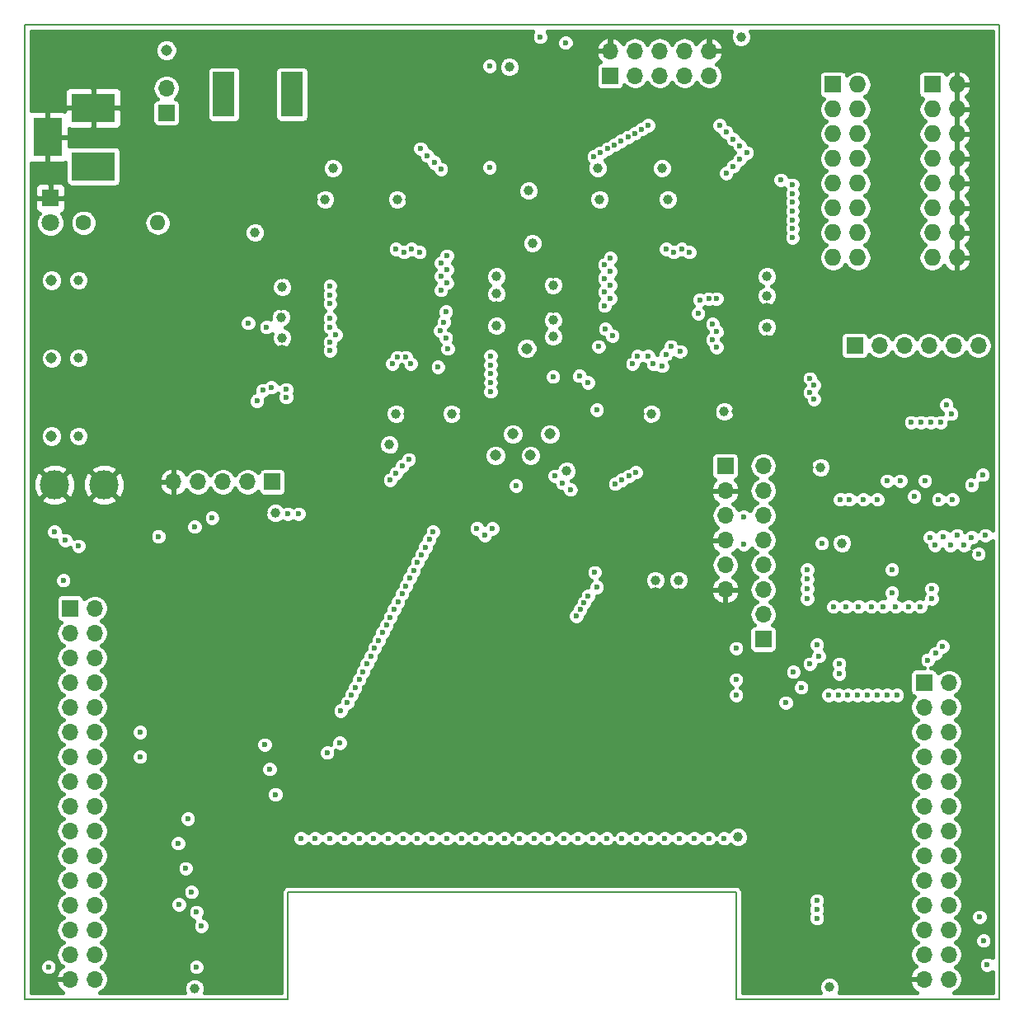
<source format=gbr>
G04 #@! TF.FileFunction,Copper,L3,Inr,Signal*
%FSLAX46Y46*%
G04 Gerber Fmt 4.6, Leading zero omitted, Abs format (unit mm)*
G04 Created by KiCad (PCBNEW 4.0.7-e1-6374~58~ubuntu17.04.1) date Tue Aug  1 22:36:46 2017*
%MOMM*%
%LPD*%
G01*
G04 APERTURE LIST*
%ADD10C,0.100000*%
%ADD11C,0.150000*%
%ADD12C,3.000000*%
%ADD13C,1.143000*%
%ADD14R,1.727200X1.727200*%
%ADD15O,1.727200X1.727200*%
%ADD16R,1.800000X1.800000*%
%ADD17C,1.800000*%
%ADD18R,3.000000X4.000000*%
%ADD19R,4.500000X3.000000*%
%ADD20R,1.700000X1.700000*%
%ADD21O,1.700000X1.700000*%
%ADD22C,1.600000*%
%ADD23O,1.600000X1.600000*%
%ADD24R,2.300000X4.600000*%
%ADD25C,1.000000*%
%ADD26C,0.600000*%
%ADD27C,0.400000*%
G04 APERTURE END LIST*
D10*
D11*
X77000000Y-139000000D02*
X77000000Y-150000000D01*
X123000000Y-139000000D02*
X77000000Y-139000000D01*
X123000000Y-150000000D02*
X123000000Y-139000000D01*
X123000000Y-150000000D02*
X150000000Y-150000000D01*
X50000000Y-150000000D02*
X77000000Y-150000000D01*
X150000000Y-50000000D02*
X150000000Y-150000000D01*
X50000000Y-50000000D02*
X50000000Y-150000000D01*
X50000000Y-50000000D02*
X150000000Y-50000000D01*
D12*
X58100000Y-97200000D03*
X53020000Y-97200000D03*
D13*
X101900000Y-94200000D03*
X52700000Y-92200000D03*
D14*
X132960000Y-56100000D03*
D15*
X135500000Y-56100000D03*
X132960000Y-58640000D03*
X135500000Y-58640000D03*
X132960000Y-61180000D03*
X135500000Y-61180000D03*
X132960000Y-63720000D03*
X135500000Y-63720000D03*
X132960000Y-66260000D03*
X135500000Y-66260000D03*
X132960000Y-68800000D03*
X135500000Y-68800000D03*
X132960000Y-71340000D03*
X135500000Y-71340000D03*
X132960000Y-73880000D03*
X135500000Y-73880000D03*
D16*
X52600000Y-67760000D03*
D17*
X52600000Y-70300000D03*
D18*
X52300000Y-61500000D03*
D19*
X57000000Y-58500000D03*
X57000000Y-64500000D03*
D14*
X143160000Y-56100000D03*
D15*
X145700000Y-56100000D03*
X143160000Y-58640000D03*
X145700000Y-58640000D03*
X143160000Y-61180000D03*
X145700000Y-61180000D03*
X143160000Y-63720000D03*
X145700000Y-63720000D03*
X143160000Y-66260000D03*
X145700000Y-66260000D03*
X143160000Y-68800000D03*
X145700000Y-68800000D03*
X143160000Y-71340000D03*
X145700000Y-71340000D03*
X143160000Y-73880000D03*
X145700000Y-73880000D03*
D20*
X142300000Y-117500000D03*
D21*
X144840000Y-117500000D03*
X142300000Y-120040000D03*
X144840000Y-120040000D03*
X142300000Y-122580000D03*
X144840000Y-122580000D03*
X142300000Y-125120000D03*
X144840000Y-125120000D03*
X142300000Y-127660000D03*
X144840000Y-127660000D03*
X142300000Y-130200000D03*
X144840000Y-130200000D03*
X142300000Y-132740000D03*
X144840000Y-132740000D03*
X142300000Y-135280000D03*
X144840000Y-135280000D03*
X142300000Y-137820000D03*
X144840000Y-137820000D03*
X142300000Y-140360000D03*
X144840000Y-140360000D03*
X142300000Y-142900000D03*
X144840000Y-142900000D03*
X142300000Y-145440000D03*
X144840000Y-145440000D03*
X142300000Y-147980000D03*
X144840000Y-147980000D03*
D20*
X125800000Y-113060000D03*
D21*
X125800000Y-110520000D03*
X125800000Y-107980000D03*
X125800000Y-105440000D03*
X125800000Y-102900000D03*
X125800000Y-100360000D03*
X125800000Y-97820000D03*
X125800000Y-95280000D03*
D20*
X135180000Y-82900000D03*
D21*
X137720000Y-82900000D03*
X140260000Y-82900000D03*
X142800000Y-82900000D03*
X145340000Y-82900000D03*
X147880000Y-82900000D03*
D20*
X54600000Y-109880000D03*
D21*
X57140000Y-109880000D03*
X54600000Y-112420000D03*
X57140000Y-112420000D03*
X54600000Y-114960000D03*
X57140000Y-114960000D03*
X54600000Y-117500000D03*
X57140000Y-117500000D03*
X54600000Y-120040000D03*
X57140000Y-120040000D03*
X54600000Y-122580000D03*
X57140000Y-122580000D03*
X54600000Y-125120000D03*
X57140000Y-125120000D03*
X54600000Y-127660000D03*
X57140000Y-127660000D03*
X54600000Y-130200000D03*
X57140000Y-130200000D03*
X54600000Y-132740000D03*
X57140000Y-132740000D03*
X54600000Y-135280000D03*
X57140000Y-135280000D03*
X54600000Y-137820000D03*
X57140000Y-137820000D03*
X54600000Y-140360000D03*
X57140000Y-140360000D03*
X54600000Y-142900000D03*
X57140000Y-142900000D03*
X54600000Y-145440000D03*
X57140000Y-145440000D03*
X54600000Y-147980000D03*
X57140000Y-147980000D03*
D20*
X121900000Y-95280000D03*
D21*
X121900000Y-97820000D03*
X121900000Y-100360000D03*
X121900000Y-102900000D03*
X121900000Y-105440000D03*
X121900000Y-107980000D03*
D20*
X75380000Y-96900000D03*
D21*
X72840000Y-96900000D03*
X70300000Y-96900000D03*
X67760000Y-96900000D03*
X65220000Y-96900000D03*
D20*
X64500000Y-59000000D03*
D21*
X64500000Y-56460000D03*
D22*
X56000000Y-70300000D03*
D23*
X63620000Y-70300000D03*
D13*
X64500000Y-52600000D03*
X52700000Y-76200000D03*
X52700000Y-84200000D03*
X103900000Y-92000000D03*
X100100000Y-92000000D03*
X98300000Y-94200000D03*
X101500000Y-83200000D03*
D20*
X110080000Y-55200000D03*
D21*
X110080000Y-52660000D03*
X112620000Y-55200000D03*
X112620000Y-52660000D03*
X115160000Y-55200000D03*
X115160000Y-52660000D03*
X117700000Y-55200000D03*
X117700000Y-52660000D03*
X120240000Y-55200000D03*
X120240000Y-52660000D03*
D24*
X70400000Y-57100000D03*
X77400000Y-57100000D03*
D25*
X73600000Y-71300000D03*
X101700000Y-67000000D03*
X88200000Y-67900000D03*
X123500000Y-51200000D03*
X87400000Y-93100000D03*
X102100029Y-72400000D03*
X104200000Y-76700000D03*
X114300017Y-89900000D03*
X126200000Y-75800000D03*
X126200000Y-81000000D03*
X115400000Y-64700000D03*
X88100000Y-89900000D03*
X116000000Y-67900000D03*
X76400000Y-76900000D03*
X76400000Y-82100000D03*
X104200000Y-82000000D03*
X98400000Y-75800000D03*
X98400000Y-80900000D03*
X55500000Y-84200000D03*
X107100000Y-67900000D03*
X106500000Y-71700000D03*
X130500000Y-95400000D03*
X148100000Y-108900000D03*
X120699992Y-84300000D03*
X117900000Y-84500000D03*
X117100000Y-108300000D03*
X114700000Y-108200000D03*
X72000000Y-142300000D03*
X74400000Y-100100000D03*
X62700000Y-121300000D03*
X74900000Y-148400000D03*
X75200000Y-140700000D03*
X75200000Y-144600000D03*
X125300000Y-140200000D03*
X126200000Y-143400000D03*
X128800000Y-142700000D03*
X124800000Y-146400000D03*
X127100000Y-148700000D03*
X72500000Y-146600000D03*
X123000000Y-89700000D03*
X108700000Y-88300000D03*
X81500000Y-88200000D03*
X102800000Y-101800000D03*
X102000000Y-120600000D03*
X106600000Y-64700000D03*
X126200000Y-79000003D03*
X90000000Y-93100000D03*
X100600000Y-78900000D03*
X98400000Y-78800000D03*
X104200000Y-79100000D03*
X100800004Y-72400000D03*
X104200000Y-75500000D03*
X84900000Y-84600000D03*
X78800000Y-64700000D03*
X79600000Y-67900000D03*
X76300000Y-78800000D03*
X107300000Y-52550000D03*
X121600000Y-69500000D03*
X84900000Y-73200000D03*
X93800000Y-69599994D03*
X113100014Y-89900000D03*
X126200000Y-74399984D03*
X126200000Y-82300000D03*
X118100000Y-64700000D03*
X89300003Y-89900000D03*
X117400003Y-67900000D03*
X93300000Y-84400000D03*
X78100000Y-72900000D03*
X76400000Y-75600000D03*
X76400000Y-83300000D03*
X104200000Y-83400000D03*
X98400000Y-74400000D03*
X98400000Y-82400000D03*
X89500000Y-67900000D03*
X112700000Y-73000000D03*
X70000000Y-74700000D03*
X70000000Y-82700000D03*
X70000000Y-90700000D03*
X95100000Y-89900000D03*
X109000000Y-67900000D03*
X121800000Y-89700000D03*
X108800000Y-64700000D03*
X99724002Y-54300000D03*
X126200000Y-77800000D03*
X93800000Y-89900000D03*
X98400000Y-77599997D03*
X104200000Y-80300000D03*
X80800003Y-67900000D03*
X81600000Y-64700000D03*
X76300000Y-80000003D03*
X55500000Y-76200000D03*
X132600000Y-148800000D03*
X133900000Y-103200000D03*
X131700003Y-95400000D03*
X123200000Y-133400000D03*
X117100000Y-107000000D03*
X114700000Y-107000000D03*
X105600000Y-95800000D03*
X67400000Y-148900000D03*
X75700000Y-100100000D03*
X55500000Y-92200000D03*
D26*
X143100000Y-108900000D03*
X139000000Y-108300000D03*
X139000000Y-105900000D03*
X131300000Y-140800000D03*
X123000000Y-117200000D03*
X143500000Y-114500000D03*
X133600000Y-115600000D03*
X131800000Y-103200000D03*
X131300000Y-139900000D03*
X144200000Y-113800000D03*
X131300000Y-113600000D03*
X123000000Y-114000000D03*
X143100000Y-107900000D03*
X131000000Y-87000000D03*
X131300000Y-141700000D03*
X123000000Y-118800000D03*
X142700004Y-115200000D03*
X133600000Y-116600000D03*
X121000000Y-81499994D03*
X77000000Y-100200000D03*
X54100000Y-102900000D03*
X118700000Y-133500000D03*
X97200000Y-102400000D03*
X53000000Y-102000008D03*
X78100000Y-100200000D03*
X117200000Y-133500000D03*
X96400000Y-101700000D03*
X55500000Y-103500006D03*
X69200000Y-100600000D03*
X120200000Y-133500000D03*
X98000000Y-101700000D03*
X97700010Y-64600000D03*
X97700000Y-54200000D03*
X102900000Y-51200000D03*
X105500000Y-51800000D03*
X102300000Y-133500000D03*
X88300000Y-109200000D03*
X67400000Y-101500000D03*
X121800000Y-133500000D03*
X100400000Y-97300000D03*
X92599992Y-81400000D03*
X97800000Y-85800000D03*
X115700000Y-133500000D03*
X91900000Y-102000000D03*
X114200000Y-133500000D03*
X91500000Y-102800000D03*
X112800000Y-133500000D03*
X91100000Y-103600000D03*
X111300000Y-133500000D03*
X90700000Y-104400000D03*
X89400000Y-94600000D03*
X109700000Y-133500000D03*
X90300000Y-105200000D03*
X89600000Y-84800000D03*
X61800000Y-122600000D03*
X88700000Y-95300000D03*
X108300000Y-133500000D03*
X89900000Y-106000000D03*
X89100000Y-84100000D03*
X61800000Y-125120000D03*
X88100000Y-96000000D03*
X106800000Y-133500000D03*
X89500000Y-106800000D03*
X88200010Y-84100000D03*
X87500000Y-96700000D03*
X105300000Y-133500000D03*
X89100000Y-107600000D03*
X87700000Y-84800000D03*
X103700000Y-133500000D03*
X88700000Y-108400000D03*
X100800000Y-133500000D03*
X87900000Y-110000000D03*
X99200000Y-133500000D03*
X87500000Y-110800000D03*
X65800000Y-140300000D03*
X97800000Y-133500000D03*
X87100000Y-111600000D03*
X96300000Y-133500000D03*
X86700000Y-112400000D03*
X52400002Y-146700000D03*
X53900000Y-107000000D03*
X63700000Y-102500000D03*
X94800000Y-133500000D03*
X86300000Y-113200000D03*
X85900000Y-114000000D03*
X93300000Y-133500000D03*
X74600000Y-123900000D03*
X91800000Y-133500000D03*
X85500000Y-114800000D03*
X75100000Y-126400000D03*
X90300000Y-133500000D03*
X85100000Y-115600000D03*
X75700000Y-129000000D03*
X88800000Y-133500000D03*
X84700000Y-116400000D03*
X66700000Y-131500000D03*
X87300000Y-133500000D03*
X84300000Y-117200000D03*
X76800000Y-87400000D03*
X81300000Y-83400000D03*
X65700000Y-134000000D03*
X85800000Y-133500000D03*
X83900000Y-118000000D03*
X76800000Y-88200000D03*
X81300000Y-82600000D03*
X66500000Y-136600000D03*
X84300000Y-133500000D03*
X83500000Y-118800000D03*
X75300000Y-87200000D03*
X81900000Y-81800000D03*
X67100000Y-139000000D03*
X82800000Y-133500000D03*
X83100000Y-119600000D03*
X74400000Y-87500000D03*
X81300000Y-81000000D03*
X67600000Y-141100000D03*
X82400000Y-120400000D03*
X81300000Y-133500000D03*
X73794999Y-88594999D03*
X81300000Y-80100000D03*
X68100000Y-142500002D03*
X82300000Y-123700000D03*
X79800000Y-133500000D03*
X93200012Y-79400000D03*
X97800000Y-84000000D03*
X67599994Y-146700000D03*
X81000000Y-124700000D03*
X78300000Y-133500000D03*
X143000000Y-90804999D03*
X115800002Y-83800000D03*
X144000000Y-90804999D03*
X115400000Y-85000000D03*
X148328795Y-96177781D03*
X148600000Y-102400000D03*
X148800000Y-146500000D03*
X121000000Y-78100000D03*
X147200000Y-97200000D03*
X147200000Y-102600010D03*
X148400000Y-144000000D03*
X119300000Y-78200000D03*
X148000000Y-141600000D03*
X145700000Y-102400000D03*
X144300000Y-102500000D03*
X142900000Y-102600000D03*
X147900000Y-104300000D03*
X120199998Y-78100000D03*
X146395000Y-103400000D03*
X119100000Y-79600000D03*
X145200000Y-98700000D03*
X145000000Y-103400000D03*
X143400000Y-103400000D03*
X143800000Y-98700000D03*
X139500000Y-118800000D03*
X142400000Y-96800000D03*
X141900000Y-109700000D03*
X130600000Y-86300000D03*
X120600000Y-80700000D03*
X138500000Y-118800000D03*
X141300000Y-98400000D03*
X140700000Y-109700000D03*
X130600000Y-87700000D03*
X137500000Y-118800000D03*
X120600000Y-82300000D03*
X139900010Y-96800000D03*
X139400000Y-109700000D03*
X136500000Y-118800000D03*
X138500000Y-96800000D03*
X138100000Y-109700000D03*
X135500000Y-118800000D03*
X136900000Y-109700000D03*
X137500000Y-98700000D03*
X134500000Y-118800000D03*
X136100000Y-98700000D03*
X135600000Y-109700000D03*
X133500000Y-118800000D03*
X109600000Y-81200000D03*
X144600000Y-89000000D03*
X106900000Y-86000000D03*
X110300000Y-81900000D03*
X145100000Y-89900000D03*
X107800000Y-86700000D03*
X123800000Y-100500000D03*
X108500000Y-106200000D03*
X114500000Y-84800000D03*
X123800000Y-103300000D03*
X108700000Y-107700000D03*
X113999978Y-84000000D03*
X112900004Y-84000000D03*
X112400000Y-84800000D03*
X107800000Y-108600000D03*
X112700000Y-95900000D03*
X107400000Y-109300000D03*
X112000000Y-96300000D03*
X107000000Y-110000000D03*
X111300000Y-96700000D03*
X106600000Y-110700000D03*
X110600000Y-97100000D03*
X133000000Y-109700000D03*
X133700000Y-98700000D03*
X131500000Y-114800000D03*
X130305000Y-108900000D03*
X131000000Y-88400000D03*
X121000000Y-83100000D03*
X130600000Y-115600000D03*
X130300000Y-106900000D03*
X128900000Y-116400000D03*
X130300000Y-107900000D03*
X129700000Y-118000000D03*
X130300000Y-105900000D03*
X128100000Y-119600000D03*
X134600000Y-98700000D03*
X134300000Y-109700000D03*
X132500000Y-118800000D03*
X142000000Y-90804999D03*
X116300000Y-83000000D03*
X141000000Y-90804999D03*
X117272200Y-83527800D03*
X104200000Y-86100000D03*
X108895000Y-83000000D03*
X74800000Y-81000000D03*
X106000000Y-97700000D03*
X81300000Y-78600000D03*
X72900000Y-80600000D03*
X105200000Y-97000000D03*
X81300000Y-77700000D03*
X81300000Y-76800000D03*
X104400000Y-96300000D03*
X93000000Y-80500000D03*
X97800000Y-84900000D03*
X93200000Y-82100000D03*
X97800000Y-86700000D03*
X97800000Y-87600000D03*
X93400000Y-83200006D03*
X121300000Y-60300000D03*
X115800000Y-73000000D03*
X128800000Y-70000000D03*
X109500000Y-77400000D03*
X92700000Y-75800000D03*
X122000000Y-61000000D03*
X116600000Y-73300000D03*
X128800000Y-69100000D03*
X110100000Y-76700000D03*
X93300000Y-75100000D03*
X122700000Y-61700000D03*
X117400000Y-72999984D03*
X128800000Y-68200000D03*
X109500000Y-76000000D03*
X92699982Y-74400000D03*
X123400000Y-62400000D03*
X118200000Y-73300000D03*
X128800000Y-67300000D03*
X110099992Y-75300000D03*
X93300000Y-73700014D03*
X124100000Y-63100000D03*
X109500000Y-74600006D03*
X128800000Y-66400000D03*
X123400000Y-63800000D03*
X128800000Y-70900000D03*
X110100000Y-78100000D03*
X93300000Y-76499996D03*
X122700000Y-64500000D03*
X128800000Y-71800000D03*
X109500000Y-78800006D03*
X92700000Y-77200012D03*
X122000000Y-65200000D03*
X109100000Y-63100000D03*
X109800000Y-62700000D03*
X110500000Y-62300000D03*
X111200000Y-61900000D03*
X111900000Y-61500000D03*
X92700000Y-64800000D03*
X90500000Y-73300000D03*
X112600000Y-61100000D03*
X92000000Y-64100000D03*
X89700000Y-73000000D03*
X113300000Y-60700000D03*
X91299992Y-63400000D03*
X88900000Y-73300000D03*
X114000000Y-60300000D03*
X90600000Y-62700000D03*
X88100000Y-73000000D03*
X108400000Y-63500000D03*
X108700000Y-89500000D03*
X92400000Y-85100000D03*
X110100000Y-73900000D03*
X127600000Y-65900000D03*
D27*
G36*
X102137462Y-50689525D02*
X102000157Y-51020194D01*
X101999844Y-51378236D01*
X102136572Y-51709143D01*
X102389525Y-51962538D01*
X102720194Y-52099843D01*
X103078236Y-52100156D01*
X103373304Y-51978236D01*
X104599844Y-51978236D01*
X104736572Y-52309143D01*
X104989525Y-52562538D01*
X105320194Y-52699843D01*
X105678236Y-52700156D01*
X106009143Y-52563428D01*
X106209835Y-52363086D01*
X108550550Y-52363086D01*
X108699932Y-52606000D01*
X110026000Y-52606000D01*
X110026000Y-51280056D01*
X109783086Y-51130554D01*
X109769018Y-51133349D01*
X109208466Y-51368566D01*
X108780597Y-51800392D01*
X108550550Y-52363086D01*
X106209835Y-52363086D01*
X106262538Y-52310475D01*
X106399843Y-51979806D01*
X106400156Y-51621764D01*
X106263428Y-51290857D01*
X106010475Y-51037462D01*
X105679806Y-50900157D01*
X105321764Y-50899844D01*
X104990857Y-51036572D01*
X104737462Y-51289525D01*
X104600157Y-51620194D01*
X104599844Y-51978236D01*
X103373304Y-51978236D01*
X103409143Y-51963428D01*
X103662538Y-51710475D01*
X103799843Y-51379806D01*
X103800156Y-51021764D01*
X103663428Y-50690857D01*
X103647599Y-50675000D01*
X122526937Y-50675000D01*
X122400192Y-50980237D01*
X122399810Y-51417844D01*
X122566922Y-51822286D01*
X122876087Y-52131991D01*
X123280237Y-52299808D01*
X123717844Y-52300190D01*
X124122286Y-52133078D01*
X124431991Y-51823913D01*
X124599808Y-51419763D01*
X124600190Y-50982156D01*
X124473276Y-50675000D01*
X149325000Y-50675000D01*
X149325000Y-82846456D01*
X149219625Y-82316702D01*
X148905305Y-81846288D01*
X148434891Y-81531968D01*
X147880000Y-81421593D01*
X147325109Y-81531968D01*
X146854695Y-81846288D01*
X146610000Y-82212501D01*
X146365305Y-81846288D01*
X145894891Y-81531968D01*
X145340000Y-81421593D01*
X144785109Y-81531968D01*
X144314695Y-81846288D01*
X144070000Y-82212501D01*
X143825305Y-81846288D01*
X143354891Y-81531968D01*
X142800000Y-81421593D01*
X142245109Y-81531968D01*
X141774695Y-81846288D01*
X141530000Y-82212501D01*
X141285305Y-81846288D01*
X140814891Y-81531968D01*
X140260000Y-81421593D01*
X139705109Y-81531968D01*
X139234695Y-81846288D01*
X138990000Y-82212501D01*
X138745305Y-81846288D01*
X138274891Y-81531968D01*
X137720000Y-81421593D01*
X137165109Y-81531968D01*
X136694695Y-81846288D01*
X136623478Y-81952872D01*
X136599917Y-81827654D01*
X136468510Y-81623442D01*
X136268007Y-81486444D01*
X136030000Y-81438246D01*
X134330000Y-81438246D01*
X134107654Y-81480083D01*
X133903442Y-81611490D01*
X133766444Y-81811993D01*
X133718246Y-82050000D01*
X133718246Y-83750000D01*
X133760083Y-83972346D01*
X133891490Y-84176558D01*
X134091993Y-84313556D01*
X134330000Y-84361754D01*
X136030000Y-84361754D01*
X136252346Y-84319917D01*
X136456558Y-84188510D01*
X136593556Y-83988007D01*
X136622409Y-83845528D01*
X136694695Y-83953712D01*
X137165109Y-84268032D01*
X137720000Y-84378407D01*
X138274891Y-84268032D01*
X138745305Y-83953712D01*
X138990000Y-83587499D01*
X139234695Y-83953712D01*
X139705109Y-84268032D01*
X140260000Y-84378407D01*
X140814891Y-84268032D01*
X141285305Y-83953712D01*
X141530000Y-83587499D01*
X141774695Y-83953712D01*
X142245109Y-84268032D01*
X142800000Y-84378407D01*
X143354891Y-84268032D01*
X143825305Y-83953712D01*
X144070000Y-83587499D01*
X144314695Y-83953712D01*
X144785109Y-84268032D01*
X145340000Y-84378407D01*
X145894891Y-84268032D01*
X146365305Y-83953712D01*
X146610000Y-83587499D01*
X146854695Y-83953712D01*
X147325109Y-84268032D01*
X147880000Y-84378407D01*
X148434891Y-84268032D01*
X148905305Y-83953712D01*
X149219625Y-83483298D01*
X149325000Y-82953544D01*
X149325000Y-101852362D01*
X149110475Y-101637462D01*
X148779806Y-101500157D01*
X148421764Y-101499844D01*
X148090857Y-101636572D01*
X147837462Y-101889525D01*
X147815422Y-101942603D01*
X147710475Y-101837472D01*
X147379806Y-101700167D01*
X147021764Y-101699854D01*
X146690857Y-101836582D01*
X146513965Y-102013166D01*
X146463428Y-101890857D01*
X146210475Y-101637462D01*
X145879806Y-101500157D01*
X145521764Y-101499844D01*
X145190857Y-101636572D01*
X144949889Y-101877120D01*
X144810475Y-101737462D01*
X144479806Y-101600157D01*
X144121764Y-101599844D01*
X143790857Y-101736572D01*
X143549889Y-101977120D01*
X143410475Y-101837462D01*
X143079806Y-101700157D01*
X142721764Y-101699844D01*
X142390857Y-101836572D01*
X142137462Y-102089525D01*
X142000157Y-102420194D01*
X141999844Y-102778236D01*
X142136572Y-103109143D01*
X142389525Y-103362538D01*
X142499992Y-103408408D01*
X142499844Y-103578236D01*
X142636572Y-103909143D01*
X142889525Y-104162538D01*
X143220194Y-104299843D01*
X143578236Y-104300156D01*
X143909143Y-104163428D01*
X144162538Y-103910475D01*
X144199922Y-103820444D01*
X144236572Y-103909143D01*
X144489525Y-104162538D01*
X144820194Y-104299843D01*
X145178236Y-104300156D01*
X145509143Y-104163428D01*
X145697607Y-103975293D01*
X145884525Y-104162538D01*
X146215194Y-104299843D01*
X146573236Y-104300156D01*
X146904143Y-104163428D01*
X147037470Y-104030333D01*
X147000157Y-104120194D01*
X146999844Y-104478236D01*
X147136572Y-104809143D01*
X147389525Y-105062538D01*
X147720194Y-105199843D01*
X148078236Y-105200156D01*
X148409143Y-105063428D01*
X148662538Y-104810475D01*
X148799843Y-104479806D01*
X148800156Y-104121764D01*
X148663428Y-103790857D01*
X148410475Y-103537462D01*
X148079806Y-103400157D01*
X147721764Y-103399844D01*
X147390857Y-103536572D01*
X147257530Y-103669667D01*
X147294843Y-103579806D01*
X147294913Y-103500093D01*
X147378236Y-103500166D01*
X147709143Y-103363438D01*
X147962538Y-103110485D01*
X147984578Y-103057407D01*
X148089525Y-103162538D01*
X148420194Y-103299843D01*
X148778236Y-103300156D01*
X149109143Y-103163428D01*
X149325000Y-102947948D01*
X149325000Y-145752012D01*
X149310475Y-145737462D01*
X148979806Y-145600157D01*
X148621764Y-145599844D01*
X148290857Y-145736572D01*
X148037462Y-145989525D01*
X147900157Y-146320194D01*
X147899844Y-146678236D01*
X148036572Y-147009143D01*
X148289525Y-147262538D01*
X148620194Y-147399843D01*
X148978236Y-147400156D01*
X149309143Y-147263428D01*
X149325000Y-147247599D01*
X149325000Y-149325000D01*
X145396276Y-149325000D01*
X145423298Y-149319625D01*
X145893712Y-149005305D01*
X146208032Y-148534891D01*
X146318407Y-147980000D01*
X146208032Y-147425109D01*
X145893712Y-146954695D01*
X145527499Y-146710000D01*
X145893712Y-146465305D01*
X146208032Y-145994891D01*
X146318407Y-145440000D01*
X146208032Y-144885109D01*
X145893712Y-144414695D01*
X145539826Y-144178236D01*
X147499844Y-144178236D01*
X147636572Y-144509143D01*
X147889525Y-144762538D01*
X148220194Y-144899843D01*
X148578236Y-144900156D01*
X148909143Y-144763428D01*
X149162538Y-144510475D01*
X149299843Y-144179806D01*
X149300156Y-143821764D01*
X149163428Y-143490857D01*
X148910475Y-143237462D01*
X148579806Y-143100157D01*
X148221764Y-143099844D01*
X147890857Y-143236572D01*
X147637462Y-143489525D01*
X147500157Y-143820194D01*
X147499844Y-144178236D01*
X145539826Y-144178236D01*
X145527499Y-144170000D01*
X145893712Y-143925305D01*
X146208032Y-143454891D01*
X146318407Y-142900000D01*
X146208032Y-142345109D01*
X145893712Y-141874695D01*
X145749351Y-141778236D01*
X147099844Y-141778236D01*
X147236572Y-142109143D01*
X147489525Y-142362538D01*
X147820194Y-142499843D01*
X148178236Y-142500156D01*
X148509143Y-142363428D01*
X148762538Y-142110475D01*
X148899843Y-141779806D01*
X148900156Y-141421764D01*
X148763428Y-141090857D01*
X148510475Y-140837462D01*
X148179806Y-140700157D01*
X147821764Y-140699844D01*
X147490857Y-140836572D01*
X147237462Y-141089525D01*
X147100157Y-141420194D01*
X147099844Y-141778236D01*
X145749351Y-141778236D01*
X145527499Y-141630000D01*
X145893712Y-141385305D01*
X146208032Y-140914891D01*
X146318407Y-140360000D01*
X146208032Y-139805109D01*
X145893712Y-139334695D01*
X145527499Y-139090000D01*
X145893712Y-138845305D01*
X146208032Y-138374891D01*
X146318407Y-137820000D01*
X146208032Y-137265109D01*
X145893712Y-136794695D01*
X145527499Y-136550000D01*
X145893712Y-136305305D01*
X146208032Y-135834891D01*
X146318407Y-135280000D01*
X146208032Y-134725109D01*
X145893712Y-134254695D01*
X145527499Y-134010000D01*
X145893712Y-133765305D01*
X146208032Y-133294891D01*
X146318407Y-132740000D01*
X146208032Y-132185109D01*
X145893712Y-131714695D01*
X145527499Y-131470000D01*
X145893712Y-131225305D01*
X146208032Y-130754891D01*
X146318407Y-130200000D01*
X146208032Y-129645109D01*
X145893712Y-129174695D01*
X145527499Y-128930000D01*
X145893712Y-128685305D01*
X146208032Y-128214891D01*
X146318407Y-127660000D01*
X146208032Y-127105109D01*
X145893712Y-126634695D01*
X145527499Y-126390000D01*
X145893712Y-126145305D01*
X146208032Y-125674891D01*
X146318407Y-125120000D01*
X146208032Y-124565109D01*
X145893712Y-124094695D01*
X145527499Y-123850000D01*
X145893712Y-123605305D01*
X146208032Y-123134891D01*
X146318407Y-122580000D01*
X146208032Y-122025109D01*
X145893712Y-121554695D01*
X145527499Y-121310000D01*
X145893712Y-121065305D01*
X146208032Y-120594891D01*
X146318407Y-120040000D01*
X146208032Y-119485109D01*
X145893712Y-119014695D01*
X145527499Y-118770000D01*
X145893712Y-118525305D01*
X146208032Y-118054891D01*
X146318407Y-117500000D01*
X146208032Y-116945109D01*
X145893712Y-116474695D01*
X145423298Y-116160375D01*
X144868407Y-116050000D01*
X144811593Y-116050000D01*
X144256702Y-116160375D01*
X143786288Y-116474695D01*
X143741407Y-116541864D01*
X143719917Y-116427654D01*
X143588510Y-116223442D01*
X143388007Y-116086444D01*
X143150000Y-116038246D01*
X143028074Y-116038246D01*
X143209147Y-115963428D01*
X143462542Y-115710475D01*
X143591428Y-115400080D01*
X143678236Y-115400156D01*
X144009143Y-115263428D01*
X144262538Y-115010475D01*
X144394118Y-114693594D01*
X144709143Y-114563428D01*
X144962538Y-114310475D01*
X145099843Y-113979806D01*
X145100156Y-113621764D01*
X144963428Y-113290857D01*
X144710475Y-113037462D01*
X144379806Y-112900157D01*
X144021764Y-112899844D01*
X143690857Y-113036572D01*
X143437462Y-113289525D01*
X143305882Y-113606406D01*
X142990857Y-113736572D01*
X142737462Y-113989525D01*
X142608576Y-114299920D01*
X142521768Y-114299844D01*
X142190861Y-114436572D01*
X141937466Y-114689525D01*
X141800161Y-115020194D01*
X141799848Y-115378236D01*
X141936576Y-115709143D01*
X142189529Y-115962538D01*
X142371855Y-116038246D01*
X141450000Y-116038246D01*
X141227654Y-116080083D01*
X141023442Y-116211490D01*
X140886444Y-116411993D01*
X140838246Y-116650000D01*
X140838246Y-118350000D01*
X140880083Y-118572346D01*
X141011490Y-118776558D01*
X141211993Y-118913556D01*
X141354472Y-118942409D01*
X141246288Y-119014695D01*
X140931968Y-119485109D01*
X140821593Y-120040000D01*
X140931968Y-120594891D01*
X141246288Y-121065305D01*
X141612501Y-121310000D01*
X141246288Y-121554695D01*
X140931968Y-122025109D01*
X140821593Y-122580000D01*
X140931968Y-123134891D01*
X141246288Y-123605305D01*
X141612501Y-123850000D01*
X141246288Y-124094695D01*
X140931968Y-124565109D01*
X140821593Y-125120000D01*
X140931968Y-125674891D01*
X141246288Y-126145305D01*
X141612501Y-126390000D01*
X141246288Y-126634695D01*
X140931968Y-127105109D01*
X140821593Y-127660000D01*
X140931968Y-128214891D01*
X141246288Y-128685305D01*
X141612501Y-128930000D01*
X141246288Y-129174695D01*
X140931968Y-129645109D01*
X140821593Y-130200000D01*
X140931968Y-130754891D01*
X141246288Y-131225305D01*
X141612501Y-131470000D01*
X141246288Y-131714695D01*
X140931968Y-132185109D01*
X140821593Y-132740000D01*
X140931968Y-133294891D01*
X141246288Y-133765305D01*
X141612501Y-134010000D01*
X141246288Y-134254695D01*
X140931968Y-134725109D01*
X140821593Y-135280000D01*
X140931968Y-135834891D01*
X141246288Y-136305305D01*
X141612501Y-136550000D01*
X141246288Y-136794695D01*
X140931968Y-137265109D01*
X140821593Y-137820000D01*
X140931968Y-138374891D01*
X141246288Y-138845305D01*
X141612501Y-139090000D01*
X141246288Y-139334695D01*
X140931968Y-139805109D01*
X140821593Y-140360000D01*
X140931968Y-140914891D01*
X141246288Y-141385305D01*
X141612501Y-141630000D01*
X141246288Y-141874695D01*
X140931968Y-142345109D01*
X140821593Y-142900000D01*
X140931968Y-143454891D01*
X141246288Y-143925305D01*
X141612501Y-144170000D01*
X141246288Y-144414695D01*
X140931968Y-144885109D01*
X140821593Y-145440000D01*
X140931968Y-145994891D01*
X141246288Y-146465305D01*
X141519868Y-146648105D01*
X141440392Y-146680597D01*
X141008566Y-147108466D01*
X140773349Y-147669018D01*
X140770554Y-147683086D01*
X140920056Y-147926000D01*
X142246000Y-147926000D01*
X142246000Y-147906000D01*
X142354000Y-147906000D01*
X142354000Y-147926000D01*
X142374000Y-147926000D01*
X142374000Y-148034000D01*
X142354000Y-148034000D01*
X142354000Y-148054000D01*
X142246000Y-148054000D01*
X142246000Y-148034000D01*
X140920056Y-148034000D01*
X140770554Y-148276914D01*
X140773349Y-148290982D01*
X141008566Y-148851534D01*
X141440392Y-149279403D01*
X141551922Y-149325000D01*
X133573063Y-149325000D01*
X133699808Y-149019763D01*
X133700190Y-148582156D01*
X133533078Y-148177714D01*
X133223913Y-147868009D01*
X132819763Y-147700192D01*
X132382156Y-147699810D01*
X131977714Y-147866922D01*
X131668009Y-148176087D01*
X131500192Y-148580237D01*
X131499810Y-149017844D01*
X131626724Y-149325000D01*
X123675000Y-149325000D01*
X123675000Y-140078236D01*
X130399844Y-140078236D01*
X130512242Y-140350261D01*
X130400157Y-140620194D01*
X130399844Y-140978236D01*
X130512242Y-141250261D01*
X130400157Y-141520194D01*
X130399844Y-141878236D01*
X130536572Y-142209143D01*
X130789525Y-142462538D01*
X131120194Y-142599843D01*
X131478236Y-142600156D01*
X131809143Y-142463428D01*
X132062538Y-142210475D01*
X132199843Y-141879806D01*
X132200156Y-141521764D01*
X132087758Y-141249739D01*
X132199843Y-140979806D01*
X132200156Y-140621764D01*
X132087758Y-140349739D01*
X132199843Y-140079806D01*
X132200156Y-139721764D01*
X132063428Y-139390857D01*
X131810475Y-139137462D01*
X131479806Y-139000157D01*
X131121764Y-138999844D01*
X130790857Y-139136572D01*
X130537462Y-139389525D01*
X130400157Y-139720194D01*
X130399844Y-140078236D01*
X123675000Y-140078236D01*
X123675000Y-139000000D01*
X123623619Y-138741689D01*
X123477297Y-138522703D01*
X123258311Y-138376381D01*
X123000000Y-138325000D01*
X77000000Y-138325000D01*
X76741689Y-138376381D01*
X76522703Y-138522703D01*
X76376381Y-138741689D01*
X76325000Y-139000000D01*
X76325000Y-149325000D01*
X68414587Y-149325000D01*
X68499808Y-149119763D01*
X68500190Y-148682156D01*
X68333078Y-148277714D01*
X68023913Y-147968009D01*
X67619763Y-147800192D01*
X67182156Y-147799810D01*
X66777714Y-147966922D01*
X66468009Y-148276087D01*
X66300192Y-148680237D01*
X66299810Y-149117844D01*
X66385405Y-149325000D01*
X57696276Y-149325000D01*
X57723298Y-149319625D01*
X58193712Y-149005305D01*
X58508032Y-148534891D01*
X58618407Y-147980000D01*
X58508032Y-147425109D01*
X58193712Y-146954695D01*
X58079283Y-146878236D01*
X66699838Y-146878236D01*
X66836566Y-147209143D01*
X67089519Y-147462538D01*
X67420188Y-147599843D01*
X67778230Y-147600156D01*
X68109137Y-147463428D01*
X68362532Y-147210475D01*
X68499837Y-146879806D01*
X68500150Y-146521764D01*
X68363422Y-146190857D01*
X68110469Y-145937462D01*
X67779800Y-145800157D01*
X67421758Y-145799844D01*
X67090851Y-145936572D01*
X66837456Y-146189525D01*
X66700151Y-146520194D01*
X66699838Y-146878236D01*
X58079283Y-146878236D01*
X57827499Y-146710000D01*
X58193712Y-146465305D01*
X58508032Y-145994891D01*
X58618407Y-145440000D01*
X58508032Y-144885109D01*
X58193712Y-144414695D01*
X57827499Y-144170000D01*
X58193712Y-143925305D01*
X58508032Y-143454891D01*
X58618407Y-142900000D01*
X58508032Y-142345109D01*
X58193712Y-141874695D01*
X57827499Y-141630000D01*
X58193712Y-141385305D01*
X58265253Y-141278236D01*
X66699844Y-141278236D01*
X66836572Y-141609143D01*
X67089525Y-141862538D01*
X67354468Y-141972551D01*
X67337462Y-141989527D01*
X67200157Y-142320196D01*
X67199844Y-142678238D01*
X67336572Y-143009145D01*
X67589525Y-143262540D01*
X67920194Y-143399845D01*
X68278236Y-143400158D01*
X68609143Y-143263430D01*
X68862538Y-143010477D01*
X68999843Y-142679808D01*
X69000156Y-142321766D01*
X68863428Y-141990859D01*
X68610475Y-141737464D01*
X68345532Y-141627451D01*
X68362538Y-141610475D01*
X68499843Y-141279806D01*
X68500156Y-140921764D01*
X68363428Y-140590857D01*
X68110475Y-140337462D01*
X67779806Y-140200157D01*
X67421764Y-140199844D01*
X67090857Y-140336572D01*
X66837462Y-140589525D01*
X66700157Y-140920194D01*
X66699844Y-141278236D01*
X58265253Y-141278236D01*
X58508032Y-140914891D01*
X58594888Y-140478236D01*
X64899844Y-140478236D01*
X65036572Y-140809143D01*
X65289525Y-141062538D01*
X65620194Y-141199843D01*
X65978236Y-141200156D01*
X66309143Y-141063428D01*
X66562538Y-140810475D01*
X66699843Y-140479806D01*
X66700156Y-140121764D01*
X66563428Y-139790857D01*
X66310475Y-139537462D01*
X65979806Y-139400157D01*
X65621764Y-139399844D01*
X65290857Y-139536572D01*
X65037462Y-139789525D01*
X64900157Y-140120194D01*
X64899844Y-140478236D01*
X58594888Y-140478236D01*
X58618407Y-140360000D01*
X58508032Y-139805109D01*
X58193712Y-139334695D01*
X57959554Y-139178236D01*
X66199844Y-139178236D01*
X66336572Y-139509143D01*
X66589525Y-139762538D01*
X66920194Y-139899843D01*
X67278236Y-139900156D01*
X67609143Y-139763428D01*
X67862538Y-139510475D01*
X67999843Y-139179806D01*
X68000156Y-138821764D01*
X67863428Y-138490857D01*
X67610475Y-138237462D01*
X67279806Y-138100157D01*
X66921764Y-138099844D01*
X66590857Y-138236572D01*
X66337462Y-138489525D01*
X66200157Y-138820194D01*
X66199844Y-139178236D01*
X57959554Y-139178236D01*
X57827499Y-139090000D01*
X58193712Y-138845305D01*
X58508032Y-138374891D01*
X58618407Y-137820000D01*
X58508032Y-137265109D01*
X58193712Y-136794695D01*
X58169080Y-136778236D01*
X65599844Y-136778236D01*
X65736572Y-137109143D01*
X65989525Y-137362538D01*
X66320194Y-137499843D01*
X66678236Y-137500156D01*
X67009143Y-137363428D01*
X67262538Y-137110475D01*
X67399843Y-136779806D01*
X67400156Y-136421764D01*
X67263428Y-136090857D01*
X67010475Y-135837462D01*
X66679806Y-135700157D01*
X66321764Y-135699844D01*
X65990857Y-135836572D01*
X65737462Y-136089525D01*
X65600157Y-136420194D01*
X65599844Y-136778236D01*
X58169080Y-136778236D01*
X57827499Y-136550000D01*
X58193712Y-136305305D01*
X58508032Y-135834891D01*
X58618407Y-135280000D01*
X58508032Y-134725109D01*
X58193712Y-134254695D01*
X58079283Y-134178236D01*
X64799844Y-134178236D01*
X64936572Y-134509143D01*
X65189525Y-134762538D01*
X65520194Y-134899843D01*
X65878236Y-134900156D01*
X66209143Y-134763428D01*
X66462538Y-134510475D01*
X66599843Y-134179806D01*
X66600156Y-133821764D01*
X66540852Y-133678236D01*
X77399844Y-133678236D01*
X77536572Y-134009143D01*
X77789525Y-134262538D01*
X78120194Y-134399843D01*
X78478236Y-134400156D01*
X78809143Y-134263428D01*
X79050198Y-134022793D01*
X79289525Y-134262538D01*
X79620194Y-134399843D01*
X79978236Y-134400156D01*
X80309143Y-134263428D01*
X80550198Y-134022793D01*
X80789525Y-134262538D01*
X81120194Y-134399843D01*
X81478236Y-134400156D01*
X81809143Y-134263428D01*
X82050198Y-134022793D01*
X82289525Y-134262538D01*
X82620194Y-134399843D01*
X82978236Y-134400156D01*
X83309143Y-134263428D01*
X83550198Y-134022793D01*
X83789525Y-134262538D01*
X84120194Y-134399843D01*
X84478236Y-134400156D01*
X84809143Y-134263428D01*
X85050198Y-134022793D01*
X85289525Y-134262538D01*
X85620194Y-134399843D01*
X85978236Y-134400156D01*
X86309143Y-134263428D01*
X86550198Y-134022793D01*
X86789525Y-134262538D01*
X87120194Y-134399843D01*
X87478236Y-134400156D01*
X87809143Y-134263428D01*
X88050198Y-134022793D01*
X88289525Y-134262538D01*
X88620194Y-134399843D01*
X88978236Y-134400156D01*
X89309143Y-134263428D01*
X89550198Y-134022793D01*
X89789525Y-134262538D01*
X90120194Y-134399843D01*
X90478236Y-134400156D01*
X90809143Y-134263428D01*
X91050198Y-134022793D01*
X91289525Y-134262538D01*
X91620194Y-134399843D01*
X91978236Y-134400156D01*
X92309143Y-134263428D01*
X92550198Y-134022793D01*
X92789525Y-134262538D01*
X93120194Y-134399843D01*
X93478236Y-134400156D01*
X93809143Y-134263428D01*
X94050198Y-134022793D01*
X94289525Y-134262538D01*
X94620194Y-134399843D01*
X94978236Y-134400156D01*
X95309143Y-134263428D01*
X95550198Y-134022793D01*
X95789525Y-134262538D01*
X96120194Y-134399843D01*
X96478236Y-134400156D01*
X96809143Y-134263428D01*
X97050198Y-134022793D01*
X97289525Y-134262538D01*
X97620194Y-134399843D01*
X97978236Y-134400156D01*
X98309143Y-134263428D01*
X98500111Y-134072793D01*
X98689525Y-134262538D01*
X99020194Y-134399843D01*
X99378236Y-134400156D01*
X99709143Y-134263428D01*
X99962538Y-134010475D01*
X99999922Y-133920444D01*
X100036572Y-134009143D01*
X100289525Y-134262538D01*
X100620194Y-134399843D01*
X100978236Y-134400156D01*
X101309143Y-134263428D01*
X101550198Y-134022793D01*
X101789525Y-134262538D01*
X102120194Y-134399843D01*
X102478236Y-134400156D01*
X102809143Y-134263428D01*
X103000111Y-134072793D01*
X103189525Y-134262538D01*
X103520194Y-134399843D01*
X103878236Y-134400156D01*
X104209143Y-134263428D01*
X104462538Y-134010475D01*
X104499922Y-133920444D01*
X104536572Y-134009143D01*
X104789525Y-134262538D01*
X105120194Y-134399843D01*
X105478236Y-134400156D01*
X105809143Y-134263428D01*
X106050198Y-134022793D01*
X106289525Y-134262538D01*
X106620194Y-134399843D01*
X106978236Y-134400156D01*
X107309143Y-134263428D01*
X107550198Y-134022793D01*
X107789525Y-134262538D01*
X108120194Y-134399843D01*
X108478236Y-134400156D01*
X108809143Y-134263428D01*
X109000111Y-134072793D01*
X109189525Y-134262538D01*
X109520194Y-134399843D01*
X109878236Y-134400156D01*
X110209143Y-134263428D01*
X110462538Y-134010475D01*
X110499922Y-133920444D01*
X110536572Y-134009143D01*
X110789525Y-134262538D01*
X111120194Y-134399843D01*
X111478236Y-134400156D01*
X111809143Y-134263428D01*
X112050198Y-134022793D01*
X112289525Y-134262538D01*
X112620194Y-134399843D01*
X112978236Y-134400156D01*
X113309143Y-134263428D01*
X113500111Y-134072793D01*
X113689525Y-134262538D01*
X114020194Y-134399843D01*
X114378236Y-134400156D01*
X114709143Y-134263428D01*
X114950198Y-134022793D01*
X115189525Y-134262538D01*
X115520194Y-134399843D01*
X115878236Y-134400156D01*
X116209143Y-134263428D01*
X116450198Y-134022793D01*
X116689525Y-134262538D01*
X117020194Y-134399843D01*
X117378236Y-134400156D01*
X117709143Y-134263428D01*
X117950198Y-134022793D01*
X118189525Y-134262538D01*
X118520194Y-134399843D01*
X118878236Y-134400156D01*
X119209143Y-134263428D01*
X119450198Y-134022793D01*
X119689525Y-134262538D01*
X120020194Y-134399843D01*
X120378236Y-134400156D01*
X120709143Y-134263428D01*
X120962538Y-134010475D01*
X120999922Y-133920444D01*
X121036572Y-134009143D01*
X121289525Y-134262538D01*
X121620194Y-134399843D01*
X121978236Y-134400156D01*
X122309143Y-134263428D01*
X122408567Y-134164178D01*
X122576087Y-134331991D01*
X122980237Y-134499808D01*
X123417844Y-134500190D01*
X123822286Y-134333078D01*
X124131991Y-134023913D01*
X124299808Y-133619763D01*
X124300190Y-133182156D01*
X124133078Y-132777714D01*
X123823913Y-132468009D01*
X123419763Y-132300192D01*
X122982156Y-132299810D01*
X122577714Y-132466922D01*
X122307810Y-132736355D01*
X121979806Y-132600157D01*
X121621764Y-132599844D01*
X121290857Y-132736572D01*
X121037462Y-132989525D01*
X121000078Y-133079556D01*
X120963428Y-132990857D01*
X120710475Y-132737462D01*
X120379806Y-132600157D01*
X120021764Y-132599844D01*
X119690857Y-132736572D01*
X119449802Y-132977207D01*
X119210475Y-132737462D01*
X118879806Y-132600157D01*
X118521764Y-132599844D01*
X118190857Y-132736572D01*
X117949802Y-132977207D01*
X117710475Y-132737462D01*
X117379806Y-132600157D01*
X117021764Y-132599844D01*
X116690857Y-132736572D01*
X116449802Y-132977207D01*
X116210475Y-132737462D01*
X115879806Y-132600157D01*
X115521764Y-132599844D01*
X115190857Y-132736572D01*
X114949802Y-132977207D01*
X114710475Y-132737462D01*
X114379806Y-132600157D01*
X114021764Y-132599844D01*
X113690857Y-132736572D01*
X113499889Y-132927207D01*
X113310475Y-132737462D01*
X112979806Y-132600157D01*
X112621764Y-132599844D01*
X112290857Y-132736572D01*
X112049802Y-132977207D01*
X111810475Y-132737462D01*
X111479806Y-132600157D01*
X111121764Y-132599844D01*
X110790857Y-132736572D01*
X110537462Y-132989525D01*
X110500078Y-133079556D01*
X110463428Y-132990857D01*
X110210475Y-132737462D01*
X109879806Y-132600157D01*
X109521764Y-132599844D01*
X109190857Y-132736572D01*
X108999889Y-132927207D01*
X108810475Y-132737462D01*
X108479806Y-132600157D01*
X108121764Y-132599844D01*
X107790857Y-132736572D01*
X107549802Y-132977207D01*
X107310475Y-132737462D01*
X106979806Y-132600157D01*
X106621764Y-132599844D01*
X106290857Y-132736572D01*
X106049802Y-132977207D01*
X105810475Y-132737462D01*
X105479806Y-132600157D01*
X105121764Y-132599844D01*
X104790857Y-132736572D01*
X104537462Y-132989525D01*
X104500078Y-133079556D01*
X104463428Y-132990857D01*
X104210475Y-132737462D01*
X103879806Y-132600157D01*
X103521764Y-132599844D01*
X103190857Y-132736572D01*
X102999889Y-132927207D01*
X102810475Y-132737462D01*
X102479806Y-132600157D01*
X102121764Y-132599844D01*
X101790857Y-132736572D01*
X101549802Y-132977207D01*
X101310475Y-132737462D01*
X100979806Y-132600157D01*
X100621764Y-132599844D01*
X100290857Y-132736572D01*
X100037462Y-132989525D01*
X100000078Y-133079556D01*
X99963428Y-132990857D01*
X99710475Y-132737462D01*
X99379806Y-132600157D01*
X99021764Y-132599844D01*
X98690857Y-132736572D01*
X98499889Y-132927207D01*
X98310475Y-132737462D01*
X97979806Y-132600157D01*
X97621764Y-132599844D01*
X97290857Y-132736572D01*
X97049802Y-132977207D01*
X96810475Y-132737462D01*
X96479806Y-132600157D01*
X96121764Y-132599844D01*
X95790857Y-132736572D01*
X95549802Y-132977207D01*
X95310475Y-132737462D01*
X94979806Y-132600157D01*
X94621764Y-132599844D01*
X94290857Y-132736572D01*
X94049802Y-132977207D01*
X93810475Y-132737462D01*
X93479806Y-132600157D01*
X93121764Y-132599844D01*
X92790857Y-132736572D01*
X92549802Y-132977207D01*
X92310475Y-132737462D01*
X91979806Y-132600157D01*
X91621764Y-132599844D01*
X91290857Y-132736572D01*
X91049802Y-132977207D01*
X90810475Y-132737462D01*
X90479806Y-132600157D01*
X90121764Y-132599844D01*
X89790857Y-132736572D01*
X89549802Y-132977207D01*
X89310475Y-132737462D01*
X88979806Y-132600157D01*
X88621764Y-132599844D01*
X88290857Y-132736572D01*
X88049802Y-132977207D01*
X87810475Y-132737462D01*
X87479806Y-132600157D01*
X87121764Y-132599844D01*
X86790857Y-132736572D01*
X86549802Y-132977207D01*
X86310475Y-132737462D01*
X85979806Y-132600157D01*
X85621764Y-132599844D01*
X85290857Y-132736572D01*
X85049802Y-132977207D01*
X84810475Y-132737462D01*
X84479806Y-132600157D01*
X84121764Y-132599844D01*
X83790857Y-132736572D01*
X83549802Y-132977207D01*
X83310475Y-132737462D01*
X82979806Y-132600157D01*
X82621764Y-132599844D01*
X82290857Y-132736572D01*
X82049802Y-132977207D01*
X81810475Y-132737462D01*
X81479806Y-132600157D01*
X81121764Y-132599844D01*
X80790857Y-132736572D01*
X80549802Y-132977207D01*
X80310475Y-132737462D01*
X79979806Y-132600157D01*
X79621764Y-132599844D01*
X79290857Y-132736572D01*
X79049802Y-132977207D01*
X78810475Y-132737462D01*
X78479806Y-132600157D01*
X78121764Y-132599844D01*
X77790857Y-132736572D01*
X77537462Y-132989525D01*
X77400157Y-133320194D01*
X77399844Y-133678236D01*
X66540852Y-133678236D01*
X66463428Y-133490857D01*
X66210475Y-133237462D01*
X65879806Y-133100157D01*
X65521764Y-133099844D01*
X65190857Y-133236572D01*
X64937462Y-133489525D01*
X64800157Y-133820194D01*
X64799844Y-134178236D01*
X58079283Y-134178236D01*
X57827499Y-134010000D01*
X58193712Y-133765305D01*
X58508032Y-133294891D01*
X58618407Y-132740000D01*
X58508032Y-132185109D01*
X58193712Y-131714695D01*
X58139148Y-131678236D01*
X65799844Y-131678236D01*
X65936572Y-132009143D01*
X66189525Y-132262538D01*
X66520194Y-132399843D01*
X66878236Y-132400156D01*
X67209143Y-132263428D01*
X67462538Y-132010475D01*
X67599843Y-131679806D01*
X67600156Y-131321764D01*
X67463428Y-130990857D01*
X67210475Y-130737462D01*
X66879806Y-130600157D01*
X66521764Y-130599844D01*
X66190857Y-130736572D01*
X65937462Y-130989525D01*
X65800157Y-131320194D01*
X65799844Y-131678236D01*
X58139148Y-131678236D01*
X57827499Y-131470000D01*
X58193712Y-131225305D01*
X58508032Y-130754891D01*
X58618407Y-130200000D01*
X58508032Y-129645109D01*
X58196079Y-129178236D01*
X74799844Y-129178236D01*
X74936572Y-129509143D01*
X75189525Y-129762538D01*
X75520194Y-129899843D01*
X75878236Y-129900156D01*
X76209143Y-129763428D01*
X76462538Y-129510475D01*
X76599843Y-129179806D01*
X76600156Y-128821764D01*
X76463428Y-128490857D01*
X76210475Y-128237462D01*
X75879806Y-128100157D01*
X75521764Y-128099844D01*
X75190857Y-128236572D01*
X74937462Y-128489525D01*
X74800157Y-128820194D01*
X74799844Y-129178236D01*
X58196079Y-129178236D01*
X58193712Y-129174695D01*
X57827499Y-128930000D01*
X58193712Y-128685305D01*
X58508032Y-128214891D01*
X58618407Y-127660000D01*
X58508032Y-127105109D01*
X58193712Y-126634695D01*
X58109215Y-126578236D01*
X74199844Y-126578236D01*
X74336572Y-126909143D01*
X74589525Y-127162538D01*
X74920194Y-127299843D01*
X75278236Y-127300156D01*
X75609143Y-127163428D01*
X75862538Y-126910475D01*
X75999843Y-126579806D01*
X76000156Y-126221764D01*
X75863428Y-125890857D01*
X75610475Y-125637462D01*
X75279806Y-125500157D01*
X74921764Y-125499844D01*
X74590857Y-125636572D01*
X74337462Y-125889525D01*
X74200157Y-126220194D01*
X74199844Y-126578236D01*
X58109215Y-126578236D01*
X57827499Y-126390000D01*
X58193712Y-126145305D01*
X58508032Y-125674891D01*
X58582953Y-125298236D01*
X60899844Y-125298236D01*
X61036572Y-125629143D01*
X61289525Y-125882538D01*
X61620194Y-126019843D01*
X61978236Y-126020156D01*
X62309143Y-125883428D01*
X62562538Y-125630475D01*
X62699843Y-125299806D01*
X62700156Y-124941764D01*
X62673907Y-124878236D01*
X80099844Y-124878236D01*
X80236572Y-125209143D01*
X80489525Y-125462538D01*
X80820194Y-125599843D01*
X81178236Y-125600156D01*
X81509143Y-125463428D01*
X81762538Y-125210475D01*
X81899843Y-124879806D01*
X81900156Y-124521764D01*
X81893528Y-124505724D01*
X82120194Y-124599843D01*
X82478236Y-124600156D01*
X82809143Y-124463428D01*
X83062538Y-124210475D01*
X83199843Y-123879806D01*
X83200156Y-123521764D01*
X83063428Y-123190857D01*
X82810475Y-122937462D01*
X82479806Y-122800157D01*
X82121764Y-122799844D01*
X81790857Y-122936572D01*
X81537462Y-123189525D01*
X81400157Y-123520194D01*
X81399844Y-123878236D01*
X81406472Y-123894276D01*
X81179806Y-123800157D01*
X80821764Y-123799844D01*
X80490857Y-123936572D01*
X80237462Y-124189525D01*
X80100157Y-124520194D01*
X80099844Y-124878236D01*
X62673907Y-124878236D01*
X62563428Y-124610857D01*
X62310475Y-124357462D01*
X61979806Y-124220157D01*
X61621764Y-124219844D01*
X61290857Y-124356572D01*
X61037462Y-124609525D01*
X60900157Y-124940194D01*
X60899844Y-125298236D01*
X58582953Y-125298236D01*
X58618407Y-125120000D01*
X58508032Y-124565109D01*
X58193712Y-124094695D01*
X58169080Y-124078236D01*
X73699844Y-124078236D01*
X73836572Y-124409143D01*
X74089525Y-124662538D01*
X74420194Y-124799843D01*
X74778236Y-124800156D01*
X75109143Y-124663428D01*
X75362538Y-124410475D01*
X75499843Y-124079806D01*
X75500156Y-123721764D01*
X75363428Y-123390857D01*
X75110475Y-123137462D01*
X74779806Y-123000157D01*
X74421764Y-122999844D01*
X74090857Y-123136572D01*
X73837462Y-123389525D01*
X73700157Y-123720194D01*
X73699844Y-124078236D01*
X58169080Y-124078236D01*
X57827499Y-123850000D01*
X58193712Y-123605305D01*
X58508032Y-123134891D01*
X58578975Y-122778236D01*
X60899844Y-122778236D01*
X61036572Y-123109143D01*
X61289525Y-123362538D01*
X61620194Y-123499843D01*
X61978236Y-123500156D01*
X62309143Y-123363428D01*
X62562538Y-123110475D01*
X62699843Y-122779806D01*
X62700156Y-122421764D01*
X62563428Y-122090857D01*
X62310475Y-121837462D01*
X61979806Y-121700157D01*
X61621764Y-121699844D01*
X61290857Y-121836572D01*
X61037462Y-122089525D01*
X60900157Y-122420194D01*
X60899844Y-122778236D01*
X58578975Y-122778236D01*
X58618407Y-122580000D01*
X58508032Y-122025109D01*
X58193712Y-121554695D01*
X57827499Y-121310000D01*
X58193712Y-121065305D01*
X58508032Y-120594891D01*
X58511344Y-120578236D01*
X81499844Y-120578236D01*
X81636572Y-120909143D01*
X81889525Y-121162538D01*
X82220194Y-121299843D01*
X82578236Y-121300156D01*
X82909143Y-121163428D01*
X83162538Y-120910475D01*
X83299843Y-120579806D01*
X83299920Y-120491196D01*
X83609143Y-120363428D01*
X83862538Y-120110475D01*
X83999843Y-119779806D01*
X83999844Y-119778236D01*
X127199844Y-119778236D01*
X127336572Y-120109143D01*
X127589525Y-120362538D01*
X127920194Y-120499843D01*
X128278236Y-120500156D01*
X128609143Y-120363428D01*
X128862538Y-120110475D01*
X128999843Y-119779806D01*
X129000156Y-119421764D01*
X128863428Y-119090857D01*
X128751004Y-118978236D01*
X131599844Y-118978236D01*
X131736572Y-119309143D01*
X131989525Y-119562538D01*
X132320194Y-119699843D01*
X132678236Y-119700156D01*
X133000384Y-119567047D01*
X133320194Y-119699843D01*
X133678236Y-119700156D01*
X134000384Y-119567047D01*
X134320194Y-119699843D01*
X134678236Y-119700156D01*
X135000384Y-119567047D01*
X135320194Y-119699843D01*
X135678236Y-119700156D01*
X136000384Y-119567047D01*
X136320194Y-119699843D01*
X136678236Y-119700156D01*
X137000384Y-119567047D01*
X137320194Y-119699843D01*
X137678236Y-119700156D01*
X138000384Y-119567047D01*
X138320194Y-119699843D01*
X138678236Y-119700156D01*
X139000384Y-119567047D01*
X139320194Y-119699843D01*
X139678236Y-119700156D01*
X140009143Y-119563428D01*
X140262538Y-119310475D01*
X140399843Y-118979806D01*
X140400156Y-118621764D01*
X140263428Y-118290857D01*
X140010475Y-118037462D01*
X139679806Y-117900157D01*
X139321764Y-117899844D01*
X138999616Y-118032953D01*
X138679806Y-117900157D01*
X138321764Y-117899844D01*
X137999616Y-118032953D01*
X137679806Y-117900157D01*
X137321764Y-117899844D01*
X136999616Y-118032953D01*
X136679806Y-117900157D01*
X136321764Y-117899844D01*
X135999616Y-118032953D01*
X135679806Y-117900157D01*
X135321764Y-117899844D01*
X134999616Y-118032953D01*
X134679806Y-117900157D01*
X134321764Y-117899844D01*
X133999616Y-118032953D01*
X133679806Y-117900157D01*
X133321764Y-117899844D01*
X132999616Y-118032953D01*
X132679806Y-117900157D01*
X132321764Y-117899844D01*
X131990857Y-118036572D01*
X131737462Y-118289525D01*
X131600157Y-118620194D01*
X131599844Y-118978236D01*
X128751004Y-118978236D01*
X128610475Y-118837462D01*
X128279806Y-118700157D01*
X127921764Y-118699844D01*
X127590857Y-118836572D01*
X127337462Y-119089525D01*
X127200157Y-119420194D01*
X127199844Y-119778236D01*
X83999844Y-119778236D01*
X84000029Y-119567194D01*
X84009143Y-119563428D01*
X84262538Y-119310475D01*
X84399843Y-118979806D01*
X84400029Y-118767194D01*
X84409143Y-118763428D01*
X84662538Y-118510475D01*
X84799843Y-118179806D01*
X84800029Y-117967194D01*
X84809143Y-117963428D01*
X85062538Y-117710475D01*
X85199843Y-117379806D01*
X85199844Y-117378236D01*
X122099844Y-117378236D01*
X122236572Y-117709143D01*
X122489525Y-117962538D01*
X122579556Y-117999922D01*
X122490857Y-118036572D01*
X122237462Y-118289525D01*
X122100157Y-118620194D01*
X122099844Y-118978236D01*
X122236572Y-119309143D01*
X122489525Y-119562538D01*
X122820194Y-119699843D01*
X123178236Y-119700156D01*
X123509143Y-119563428D01*
X123762538Y-119310475D01*
X123899843Y-118979806D01*
X123900156Y-118621764D01*
X123763428Y-118290857D01*
X123510475Y-118037462D01*
X123420444Y-118000078D01*
X123509143Y-117963428D01*
X123762538Y-117710475D01*
X123899843Y-117379806D01*
X123900156Y-117021764D01*
X123763428Y-116690857D01*
X123651004Y-116578236D01*
X127999844Y-116578236D01*
X128136572Y-116909143D01*
X128389525Y-117162538D01*
X128720194Y-117299843D01*
X129078236Y-117300156D01*
X129161715Y-117265663D01*
X128937462Y-117489525D01*
X128800157Y-117820194D01*
X128799844Y-118178236D01*
X128936572Y-118509143D01*
X129189525Y-118762538D01*
X129520194Y-118899843D01*
X129878236Y-118900156D01*
X130209143Y-118763428D01*
X130462538Y-118510475D01*
X130599843Y-118179806D01*
X130600156Y-117821764D01*
X130463428Y-117490857D01*
X130210475Y-117237462D01*
X129879806Y-117100157D01*
X129521764Y-117099844D01*
X129438285Y-117134337D01*
X129662538Y-116910475D01*
X129799843Y-116579806D01*
X129800156Y-116221764D01*
X129663428Y-115890857D01*
X129551004Y-115778236D01*
X129699844Y-115778236D01*
X129836572Y-116109143D01*
X130089525Y-116362538D01*
X130420194Y-116499843D01*
X130778236Y-116500156D01*
X131109143Y-116363428D01*
X131362538Y-116110475D01*
X131499843Y-115779806D01*
X131499844Y-115778236D01*
X132699844Y-115778236D01*
X132832953Y-116100384D01*
X132700157Y-116420194D01*
X132699844Y-116778236D01*
X132836572Y-117109143D01*
X133089525Y-117362538D01*
X133420194Y-117499843D01*
X133778236Y-117500156D01*
X134109143Y-117363428D01*
X134362538Y-117110475D01*
X134499843Y-116779806D01*
X134500156Y-116421764D01*
X134367047Y-116099616D01*
X134499843Y-115779806D01*
X134500156Y-115421764D01*
X134363428Y-115090857D01*
X134110475Y-114837462D01*
X133779806Y-114700157D01*
X133421764Y-114699844D01*
X133090857Y-114836572D01*
X132837462Y-115089525D01*
X132700157Y-115420194D01*
X132699844Y-115778236D01*
X131499844Y-115778236D01*
X131499913Y-115700000D01*
X131678236Y-115700156D01*
X132009143Y-115563428D01*
X132262538Y-115310475D01*
X132399843Y-114979806D01*
X132400156Y-114621764D01*
X132263428Y-114290857D01*
X132068655Y-114095744D01*
X132199843Y-113779806D01*
X132200156Y-113421764D01*
X132063428Y-113090857D01*
X131810475Y-112837462D01*
X131479806Y-112700157D01*
X131121764Y-112699844D01*
X130790857Y-112836572D01*
X130537462Y-113089525D01*
X130400157Y-113420194D01*
X130399844Y-113778236D01*
X130536572Y-114109143D01*
X130731345Y-114304256D01*
X130600157Y-114620194D01*
X130600087Y-114700000D01*
X130421764Y-114699844D01*
X130090857Y-114836572D01*
X129837462Y-115089525D01*
X129700157Y-115420194D01*
X129699844Y-115778236D01*
X129551004Y-115778236D01*
X129410475Y-115637462D01*
X129079806Y-115500157D01*
X128721764Y-115499844D01*
X128390857Y-115636572D01*
X128137462Y-115889525D01*
X128000157Y-116220194D01*
X127999844Y-116578236D01*
X123651004Y-116578236D01*
X123510475Y-116437462D01*
X123179806Y-116300157D01*
X122821764Y-116299844D01*
X122490857Y-116436572D01*
X122237462Y-116689525D01*
X122100157Y-117020194D01*
X122099844Y-117378236D01*
X85199844Y-117378236D01*
X85200029Y-117167194D01*
X85209143Y-117163428D01*
X85462538Y-116910475D01*
X85599843Y-116579806D01*
X85600029Y-116367194D01*
X85609143Y-116363428D01*
X85862538Y-116110475D01*
X85999843Y-115779806D01*
X86000029Y-115567194D01*
X86009143Y-115563428D01*
X86262538Y-115310475D01*
X86399843Y-114979806D01*
X86400029Y-114767194D01*
X86409143Y-114763428D01*
X86662538Y-114510475D01*
X86799843Y-114179806D01*
X86799844Y-114178236D01*
X122099844Y-114178236D01*
X122236572Y-114509143D01*
X122489525Y-114762538D01*
X122820194Y-114899843D01*
X123178236Y-114900156D01*
X123509143Y-114763428D01*
X123762538Y-114510475D01*
X123899843Y-114179806D01*
X123900156Y-113821764D01*
X123763428Y-113490857D01*
X123510475Y-113237462D01*
X123179806Y-113100157D01*
X122821764Y-113099844D01*
X122490857Y-113236572D01*
X122237462Y-113489525D01*
X122100157Y-113820194D01*
X122099844Y-114178236D01*
X86799844Y-114178236D01*
X86800029Y-113967194D01*
X86809143Y-113963428D01*
X87062538Y-113710475D01*
X87199843Y-113379806D01*
X87200029Y-113167194D01*
X87209143Y-113163428D01*
X87462538Y-112910475D01*
X87599843Y-112579806D01*
X87600029Y-112367194D01*
X87609143Y-112363428D01*
X87862538Y-112110475D01*
X87999843Y-111779806D01*
X88000029Y-111567194D01*
X88009143Y-111563428D01*
X88262538Y-111310475D01*
X88399843Y-110979806D01*
X88399931Y-110878236D01*
X105699844Y-110878236D01*
X105836572Y-111209143D01*
X106089525Y-111462538D01*
X106420194Y-111599843D01*
X106778236Y-111600156D01*
X107109143Y-111463428D01*
X107362538Y-111210475D01*
X107499843Y-110879806D01*
X107499941Y-110767230D01*
X107509143Y-110763428D01*
X107762538Y-110510475D01*
X107899843Y-110179806D01*
X107899941Y-110067230D01*
X107909143Y-110063428D01*
X108162538Y-109810475D01*
X108299843Y-109479806D01*
X108299941Y-109367230D01*
X108309143Y-109363428D01*
X108562538Y-109110475D01*
X108699843Y-108779806D01*
X108700000Y-108600000D01*
X108878236Y-108600156D01*
X109209143Y-108463428D01*
X109395982Y-108276914D01*
X120370554Y-108276914D01*
X120373349Y-108290982D01*
X120608566Y-108851534D01*
X121040392Y-109279403D01*
X121603086Y-109509450D01*
X121846000Y-109360068D01*
X121846000Y-108034000D01*
X121954000Y-108034000D01*
X121954000Y-109360068D01*
X122196914Y-109509450D01*
X122759608Y-109279403D01*
X123191434Y-108851534D01*
X123426651Y-108290982D01*
X123429446Y-108276914D01*
X123279944Y-108034000D01*
X121954000Y-108034000D01*
X121846000Y-108034000D01*
X120520056Y-108034000D01*
X120370554Y-108276914D01*
X109395982Y-108276914D01*
X109462538Y-108210475D01*
X109599843Y-107879806D01*
X109600156Y-107521764D01*
X109474579Y-107217844D01*
X113599810Y-107217844D01*
X113766922Y-107622286D01*
X114076087Y-107931991D01*
X114480237Y-108099808D01*
X114917844Y-108100190D01*
X115322286Y-107933078D01*
X115631991Y-107623913D01*
X115799808Y-107219763D01*
X115799809Y-107217844D01*
X115999810Y-107217844D01*
X116166922Y-107622286D01*
X116476087Y-107931991D01*
X116880237Y-108099808D01*
X117317844Y-108100190D01*
X117722286Y-107933078D01*
X118031991Y-107623913D01*
X118199808Y-107219763D01*
X118200190Y-106782156D01*
X118033078Y-106377714D01*
X117723913Y-106068009D01*
X117319763Y-105900192D01*
X116882156Y-105899810D01*
X116477714Y-106066922D01*
X116168009Y-106376087D01*
X116000192Y-106780237D01*
X115999810Y-107217844D01*
X115799809Y-107217844D01*
X115800190Y-106782156D01*
X115633078Y-106377714D01*
X115323913Y-106068009D01*
X114919763Y-105900192D01*
X114482156Y-105899810D01*
X114077714Y-106066922D01*
X113768009Y-106376087D01*
X113600192Y-106780237D01*
X113599810Y-107217844D01*
X109474579Y-107217844D01*
X109463428Y-107190857D01*
X109210475Y-106937462D01*
X109086657Y-106886049D01*
X109262538Y-106710475D01*
X109399843Y-106379806D01*
X109400156Y-106021764D01*
X109263428Y-105690857D01*
X109010475Y-105437462D01*
X108679806Y-105300157D01*
X108321764Y-105299844D01*
X107990857Y-105436572D01*
X107737462Y-105689525D01*
X107600157Y-106020194D01*
X107599844Y-106378236D01*
X107736572Y-106709143D01*
X107989525Y-106962538D01*
X108113343Y-107013951D01*
X107937462Y-107189525D01*
X107800157Y-107520194D01*
X107800000Y-107700000D01*
X107621764Y-107699844D01*
X107290857Y-107836572D01*
X107037462Y-108089525D01*
X106900157Y-108420194D01*
X106900059Y-108532770D01*
X106890857Y-108536572D01*
X106637462Y-108789525D01*
X106500157Y-109120194D01*
X106500059Y-109232770D01*
X106490857Y-109236572D01*
X106237462Y-109489525D01*
X106100157Y-109820194D01*
X106100059Y-109932770D01*
X106090857Y-109936572D01*
X105837462Y-110189525D01*
X105700157Y-110520194D01*
X105699844Y-110878236D01*
X88399931Y-110878236D01*
X88400029Y-110767194D01*
X88409143Y-110763428D01*
X88662538Y-110510475D01*
X88799843Y-110179806D01*
X88800029Y-109967194D01*
X88809143Y-109963428D01*
X89062538Y-109710475D01*
X89199843Y-109379806D01*
X89200029Y-109167194D01*
X89209143Y-109163428D01*
X89462538Y-108910475D01*
X89599843Y-108579806D01*
X89600029Y-108367194D01*
X89609143Y-108363428D01*
X89862538Y-108110475D01*
X89999843Y-107779806D01*
X90000029Y-107567194D01*
X90009143Y-107563428D01*
X90262538Y-107310475D01*
X90399843Y-106979806D01*
X90400029Y-106767194D01*
X90409143Y-106763428D01*
X90662538Y-106510475D01*
X90799843Y-106179806D01*
X90800029Y-105967194D01*
X90809143Y-105963428D01*
X91062538Y-105710475D01*
X91199843Y-105379806D01*
X91200029Y-105167194D01*
X91209143Y-105163428D01*
X91462538Y-104910475D01*
X91599843Y-104579806D01*
X91600029Y-104367194D01*
X91609143Y-104363428D01*
X91862538Y-104110475D01*
X91999843Y-103779806D01*
X92000029Y-103567194D01*
X92009143Y-103563428D01*
X92262538Y-103310475D01*
X92399843Y-102979806D01*
X92400029Y-102767194D01*
X92409143Y-102763428D01*
X92662538Y-102510475D01*
X92799843Y-102179806D01*
X92800106Y-101878236D01*
X95499844Y-101878236D01*
X95636572Y-102209143D01*
X95889525Y-102462538D01*
X96220194Y-102599843D01*
X96308804Y-102599920D01*
X96436572Y-102909143D01*
X96689525Y-103162538D01*
X97020194Y-103299843D01*
X97378236Y-103300156D01*
X97709143Y-103163428D01*
X97962538Y-102910475D01*
X98091425Y-102600080D01*
X98178236Y-102600156D01*
X98509143Y-102463428D01*
X98762538Y-102210475D01*
X98899843Y-101879806D01*
X98900156Y-101521764D01*
X98763428Y-101190857D01*
X98510475Y-100937462D01*
X98179806Y-100800157D01*
X97821764Y-100799844D01*
X97490857Y-100936572D01*
X97237462Y-101189525D01*
X97200078Y-101279556D01*
X97163428Y-101190857D01*
X96910475Y-100937462D01*
X96579806Y-100800157D01*
X96221764Y-100799844D01*
X95890857Y-100936572D01*
X95637462Y-101189525D01*
X95500157Y-101520194D01*
X95499844Y-101878236D01*
X92800106Y-101878236D01*
X92800156Y-101821764D01*
X92663428Y-101490857D01*
X92410475Y-101237462D01*
X92079806Y-101100157D01*
X91721764Y-101099844D01*
X91390857Y-101236572D01*
X91137462Y-101489525D01*
X91000157Y-101820194D01*
X90999971Y-102032806D01*
X90990857Y-102036572D01*
X90737462Y-102289525D01*
X90600157Y-102620194D01*
X90599971Y-102832806D01*
X90590857Y-102836572D01*
X90337462Y-103089525D01*
X90200157Y-103420194D01*
X90199971Y-103632806D01*
X90190857Y-103636572D01*
X89937462Y-103889525D01*
X89800157Y-104220194D01*
X89799971Y-104432806D01*
X89790857Y-104436572D01*
X89537462Y-104689525D01*
X89400157Y-105020194D01*
X89399971Y-105232806D01*
X89390857Y-105236572D01*
X89137462Y-105489525D01*
X89000157Y-105820194D01*
X88999971Y-106032806D01*
X88990857Y-106036572D01*
X88737462Y-106289525D01*
X88600157Y-106620194D01*
X88599971Y-106832806D01*
X88590857Y-106836572D01*
X88337462Y-107089525D01*
X88200157Y-107420194D01*
X88199971Y-107632806D01*
X88190857Y-107636572D01*
X87937462Y-107889525D01*
X87800157Y-108220194D01*
X87799971Y-108432806D01*
X87790857Y-108436572D01*
X87537462Y-108689525D01*
X87400157Y-109020194D01*
X87399971Y-109232806D01*
X87390857Y-109236572D01*
X87137462Y-109489525D01*
X87000157Y-109820194D01*
X86999971Y-110032806D01*
X86990857Y-110036572D01*
X86737462Y-110289525D01*
X86600157Y-110620194D01*
X86599971Y-110832806D01*
X86590857Y-110836572D01*
X86337462Y-111089525D01*
X86200157Y-111420194D01*
X86199971Y-111632806D01*
X86190857Y-111636572D01*
X85937462Y-111889525D01*
X85800157Y-112220194D01*
X85799971Y-112432806D01*
X85790857Y-112436572D01*
X85537462Y-112689525D01*
X85400157Y-113020194D01*
X85399971Y-113232806D01*
X85390857Y-113236572D01*
X85137462Y-113489525D01*
X85000157Y-113820194D01*
X84999971Y-114032806D01*
X84990857Y-114036572D01*
X84737462Y-114289525D01*
X84600157Y-114620194D01*
X84599971Y-114832806D01*
X84590857Y-114836572D01*
X84337462Y-115089525D01*
X84200157Y-115420194D01*
X84199971Y-115632806D01*
X84190857Y-115636572D01*
X83937462Y-115889525D01*
X83800157Y-116220194D01*
X83799971Y-116432806D01*
X83790857Y-116436572D01*
X83537462Y-116689525D01*
X83400157Y-117020194D01*
X83399971Y-117232806D01*
X83390857Y-117236572D01*
X83137462Y-117489525D01*
X83000157Y-117820194D01*
X82999971Y-118032806D01*
X82990857Y-118036572D01*
X82737462Y-118289525D01*
X82600157Y-118620194D01*
X82599971Y-118832806D01*
X82590857Y-118836572D01*
X82337462Y-119089525D01*
X82200157Y-119420194D01*
X82200080Y-119508804D01*
X81890857Y-119636572D01*
X81637462Y-119889525D01*
X81500157Y-120220194D01*
X81499844Y-120578236D01*
X58511344Y-120578236D01*
X58618407Y-120040000D01*
X58508032Y-119485109D01*
X58193712Y-119014695D01*
X57827499Y-118770000D01*
X58193712Y-118525305D01*
X58508032Y-118054891D01*
X58618407Y-117500000D01*
X58508032Y-116945109D01*
X58193712Y-116474695D01*
X57827499Y-116230000D01*
X58193712Y-115985305D01*
X58508032Y-115514891D01*
X58618407Y-114960000D01*
X58508032Y-114405109D01*
X58193712Y-113934695D01*
X57827499Y-113690000D01*
X58193712Y-113445305D01*
X58508032Y-112974891D01*
X58618407Y-112420000D01*
X58508032Y-111865109D01*
X58193712Y-111394695D01*
X57827499Y-111150000D01*
X58193712Y-110905305D01*
X58508032Y-110434891D01*
X58618407Y-109880000D01*
X58508032Y-109325109D01*
X58193712Y-108854695D01*
X57723298Y-108540375D01*
X57168407Y-108430000D01*
X57111593Y-108430000D01*
X56556702Y-108540375D01*
X56086288Y-108854695D01*
X56041407Y-108921864D01*
X56019917Y-108807654D01*
X55888510Y-108603442D01*
X55688007Y-108466444D01*
X55450000Y-108418246D01*
X53750000Y-108418246D01*
X53527654Y-108460083D01*
X53323442Y-108591490D01*
X53186444Y-108791993D01*
X53138246Y-109030000D01*
X53138246Y-110730000D01*
X53180083Y-110952346D01*
X53311490Y-111156558D01*
X53511993Y-111293556D01*
X53654472Y-111322409D01*
X53546288Y-111394695D01*
X53231968Y-111865109D01*
X53121593Y-112420000D01*
X53231968Y-112974891D01*
X53546288Y-113445305D01*
X53912501Y-113690000D01*
X53546288Y-113934695D01*
X53231968Y-114405109D01*
X53121593Y-114960000D01*
X53231968Y-115514891D01*
X53546288Y-115985305D01*
X53912501Y-116230000D01*
X53546288Y-116474695D01*
X53231968Y-116945109D01*
X53121593Y-117500000D01*
X53231968Y-118054891D01*
X53546288Y-118525305D01*
X53912501Y-118770000D01*
X53546288Y-119014695D01*
X53231968Y-119485109D01*
X53121593Y-120040000D01*
X53231968Y-120594891D01*
X53546288Y-121065305D01*
X53912501Y-121310000D01*
X53546288Y-121554695D01*
X53231968Y-122025109D01*
X53121593Y-122580000D01*
X53231968Y-123134891D01*
X53546288Y-123605305D01*
X53912501Y-123850000D01*
X53546288Y-124094695D01*
X53231968Y-124565109D01*
X53121593Y-125120000D01*
X53231968Y-125674891D01*
X53546288Y-126145305D01*
X53912501Y-126390000D01*
X53546288Y-126634695D01*
X53231968Y-127105109D01*
X53121593Y-127660000D01*
X53231968Y-128214891D01*
X53546288Y-128685305D01*
X53912501Y-128930000D01*
X53546288Y-129174695D01*
X53231968Y-129645109D01*
X53121593Y-130200000D01*
X53231968Y-130754891D01*
X53546288Y-131225305D01*
X53912501Y-131470000D01*
X53546288Y-131714695D01*
X53231968Y-132185109D01*
X53121593Y-132740000D01*
X53231968Y-133294891D01*
X53546288Y-133765305D01*
X53912501Y-134010000D01*
X53546288Y-134254695D01*
X53231968Y-134725109D01*
X53121593Y-135280000D01*
X53231968Y-135834891D01*
X53546288Y-136305305D01*
X53912501Y-136550000D01*
X53546288Y-136794695D01*
X53231968Y-137265109D01*
X53121593Y-137820000D01*
X53231968Y-138374891D01*
X53546288Y-138845305D01*
X53912501Y-139090000D01*
X53546288Y-139334695D01*
X53231968Y-139805109D01*
X53121593Y-140360000D01*
X53231968Y-140914891D01*
X53546288Y-141385305D01*
X53912501Y-141630000D01*
X53546288Y-141874695D01*
X53231968Y-142345109D01*
X53121593Y-142900000D01*
X53231968Y-143454891D01*
X53546288Y-143925305D01*
X53912501Y-144170000D01*
X53546288Y-144414695D01*
X53231968Y-144885109D01*
X53121593Y-145440000D01*
X53231968Y-145994891D01*
X53546288Y-146465305D01*
X53819868Y-146648105D01*
X53740392Y-146680597D01*
X53308566Y-147108466D01*
X53073349Y-147669018D01*
X53070554Y-147683086D01*
X53220056Y-147926000D01*
X54546000Y-147926000D01*
X54546000Y-147906000D01*
X54654000Y-147906000D01*
X54654000Y-147926000D01*
X54674000Y-147926000D01*
X54674000Y-148034000D01*
X54654000Y-148034000D01*
X54654000Y-148054000D01*
X54546000Y-148054000D01*
X54546000Y-148034000D01*
X53220056Y-148034000D01*
X53070554Y-148276914D01*
X53073349Y-148290982D01*
X53308566Y-148851534D01*
X53740392Y-149279403D01*
X53851922Y-149325000D01*
X50675000Y-149325000D01*
X50675000Y-146878236D01*
X51499846Y-146878236D01*
X51636574Y-147209143D01*
X51889527Y-147462538D01*
X52220196Y-147599843D01*
X52578238Y-147600156D01*
X52909145Y-147463428D01*
X53162540Y-147210475D01*
X53299845Y-146879806D01*
X53300158Y-146521764D01*
X53163430Y-146190857D01*
X52910477Y-145937462D01*
X52579808Y-145800157D01*
X52221766Y-145799844D01*
X51890859Y-145936572D01*
X51637464Y-146189525D01*
X51500159Y-146520194D01*
X51499846Y-146878236D01*
X50675000Y-146878236D01*
X50675000Y-107178236D01*
X52999844Y-107178236D01*
X53136572Y-107509143D01*
X53389525Y-107762538D01*
X53720194Y-107899843D01*
X54078236Y-107900156D01*
X54409143Y-107763428D01*
X54662538Y-107510475D01*
X54799843Y-107179806D01*
X54800156Y-106821764D01*
X54663428Y-106490857D01*
X54410475Y-106237462D01*
X54079806Y-106100157D01*
X53721764Y-106099844D01*
X53390857Y-106236572D01*
X53137462Y-106489525D01*
X53000157Y-106820194D01*
X52999844Y-107178236D01*
X50675000Y-107178236D01*
X50675000Y-102178244D01*
X52099844Y-102178244D01*
X52236572Y-102509151D01*
X52489525Y-102762546D01*
X52820194Y-102899851D01*
X53178236Y-102900164D01*
X53200008Y-102891168D01*
X53199844Y-103078236D01*
X53336572Y-103409143D01*
X53589525Y-103662538D01*
X53920194Y-103799843D01*
X54278236Y-103800156D01*
X54599854Y-103667266D01*
X54599844Y-103678242D01*
X54736572Y-104009149D01*
X54989525Y-104262544D01*
X55320194Y-104399849D01*
X55678236Y-104400162D01*
X56009143Y-104263434D01*
X56262538Y-104010481D01*
X56399843Y-103679812D01*
X56400156Y-103321770D01*
X56263428Y-102990863D01*
X56010475Y-102737468D01*
X55867828Y-102678236D01*
X62799844Y-102678236D01*
X62936572Y-103009143D01*
X63189525Y-103262538D01*
X63520194Y-103399843D01*
X63878236Y-103400156D01*
X64209143Y-103263428D01*
X64462538Y-103010475D01*
X64599843Y-102679806D01*
X64600156Y-102321764D01*
X64463428Y-101990857D01*
X64210475Y-101737462D01*
X64067843Y-101678236D01*
X66499844Y-101678236D01*
X66636572Y-102009143D01*
X66889525Y-102262538D01*
X67220194Y-102399843D01*
X67578236Y-102400156D01*
X67909143Y-102263428D01*
X68162538Y-102010475D01*
X68299843Y-101679806D01*
X68300156Y-101321764D01*
X68163428Y-100990857D01*
X67951178Y-100778236D01*
X68299844Y-100778236D01*
X68436572Y-101109143D01*
X68689525Y-101362538D01*
X69020194Y-101499843D01*
X69378236Y-101500156D01*
X69709143Y-101363428D01*
X69962538Y-101110475D01*
X70099843Y-100779806D01*
X70100156Y-100421764D01*
X70057218Y-100317844D01*
X74599810Y-100317844D01*
X74766922Y-100722286D01*
X75076087Y-101031991D01*
X75480237Y-101199808D01*
X75917844Y-101200190D01*
X76322286Y-101033078D01*
X76441321Y-100914250D01*
X76489525Y-100962538D01*
X76820194Y-101099843D01*
X77178236Y-101100156D01*
X77509143Y-100963428D01*
X77549849Y-100922793D01*
X77589525Y-100962538D01*
X77920194Y-101099843D01*
X78278236Y-101100156D01*
X78609143Y-100963428D01*
X78862538Y-100710475D01*
X78999843Y-100379806D01*
X79000156Y-100021764D01*
X78863428Y-99690857D01*
X78610475Y-99437462D01*
X78279806Y-99300157D01*
X77921764Y-99299844D01*
X77590857Y-99436572D01*
X77550151Y-99477207D01*
X77510475Y-99437462D01*
X77179806Y-99300157D01*
X76821764Y-99299844D01*
X76562470Y-99406982D01*
X76323913Y-99168009D01*
X75919763Y-99000192D01*
X75482156Y-98999810D01*
X75077714Y-99166922D01*
X74768009Y-99476087D01*
X74600192Y-99880237D01*
X74599810Y-100317844D01*
X70057218Y-100317844D01*
X69963428Y-100090857D01*
X69710475Y-99837462D01*
X69379806Y-99700157D01*
X69021764Y-99699844D01*
X68690857Y-99836572D01*
X68437462Y-100089525D01*
X68300157Y-100420194D01*
X68299844Y-100778236D01*
X67951178Y-100778236D01*
X67910475Y-100737462D01*
X67579806Y-100600157D01*
X67221764Y-100599844D01*
X66890857Y-100736572D01*
X66637462Y-100989525D01*
X66500157Y-101320194D01*
X66499844Y-101678236D01*
X64067843Y-101678236D01*
X63879806Y-101600157D01*
X63521764Y-101599844D01*
X63190857Y-101736572D01*
X62937462Y-101989525D01*
X62800157Y-102320194D01*
X62799844Y-102678236D01*
X55867828Y-102678236D01*
X55679806Y-102600163D01*
X55321764Y-102599850D01*
X55000146Y-102732740D01*
X55000156Y-102721764D01*
X54863428Y-102390857D01*
X54610475Y-102137462D01*
X54279806Y-102000157D01*
X53921764Y-101999844D01*
X53899992Y-102008840D01*
X53900156Y-101821772D01*
X53763428Y-101490865D01*
X53510475Y-101237470D01*
X53179806Y-101100165D01*
X52821764Y-101099852D01*
X52490857Y-101236580D01*
X52237462Y-101489533D01*
X52100157Y-101820202D01*
X52099844Y-102178244D01*
X50675000Y-102178244D01*
X50675000Y-98704408D01*
X51591960Y-98704408D01*
X51740812Y-99052521D01*
X52547114Y-99401031D01*
X53425408Y-99414453D01*
X54241983Y-99090745D01*
X54299188Y-99052521D01*
X54448040Y-98704408D01*
X56671960Y-98704408D01*
X56820812Y-99052521D01*
X57627114Y-99401031D01*
X58505408Y-99414453D01*
X59321983Y-99090745D01*
X59379188Y-99052521D01*
X59528040Y-98704408D01*
X58100000Y-97276368D01*
X56671960Y-98704408D01*
X54448040Y-98704408D01*
X53020000Y-97276368D01*
X51591960Y-98704408D01*
X50675000Y-98704408D01*
X50675000Y-97605408D01*
X50805547Y-97605408D01*
X51129255Y-98421983D01*
X51167479Y-98479188D01*
X51515592Y-98628040D01*
X52943632Y-97200000D01*
X53096368Y-97200000D01*
X54524408Y-98628040D01*
X54872521Y-98479188D01*
X55221031Y-97672886D01*
X55222062Y-97605408D01*
X55885547Y-97605408D01*
X56209255Y-98421983D01*
X56247479Y-98479188D01*
X56595592Y-98628040D01*
X58023632Y-97200000D01*
X58176368Y-97200000D01*
X59604408Y-98628040D01*
X59952521Y-98479188D01*
X60301031Y-97672886D01*
X60308304Y-97196914D01*
X63690550Y-97196914D01*
X63920597Y-97759608D01*
X64348466Y-98191434D01*
X64909018Y-98426651D01*
X64923086Y-98429446D01*
X65166000Y-98279944D01*
X65166000Y-96954000D01*
X63839932Y-96954000D01*
X63690550Y-97196914D01*
X60308304Y-97196914D01*
X60314453Y-96794592D01*
X60238536Y-96603086D01*
X63690550Y-96603086D01*
X63839932Y-96846000D01*
X65166000Y-96846000D01*
X65166000Y-95520056D01*
X65274000Y-95520056D01*
X65274000Y-96846000D01*
X65294000Y-96846000D01*
X65294000Y-96954000D01*
X65274000Y-96954000D01*
X65274000Y-98279944D01*
X65516914Y-98429446D01*
X65530982Y-98426651D01*
X66091534Y-98191434D01*
X66519403Y-97759608D01*
X66551895Y-97680132D01*
X66734695Y-97953712D01*
X67205109Y-98268032D01*
X67760000Y-98378407D01*
X68314891Y-98268032D01*
X68785305Y-97953712D01*
X69030000Y-97587499D01*
X69274695Y-97953712D01*
X69745109Y-98268032D01*
X70300000Y-98378407D01*
X70854891Y-98268032D01*
X71325305Y-97953712D01*
X71570000Y-97587499D01*
X71814695Y-97953712D01*
X72285109Y-98268032D01*
X72840000Y-98378407D01*
X73394891Y-98268032D01*
X73865305Y-97953712D01*
X73936522Y-97847128D01*
X73960083Y-97972346D01*
X74091490Y-98176558D01*
X74291993Y-98313556D01*
X74530000Y-98361754D01*
X76230000Y-98361754D01*
X76452346Y-98319917D01*
X76656558Y-98188510D01*
X76793556Y-97988007D01*
X76841754Y-97750000D01*
X76841754Y-96878236D01*
X86599844Y-96878236D01*
X86736572Y-97209143D01*
X86989525Y-97462538D01*
X87320194Y-97599843D01*
X87678236Y-97600156D01*
X87973304Y-97478236D01*
X99499844Y-97478236D01*
X99636572Y-97809143D01*
X99889525Y-98062538D01*
X100220194Y-98199843D01*
X100578236Y-98200156D01*
X100909143Y-98063428D01*
X101162538Y-97810475D01*
X101299843Y-97479806D01*
X101300156Y-97121764D01*
X101163428Y-96790857D01*
X100910475Y-96537462D01*
X100767843Y-96478236D01*
X103499844Y-96478236D01*
X103636572Y-96809143D01*
X103889525Y-97062538D01*
X104220194Y-97199843D01*
X104308804Y-97199920D01*
X104436572Y-97509143D01*
X104689525Y-97762538D01*
X105020194Y-97899843D01*
X105108804Y-97899920D01*
X105236572Y-98209143D01*
X105489525Y-98462538D01*
X105820194Y-98599843D01*
X106178236Y-98600156D01*
X106509143Y-98463428D01*
X106762538Y-98210475D01*
X106801387Y-98116914D01*
X120370554Y-98116914D01*
X120373349Y-98130982D01*
X120608566Y-98691534D01*
X121040392Y-99119403D01*
X121119868Y-99151895D01*
X120846288Y-99334695D01*
X120531968Y-99805109D01*
X120421593Y-100360000D01*
X120531968Y-100914891D01*
X120846288Y-101385305D01*
X121119868Y-101568105D01*
X121040392Y-101600597D01*
X120608566Y-102028466D01*
X120373349Y-102589018D01*
X120370554Y-102603086D01*
X120520056Y-102846000D01*
X121846000Y-102846000D01*
X121846000Y-102826000D01*
X121954000Y-102826000D01*
X121954000Y-102846000D01*
X121974000Y-102846000D01*
X121974000Y-102954000D01*
X121954000Y-102954000D01*
X121954000Y-102974000D01*
X121846000Y-102974000D01*
X121846000Y-102954000D01*
X120520056Y-102954000D01*
X120370554Y-103196914D01*
X120373349Y-103210982D01*
X120608566Y-103771534D01*
X121040392Y-104199403D01*
X121119868Y-104231895D01*
X120846288Y-104414695D01*
X120531968Y-104885109D01*
X120421593Y-105440000D01*
X120531968Y-105994891D01*
X120846288Y-106465305D01*
X121119868Y-106648105D01*
X121040392Y-106680597D01*
X120608566Y-107108466D01*
X120373349Y-107669018D01*
X120370554Y-107683086D01*
X120520056Y-107926000D01*
X121846000Y-107926000D01*
X121846000Y-107906000D01*
X121954000Y-107906000D01*
X121954000Y-107926000D01*
X123279944Y-107926000D01*
X123429446Y-107683086D01*
X123426651Y-107669018D01*
X123191434Y-107108466D01*
X122759608Y-106680597D01*
X122680132Y-106648105D01*
X122953712Y-106465305D01*
X123268032Y-105994891D01*
X123378407Y-105440000D01*
X123268032Y-104885109D01*
X122953712Y-104414695D01*
X122680132Y-104231895D01*
X122759608Y-104199403D01*
X123094705Y-103867377D01*
X123289525Y-104062538D01*
X123620194Y-104199843D01*
X123978236Y-104200156D01*
X124309143Y-104063428D01*
X124562538Y-103810475D01*
X124603556Y-103711691D01*
X124746288Y-103925305D01*
X125112501Y-104170000D01*
X124746288Y-104414695D01*
X124431968Y-104885109D01*
X124321593Y-105440000D01*
X124431968Y-105994891D01*
X124746288Y-106465305D01*
X125112501Y-106710000D01*
X124746288Y-106954695D01*
X124431968Y-107425109D01*
X124321593Y-107980000D01*
X124431968Y-108534891D01*
X124746288Y-109005305D01*
X125112501Y-109250000D01*
X124746288Y-109494695D01*
X124431968Y-109965109D01*
X124321593Y-110520000D01*
X124431968Y-111074891D01*
X124746288Y-111545305D01*
X124852872Y-111616522D01*
X124727654Y-111640083D01*
X124523442Y-111771490D01*
X124386444Y-111971993D01*
X124338246Y-112210000D01*
X124338246Y-113910000D01*
X124380083Y-114132346D01*
X124511490Y-114336558D01*
X124711993Y-114473556D01*
X124950000Y-114521754D01*
X126650000Y-114521754D01*
X126872346Y-114479917D01*
X127076558Y-114348510D01*
X127213556Y-114148007D01*
X127261754Y-113910000D01*
X127261754Y-112210000D01*
X127219917Y-111987654D01*
X127088510Y-111783442D01*
X126888007Y-111646444D01*
X126745528Y-111617591D01*
X126853712Y-111545305D01*
X127168032Y-111074891D01*
X127278407Y-110520000D01*
X127168032Y-109965109D01*
X127109986Y-109878236D01*
X132099844Y-109878236D01*
X132236572Y-110209143D01*
X132489525Y-110462538D01*
X132820194Y-110599843D01*
X133178236Y-110600156D01*
X133509143Y-110463428D01*
X133650024Y-110322793D01*
X133789525Y-110462538D01*
X134120194Y-110599843D01*
X134478236Y-110600156D01*
X134809143Y-110463428D01*
X134950024Y-110322793D01*
X135089525Y-110462538D01*
X135420194Y-110599843D01*
X135778236Y-110600156D01*
X136109143Y-110463428D01*
X136250024Y-110322793D01*
X136389525Y-110462538D01*
X136720194Y-110599843D01*
X137078236Y-110600156D01*
X137409143Y-110463428D01*
X137499936Y-110372793D01*
X137589525Y-110462538D01*
X137920194Y-110599843D01*
X138278236Y-110600156D01*
X138609143Y-110463428D01*
X138750024Y-110322793D01*
X138889525Y-110462538D01*
X139220194Y-110599843D01*
X139578236Y-110600156D01*
X139909143Y-110463428D01*
X140050024Y-110322793D01*
X140189525Y-110462538D01*
X140520194Y-110599843D01*
X140878236Y-110600156D01*
X141209143Y-110463428D01*
X141299936Y-110372793D01*
X141389525Y-110462538D01*
X141720194Y-110599843D01*
X142078236Y-110600156D01*
X142409143Y-110463428D01*
X142662538Y-110210475D01*
X142799843Y-109879806D01*
X142799957Y-109749916D01*
X142920194Y-109799843D01*
X143278236Y-109800156D01*
X143609143Y-109663428D01*
X143862538Y-109410475D01*
X143999843Y-109079806D01*
X144000156Y-108721764D01*
X143867047Y-108399616D01*
X143999843Y-108079806D01*
X144000156Y-107721764D01*
X143863428Y-107390857D01*
X143610475Y-107137462D01*
X143279806Y-107000157D01*
X142921764Y-106999844D01*
X142590857Y-107136572D01*
X142337462Y-107389525D01*
X142200157Y-107720194D01*
X142199844Y-108078236D01*
X142332953Y-108400384D01*
X142200157Y-108720194D01*
X142200043Y-108850084D01*
X142079806Y-108800157D01*
X141721764Y-108799844D01*
X141390857Y-108936572D01*
X141300064Y-109027207D01*
X141210475Y-108937462D01*
X140879806Y-108800157D01*
X140521764Y-108799844D01*
X140190857Y-108936572D01*
X140049976Y-109077207D01*
X139910475Y-108937462D01*
X139716157Y-108856775D01*
X139762538Y-108810475D01*
X139899843Y-108479806D01*
X139900156Y-108121764D01*
X139763428Y-107790857D01*
X139510475Y-107537462D01*
X139179806Y-107400157D01*
X138821764Y-107399844D01*
X138490857Y-107536572D01*
X138237462Y-107789525D01*
X138100157Y-108120194D01*
X138099844Y-108478236D01*
X138232842Y-108800116D01*
X137921764Y-108799844D01*
X137590857Y-108936572D01*
X137500064Y-109027207D01*
X137410475Y-108937462D01*
X137079806Y-108800157D01*
X136721764Y-108799844D01*
X136390857Y-108936572D01*
X136249976Y-109077207D01*
X136110475Y-108937462D01*
X135779806Y-108800157D01*
X135421764Y-108799844D01*
X135090857Y-108936572D01*
X134949976Y-109077207D01*
X134810475Y-108937462D01*
X134479806Y-108800157D01*
X134121764Y-108799844D01*
X133790857Y-108936572D01*
X133649976Y-109077207D01*
X133510475Y-108937462D01*
X133179806Y-108800157D01*
X132821764Y-108799844D01*
X132490857Y-108936572D01*
X132237462Y-109189525D01*
X132100157Y-109520194D01*
X132099844Y-109878236D01*
X127109986Y-109878236D01*
X126853712Y-109494695D01*
X126487499Y-109250000D01*
X126853712Y-109005305D01*
X127168032Y-108534891D01*
X127278407Y-107980000D01*
X127168032Y-107425109D01*
X126853712Y-106954695D01*
X126487499Y-106710000D01*
X126853712Y-106465305D01*
X127112342Y-106078236D01*
X129399844Y-106078236D01*
X129532953Y-106400384D01*
X129400157Y-106720194D01*
X129399844Y-107078236D01*
X129532953Y-107400384D01*
X129400157Y-107720194D01*
X129399844Y-108078236D01*
X129535447Y-108406420D01*
X129405157Y-108720194D01*
X129404844Y-109078236D01*
X129541572Y-109409143D01*
X129794525Y-109662538D01*
X130125194Y-109799843D01*
X130483236Y-109800156D01*
X130814143Y-109663428D01*
X131067538Y-109410475D01*
X131204843Y-109079806D01*
X131205156Y-108721764D01*
X131069553Y-108393580D01*
X131199843Y-108079806D01*
X131200156Y-107721764D01*
X131067047Y-107399616D01*
X131199843Y-107079806D01*
X131200156Y-106721764D01*
X131067047Y-106399616D01*
X131199843Y-106079806D01*
X131199844Y-106078236D01*
X138099844Y-106078236D01*
X138236572Y-106409143D01*
X138489525Y-106662538D01*
X138820194Y-106799843D01*
X139178236Y-106800156D01*
X139509143Y-106663428D01*
X139762538Y-106410475D01*
X139899843Y-106079806D01*
X139900156Y-105721764D01*
X139763428Y-105390857D01*
X139510475Y-105137462D01*
X139179806Y-105000157D01*
X138821764Y-104999844D01*
X138490857Y-105136572D01*
X138237462Y-105389525D01*
X138100157Y-105720194D01*
X138099844Y-106078236D01*
X131199844Y-106078236D01*
X131200156Y-105721764D01*
X131063428Y-105390857D01*
X130810475Y-105137462D01*
X130479806Y-105000157D01*
X130121764Y-104999844D01*
X129790857Y-105136572D01*
X129537462Y-105389525D01*
X129400157Y-105720194D01*
X129399844Y-106078236D01*
X127112342Y-106078236D01*
X127168032Y-105994891D01*
X127278407Y-105440000D01*
X127168032Y-104885109D01*
X126853712Y-104414695D01*
X126487499Y-104170000D01*
X126853712Y-103925305D01*
X127168032Y-103454891D01*
X127183279Y-103378236D01*
X130899844Y-103378236D01*
X131036572Y-103709143D01*
X131289525Y-103962538D01*
X131620194Y-104099843D01*
X131978236Y-104100156D01*
X132309143Y-103963428D01*
X132562538Y-103710475D01*
X132684048Y-103417844D01*
X132799810Y-103417844D01*
X132966922Y-103822286D01*
X133276087Y-104131991D01*
X133680237Y-104299808D01*
X134117844Y-104300190D01*
X134522286Y-104133078D01*
X134831991Y-103823913D01*
X134999808Y-103419763D01*
X135000190Y-102982156D01*
X134833078Y-102577714D01*
X134523913Y-102268009D01*
X134119763Y-102100192D01*
X133682156Y-102099810D01*
X133277714Y-102266922D01*
X132968009Y-102576087D01*
X132800192Y-102980237D01*
X132799810Y-103417844D01*
X132684048Y-103417844D01*
X132699843Y-103379806D01*
X132700156Y-103021764D01*
X132563428Y-102690857D01*
X132310475Y-102437462D01*
X131979806Y-102300157D01*
X131621764Y-102299844D01*
X131290857Y-102436572D01*
X131037462Y-102689525D01*
X130900157Y-103020194D01*
X130899844Y-103378236D01*
X127183279Y-103378236D01*
X127278407Y-102900000D01*
X127168032Y-102345109D01*
X126853712Y-101874695D01*
X126487499Y-101630000D01*
X126853712Y-101385305D01*
X127168032Y-100914891D01*
X127278407Y-100360000D01*
X127168032Y-99805109D01*
X126853712Y-99334695D01*
X126487499Y-99090000D01*
X126804427Y-98878236D01*
X132799844Y-98878236D01*
X132936572Y-99209143D01*
X133189525Y-99462538D01*
X133520194Y-99599843D01*
X133878236Y-99600156D01*
X134150261Y-99487758D01*
X134420194Y-99599843D01*
X134778236Y-99600156D01*
X135109143Y-99463428D01*
X135350198Y-99222793D01*
X135589525Y-99462538D01*
X135920194Y-99599843D01*
X136278236Y-99600156D01*
X136609143Y-99463428D01*
X136800111Y-99272793D01*
X136989525Y-99462538D01*
X137320194Y-99599843D01*
X137678236Y-99600156D01*
X138009143Y-99463428D01*
X138262538Y-99210475D01*
X138399843Y-98879806D01*
X138400106Y-98578236D01*
X140399844Y-98578236D01*
X140536572Y-98909143D01*
X140789525Y-99162538D01*
X141120194Y-99299843D01*
X141478236Y-99300156D01*
X141809143Y-99163428D01*
X142062538Y-98910475D01*
X142075924Y-98878236D01*
X142899844Y-98878236D01*
X143036572Y-99209143D01*
X143289525Y-99462538D01*
X143620194Y-99599843D01*
X143978236Y-99600156D01*
X144309143Y-99463428D01*
X144500111Y-99272793D01*
X144689525Y-99462538D01*
X145020194Y-99599843D01*
X145378236Y-99600156D01*
X145709143Y-99463428D01*
X145962538Y-99210475D01*
X146099843Y-98879806D01*
X146100156Y-98521764D01*
X145963428Y-98190857D01*
X145710475Y-97937462D01*
X145379806Y-97800157D01*
X145021764Y-97799844D01*
X144690857Y-97936572D01*
X144499889Y-98127207D01*
X144310475Y-97937462D01*
X143979806Y-97800157D01*
X143621764Y-97799844D01*
X143290857Y-97936572D01*
X143037462Y-98189525D01*
X142900157Y-98520194D01*
X142899844Y-98878236D01*
X142075924Y-98878236D01*
X142199843Y-98579806D01*
X142200156Y-98221764D01*
X142063428Y-97890857D01*
X141810475Y-97637462D01*
X141479806Y-97500157D01*
X141121764Y-97499844D01*
X140790857Y-97636572D01*
X140537462Y-97889525D01*
X140400157Y-98220194D01*
X140399844Y-98578236D01*
X138400106Y-98578236D01*
X138400156Y-98521764D01*
X138263428Y-98190857D01*
X138010475Y-97937462D01*
X137679806Y-97800157D01*
X137321764Y-97799844D01*
X136990857Y-97936572D01*
X136799889Y-98127207D01*
X136610475Y-97937462D01*
X136279806Y-97800157D01*
X135921764Y-97799844D01*
X135590857Y-97936572D01*
X135349802Y-98177207D01*
X135110475Y-97937462D01*
X134779806Y-97800157D01*
X134421764Y-97799844D01*
X134149739Y-97912242D01*
X133879806Y-97800157D01*
X133521764Y-97799844D01*
X133190857Y-97936572D01*
X132937462Y-98189525D01*
X132800157Y-98520194D01*
X132799844Y-98878236D01*
X126804427Y-98878236D01*
X126853712Y-98845305D01*
X127168032Y-98374891D01*
X127278407Y-97820000D01*
X127168032Y-97265109D01*
X126976350Y-96978236D01*
X137599844Y-96978236D01*
X137736572Y-97309143D01*
X137989525Y-97562538D01*
X138320194Y-97699843D01*
X138678236Y-97700156D01*
X139009143Y-97563428D01*
X139200116Y-97372788D01*
X139389535Y-97562538D01*
X139720204Y-97699843D01*
X140078246Y-97700156D01*
X140409153Y-97563428D01*
X140662548Y-97310475D01*
X140799853Y-96979806D01*
X140799854Y-96978236D01*
X141499844Y-96978236D01*
X141636572Y-97309143D01*
X141889525Y-97562538D01*
X142220194Y-97699843D01*
X142578236Y-97700156D01*
X142909143Y-97563428D01*
X143094658Y-97378236D01*
X146299844Y-97378236D01*
X146436572Y-97709143D01*
X146689525Y-97962538D01*
X147020194Y-98099843D01*
X147378236Y-98100156D01*
X147709143Y-97963428D01*
X147962538Y-97710475D01*
X148099843Y-97379806D01*
X148100125Y-97057334D01*
X148148989Y-97077624D01*
X148507031Y-97077937D01*
X148837938Y-96941209D01*
X149091333Y-96688256D01*
X149228638Y-96357587D01*
X149228951Y-95999545D01*
X149092223Y-95668638D01*
X148839270Y-95415243D01*
X148508601Y-95277938D01*
X148150559Y-95277625D01*
X147819652Y-95414353D01*
X147566257Y-95667306D01*
X147428952Y-95997975D01*
X147428670Y-96320447D01*
X147379806Y-96300157D01*
X147021764Y-96299844D01*
X146690857Y-96436572D01*
X146437462Y-96689525D01*
X146300157Y-97020194D01*
X146299844Y-97378236D01*
X143094658Y-97378236D01*
X143162538Y-97310475D01*
X143299843Y-96979806D01*
X143300156Y-96621764D01*
X143163428Y-96290857D01*
X142910475Y-96037462D01*
X142579806Y-95900157D01*
X142221764Y-95899844D01*
X141890857Y-96036572D01*
X141637462Y-96289525D01*
X141500157Y-96620194D01*
X141499844Y-96978236D01*
X140799854Y-96978236D01*
X140800166Y-96621764D01*
X140663438Y-96290857D01*
X140410485Y-96037462D01*
X140079816Y-95900157D01*
X139721774Y-95899844D01*
X139390867Y-96036572D01*
X139199894Y-96227212D01*
X139010475Y-96037462D01*
X138679806Y-95900157D01*
X138321764Y-95899844D01*
X137990857Y-96036572D01*
X137737462Y-96289525D01*
X137600157Y-96620194D01*
X137599844Y-96978236D01*
X126976350Y-96978236D01*
X126853712Y-96794695D01*
X126487499Y-96550000D01*
X126853712Y-96305305D01*
X127168032Y-95834891D01*
X127211205Y-95617844D01*
X130599813Y-95617844D01*
X130766925Y-96022286D01*
X131076090Y-96331991D01*
X131480240Y-96499808D01*
X131917847Y-96500190D01*
X132322289Y-96333078D01*
X132631994Y-96023913D01*
X132799811Y-95619763D01*
X132800193Y-95182156D01*
X132633081Y-94777714D01*
X132323916Y-94468009D01*
X131919766Y-94300192D01*
X131482159Y-94299810D01*
X131077717Y-94466922D01*
X130768012Y-94776087D01*
X130600195Y-95180237D01*
X130599813Y-95617844D01*
X127211205Y-95617844D01*
X127278407Y-95280000D01*
X127168032Y-94725109D01*
X126853712Y-94254695D01*
X126383298Y-93940375D01*
X125828407Y-93830000D01*
X125771593Y-93830000D01*
X125216702Y-93940375D01*
X124746288Y-94254695D01*
X124431968Y-94725109D01*
X124321593Y-95280000D01*
X124431968Y-95834891D01*
X124746288Y-96305305D01*
X125112501Y-96550000D01*
X124746288Y-96794695D01*
X124431968Y-97265109D01*
X124321593Y-97820000D01*
X124431968Y-98374891D01*
X124746288Y-98845305D01*
X125112501Y-99090000D01*
X124746288Y-99334695D01*
X124431968Y-99805109D01*
X124423002Y-99850185D01*
X124310475Y-99737462D01*
X123979806Y-99600157D01*
X123621764Y-99599844D01*
X123290857Y-99736572D01*
X123249694Y-99777664D01*
X122953712Y-99334695D01*
X122680132Y-99151895D01*
X122759608Y-99119403D01*
X123191434Y-98691534D01*
X123426651Y-98130982D01*
X123429446Y-98116914D01*
X123279944Y-97874000D01*
X121954000Y-97874000D01*
X121954000Y-97894000D01*
X121846000Y-97894000D01*
X121846000Y-97874000D01*
X120520056Y-97874000D01*
X120370554Y-98116914D01*
X106801387Y-98116914D01*
X106899843Y-97879806D01*
X106900156Y-97521764D01*
X106799533Y-97278236D01*
X109699844Y-97278236D01*
X109836572Y-97609143D01*
X110089525Y-97862538D01*
X110420194Y-97999843D01*
X110778236Y-98000156D01*
X111109143Y-97863428D01*
X111362538Y-97610475D01*
X111366863Y-97600059D01*
X111478236Y-97600156D01*
X111664759Y-97523086D01*
X120370554Y-97523086D01*
X120520056Y-97766000D01*
X121846000Y-97766000D01*
X121846000Y-97746000D01*
X121954000Y-97746000D01*
X121954000Y-97766000D01*
X123279944Y-97766000D01*
X123429446Y-97523086D01*
X123426651Y-97509018D01*
X123191434Y-96948466D01*
X122945655Y-96704939D01*
X122972346Y-96699917D01*
X123176558Y-96568510D01*
X123313556Y-96368007D01*
X123361754Y-96130000D01*
X123361754Y-94430000D01*
X123319917Y-94207654D01*
X123188510Y-94003442D01*
X122988007Y-93866444D01*
X122750000Y-93818246D01*
X121050000Y-93818246D01*
X120827654Y-93860083D01*
X120623442Y-93991490D01*
X120486444Y-94191993D01*
X120438246Y-94430000D01*
X120438246Y-96130000D01*
X120480083Y-96352346D01*
X120611490Y-96556558D01*
X120811993Y-96693556D01*
X120856697Y-96702609D01*
X120608566Y-96948466D01*
X120373349Y-97509018D01*
X120370554Y-97523086D01*
X111664759Y-97523086D01*
X111809143Y-97463428D01*
X112062538Y-97210475D01*
X112066863Y-97200059D01*
X112178236Y-97200156D01*
X112509143Y-97063428D01*
X112762538Y-96810475D01*
X112766863Y-96800059D01*
X112878236Y-96800156D01*
X113209143Y-96663428D01*
X113462538Y-96410475D01*
X113599843Y-96079806D01*
X113600156Y-95721764D01*
X113463428Y-95390857D01*
X113210475Y-95137462D01*
X112879806Y-95000157D01*
X112521764Y-94999844D01*
X112190857Y-95136572D01*
X111937462Y-95389525D01*
X111933137Y-95399941D01*
X111821764Y-95399844D01*
X111490857Y-95536572D01*
X111237462Y-95789525D01*
X111233137Y-95799941D01*
X111121764Y-95799844D01*
X110790857Y-95936572D01*
X110537462Y-96189525D01*
X110533137Y-96199941D01*
X110421764Y-96199844D01*
X110090857Y-96336572D01*
X109837462Y-96589525D01*
X109700157Y-96920194D01*
X109699844Y-97278236D01*
X106799533Y-97278236D01*
X106763428Y-97190857D01*
X106510475Y-96937462D01*
X106179806Y-96800157D01*
X106091196Y-96800080D01*
X106086666Y-96789115D01*
X106222286Y-96733078D01*
X106531991Y-96423913D01*
X106699808Y-96019763D01*
X106700190Y-95582156D01*
X106533078Y-95177714D01*
X106223913Y-94868009D01*
X105819763Y-94700192D01*
X105382156Y-94699810D01*
X104977714Y-94866922D01*
X104668009Y-95176087D01*
X104574969Y-95400153D01*
X104221764Y-95399844D01*
X103890857Y-95536572D01*
X103637462Y-95789525D01*
X103500157Y-96120194D01*
X103499844Y-96478236D01*
X100767843Y-96478236D01*
X100579806Y-96400157D01*
X100221764Y-96399844D01*
X99890857Y-96536572D01*
X99637462Y-96789525D01*
X99500157Y-97120194D01*
X99499844Y-97478236D01*
X87973304Y-97478236D01*
X88009143Y-97463428D01*
X88262538Y-97210475D01*
X88399843Y-96879806D01*
X88399869Y-96849898D01*
X88609143Y-96763428D01*
X88862538Y-96510475D01*
X88999843Y-96179806D01*
X88999869Y-96149898D01*
X89209143Y-96063428D01*
X89462538Y-95810475D01*
X89594118Y-95493594D01*
X89909143Y-95363428D01*
X90162538Y-95110475D01*
X90299843Y-94779806D01*
X90300147Y-94432003D01*
X97128297Y-94432003D01*
X97306272Y-94862734D01*
X97635532Y-95192570D01*
X98065952Y-95371296D01*
X98532003Y-95371703D01*
X98962734Y-95193728D01*
X99292570Y-94864468D01*
X99471296Y-94434048D01*
X99471297Y-94432003D01*
X100728297Y-94432003D01*
X100906272Y-94862734D01*
X101235532Y-95192570D01*
X101665952Y-95371296D01*
X102132003Y-95371703D01*
X102562734Y-95193728D01*
X102892570Y-94864468D01*
X103071296Y-94434048D01*
X103071703Y-93967997D01*
X102893728Y-93537266D01*
X102564468Y-93207430D01*
X102134048Y-93028704D01*
X101667997Y-93028297D01*
X101237266Y-93206272D01*
X100907430Y-93535532D01*
X100728704Y-93965952D01*
X100728297Y-94432003D01*
X99471297Y-94432003D01*
X99471703Y-93967997D01*
X99293728Y-93537266D01*
X98964468Y-93207430D01*
X98534048Y-93028704D01*
X98067997Y-93028297D01*
X97637266Y-93206272D01*
X97307430Y-93535532D01*
X97128704Y-93965952D01*
X97128297Y-94432003D01*
X90300147Y-94432003D01*
X90300156Y-94421764D01*
X90163428Y-94090857D01*
X89910475Y-93837462D01*
X89579806Y-93700157D01*
X89221764Y-93699844D01*
X88890857Y-93836572D01*
X88637462Y-94089525D01*
X88505882Y-94406406D01*
X88190857Y-94536572D01*
X87937462Y-94789525D01*
X87800157Y-95120194D01*
X87800131Y-95150102D01*
X87590857Y-95236572D01*
X87337462Y-95489525D01*
X87200157Y-95820194D01*
X87200131Y-95850102D01*
X86990857Y-95936572D01*
X86737462Y-96189525D01*
X86600157Y-96520194D01*
X86599844Y-96878236D01*
X76841754Y-96878236D01*
X76841754Y-96050000D01*
X76799917Y-95827654D01*
X76668510Y-95623442D01*
X76468007Y-95486444D01*
X76230000Y-95438246D01*
X74530000Y-95438246D01*
X74307654Y-95480083D01*
X74103442Y-95611490D01*
X73966444Y-95811993D01*
X73937591Y-95954472D01*
X73865305Y-95846288D01*
X73394891Y-95531968D01*
X72840000Y-95421593D01*
X72285109Y-95531968D01*
X71814695Y-95846288D01*
X71570000Y-96212501D01*
X71325305Y-95846288D01*
X70854891Y-95531968D01*
X70300000Y-95421593D01*
X69745109Y-95531968D01*
X69274695Y-95846288D01*
X69030000Y-96212501D01*
X68785305Y-95846288D01*
X68314891Y-95531968D01*
X67760000Y-95421593D01*
X67205109Y-95531968D01*
X66734695Y-95846288D01*
X66551895Y-96119868D01*
X66519403Y-96040392D01*
X66091534Y-95608566D01*
X65530982Y-95373349D01*
X65516914Y-95370554D01*
X65274000Y-95520056D01*
X65166000Y-95520056D01*
X64923086Y-95370554D01*
X64909018Y-95373349D01*
X64348466Y-95608566D01*
X63920597Y-96040392D01*
X63690550Y-96603086D01*
X60238536Y-96603086D01*
X59990745Y-95978017D01*
X59952521Y-95920812D01*
X59604408Y-95771960D01*
X58176368Y-97200000D01*
X58023632Y-97200000D01*
X56595592Y-95771960D01*
X56247479Y-95920812D01*
X55898969Y-96727114D01*
X55885547Y-97605408D01*
X55222062Y-97605408D01*
X55234453Y-96794592D01*
X54910745Y-95978017D01*
X54872521Y-95920812D01*
X54524408Y-95771960D01*
X53096368Y-97200000D01*
X52943632Y-97200000D01*
X51515592Y-95771960D01*
X51167479Y-95920812D01*
X50818969Y-96727114D01*
X50805547Y-97605408D01*
X50675000Y-97605408D01*
X50675000Y-95695592D01*
X51591960Y-95695592D01*
X53020000Y-97123632D01*
X54448040Y-95695592D01*
X56671960Y-95695592D01*
X58100000Y-97123632D01*
X59528040Y-95695592D01*
X59379188Y-95347479D01*
X58572886Y-94998969D01*
X57694592Y-94985547D01*
X56878017Y-95309255D01*
X56820812Y-95347479D01*
X56671960Y-95695592D01*
X54448040Y-95695592D01*
X54299188Y-95347479D01*
X53492886Y-94998969D01*
X52614592Y-94985547D01*
X51798017Y-95309255D01*
X51740812Y-95347479D01*
X51591960Y-95695592D01*
X50675000Y-95695592D01*
X50675000Y-92432003D01*
X51528297Y-92432003D01*
X51706272Y-92862734D01*
X52035532Y-93192570D01*
X52465952Y-93371296D01*
X52932003Y-93371703D01*
X53062351Y-93317844D01*
X86299810Y-93317844D01*
X86466922Y-93722286D01*
X86776087Y-94031991D01*
X87180237Y-94199808D01*
X87617844Y-94200190D01*
X88022286Y-94033078D01*
X88331991Y-93723913D01*
X88499808Y-93319763D01*
X88500190Y-92882156D01*
X88333078Y-92477714D01*
X88087796Y-92232003D01*
X98928297Y-92232003D01*
X99106272Y-92662734D01*
X99435532Y-92992570D01*
X99865952Y-93171296D01*
X100332003Y-93171703D01*
X100762734Y-92993728D01*
X101092570Y-92664468D01*
X101271296Y-92234048D01*
X101271297Y-92232003D01*
X102728297Y-92232003D01*
X102906272Y-92662734D01*
X103235532Y-92992570D01*
X103665952Y-93171296D01*
X104132003Y-93171703D01*
X104562734Y-92993728D01*
X104892570Y-92664468D01*
X105071296Y-92234048D01*
X105071703Y-91767997D01*
X104893728Y-91337266D01*
X104564468Y-91007430D01*
X104134048Y-90828704D01*
X103667997Y-90828297D01*
X103237266Y-91006272D01*
X102907430Y-91335532D01*
X102728704Y-91765952D01*
X102728297Y-92232003D01*
X101271297Y-92232003D01*
X101271703Y-91767997D01*
X101093728Y-91337266D01*
X100764468Y-91007430D01*
X100334048Y-90828704D01*
X99867997Y-90828297D01*
X99437266Y-91006272D01*
X99107430Y-91335532D01*
X98928704Y-91765952D01*
X98928297Y-92232003D01*
X88087796Y-92232003D01*
X88023913Y-92168009D01*
X87619763Y-92000192D01*
X87182156Y-91999810D01*
X86777714Y-92166922D01*
X86468009Y-92476087D01*
X86300192Y-92880237D01*
X86299810Y-93317844D01*
X53062351Y-93317844D01*
X53362734Y-93193728D01*
X53692570Y-92864468D01*
X53871296Y-92434048D01*
X53871310Y-92417844D01*
X54399810Y-92417844D01*
X54566922Y-92822286D01*
X54876087Y-93131991D01*
X55280237Y-93299808D01*
X55717844Y-93300190D01*
X56122286Y-93133078D01*
X56431991Y-92823913D01*
X56599808Y-92419763D01*
X56600190Y-91982156D01*
X56433078Y-91577714D01*
X56123913Y-91268009D01*
X55719763Y-91100192D01*
X55282156Y-91099810D01*
X54877714Y-91266922D01*
X54568009Y-91576087D01*
X54400192Y-91980237D01*
X54399810Y-92417844D01*
X53871310Y-92417844D01*
X53871703Y-91967997D01*
X53693728Y-91537266D01*
X53364468Y-91207430D01*
X52934048Y-91028704D01*
X52467997Y-91028297D01*
X52037266Y-91206272D01*
X51707430Y-91535532D01*
X51528704Y-91965952D01*
X51528297Y-92432003D01*
X50675000Y-92432003D01*
X50675000Y-90117844D01*
X86999810Y-90117844D01*
X87166922Y-90522286D01*
X87476087Y-90831991D01*
X87880237Y-90999808D01*
X88317844Y-91000190D01*
X88722286Y-90833078D01*
X89031991Y-90523913D01*
X89199808Y-90119763D01*
X89199809Y-90117844D01*
X92699810Y-90117844D01*
X92866922Y-90522286D01*
X93176087Y-90831991D01*
X93580237Y-90999808D01*
X94017844Y-91000190D01*
X94422286Y-90833078D01*
X94731991Y-90523913D01*
X94899808Y-90119763D01*
X94900190Y-89682156D01*
X94898571Y-89678236D01*
X107799844Y-89678236D01*
X107936572Y-90009143D01*
X108189525Y-90262538D01*
X108520194Y-90399843D01*
X108878236Y-90400156D01*
X109209143Y-90263428D01*
X109354981Y-90117844D01*
X113199827Y-90117844D01*
X113366939Y-90522286D01*
X113676104Y-90831991D01*
X114080254Y-90999808D01*
X114517861Y-91000190D01*
X114558895Y-90983235D01*
X140099844Y-90983235D01*
X140236572Y-91314142D01*
X140489525Y-91567537D01*
X140820194Y-91704842D01*
X141178236Y-91705155D01*
X141500384Y-91572046D01*
X141820194Y-91704842D01*
X142178236Y-91705155D01*
X142500384Y-91572046D01*
X142820194Y-91704842D01*
X143178236Y-91705155D01*
X143500384Y-91572046D01*
X143820194Y-91704842D01*
X144178236Y-91705155D01*
X144509143Y-91568427D01*
X144762538Y-91315474D01*
X144899843Y-90984805D01*
X144900012Y-90791463D01*
X144920194Y-90799843D01*
X145278236Y-90800156D01*
X145609143Y-90663428D01*
X145862538Y-90410475D01*
X145999843Y-90079806D01*
X146000156Y-89721764D01*
X145863428Y-89390857D01*
X145610475Y-89137462D01*
X145499920Y-89091556D01*
X145500156Y-88821764D01*
X145363428Y-88490857D01*
X145110475Y-88237462D01*
X144779806Y-88100157D01*
X144421764Y-88099844D01*
X144090857Y-88236572D01*
X143837462Y-88489525D01*
X143700157Y-88820194D01*
X143699844Y-89178236D01*
X143836572Y-89509143D01*
X144089525Y-89762538D01*
X144200080Y-89808444D01*
X144199988Y-89913536D01*
X144179806Y-89905156D01*
X143821764Y-89904843D01*
X143499616Y-90037952D01*
X143179806Y-89905156D01*
X142821764Y-89904843D01*
X142499616Y-90037952D01*
X142179806Y-89905156D01*
X141821764Y-89904843D01*
X141499616Y-90037952D01*
X141179806Y-89905156D01*
X140821764Y-89904843D01*
X140490857Y-90041571D01*
X140237462Y-90294524D01*
X140100157Y-90625193D01*
X140099844Y-90983235D01*
X114558895Y-90983235D01*
X114922303Y-90833078D01*
X115232008Y-90523913D01*
X115399825Y-90119763D01*
X115400001Y-89917844D01*
X120699810Y-89917844D01*
X120866922Y-90322286D01*
X121176087Y-90631991D01*
X121580237Y-90799808D01*
X122017844Y-90800190D01*
X122422286Y-90633078D01*
X122731991Y-90323913D01*
X122899808Y-89919763D01*
X122900190Y-89482156D01*
X122733078Y-89077714D01*
X122423913Y-88768009D01*
X122019763Y-88600192D01*
X121582156Y-88599810D01*
X121177714Y-88766922D01*
X120868009Y-89076087D01*
X120700192Y-89480237D01*
X120699810Y-89917844D01*
X115400001Y-89917844D01*
X115400207Y-89682156D01*
X115233095Y-89277714D01*
X114923930Y-88968009D01*
X114519780Y-88800192D01*
X114082173Y-88799810D01*
X113677731Y-88966922D01*
X113368026Y-89276087D01*
X113200209Y-89680237D01*
X113199827Y-90117844D01*
X109354981Y-90117844D01*
X109462538Y-90010475D01*
X109599843Y-89679806D01*
X109600156Y-89321764D01*
X109463428Y-88990857D01*
X109210475Y-88737462D01*
X108879806Y-88600157D01*
X108521764Y-88599844D01*
X108190857Y-88736572D01*
X107937462Y-88989525D01*
X107800157Y-89320194D01*
X107799844Y-89678236D01*
X94898571Y-89678236D01*
X94733078Y-89277714D01*
X94423913Y-88968009D01*
X94019763Y-88800192D01*
X93582156Y-88799810D01*
X93177714Y-88966922D01*
X92868009Y-89276087D01*
X92700192Y-89680237D01*
X92699810Y-90117844D01*
X89199809Y-90117844D01*
X89200190Y-89682156D01*
X89033078Y-89277714D01*
X88723913Y-88968009D01*
X88319763Y-88800192D01*
X87882156Y-88799810D01*
X87477714Y-88966922D01*
X87168009Y-89276087D01*
X87000192Y-89680237D01*
X86999810Y-90117844D01*
X50675000Y-90117844D01*
X50675000Y-88773235D01*
X72894843Y-88773235D01*
X73031571Y-89104142D01*
X73284524Y-89357537D01*
X73615193Y-89494842D01*
X73973235Y-89495155D01*
X74304142Y-89358427D01*
X74557537Y-89105474D01*
X74694842Y-88774805D01*
X74695155Y-88416763D01*
X74672243Y-88361313D01*
X74909143Y-88263428D01*
X75086874Y-88086007D01*
X75120194Y-88099843D01*
X75478236Y-88100156D01*
X75809143Y-87963428D01*
X75986038Y-87786842D01*
X75991532Y-87800138D01*
X75900157Y-88020194D01*
X75899844Y-88378236D01*
X76036572Y-88709143D01*
X76289525Y-88962538D01*
X76620194Y-89099843D01*
X76978236Y-89100156D01*
X77309143Y-88963428D01*
X77562538Y-88710475D01*
X77699843Y-88379806D01*
X77700156Y-88021764D01*
X77608468Y-87799862D01*
X77699843Y-87579806D01*
X77700156Y-87221764D01*
X77563428Y-86890857D01*
X77310475Y-86637462D01*
X76979806Y-86500157D01*
X76621764Y-86499844D01*
X76290857Y-86636572D01*
X76113962Y-86813158D01*
X76063428Y-86690857D01*
X75810475Y-86437462D01*
X75479806Y-86300157D01*
X75121764Y-86299844D01*
X74790857Y-86436572D01*
X74613126Y-86613993D01*
X74579806Y-86600157D01*
X74221764Y-86599844D01*
X73890857Y-86736572D01*
X73637462Y-86989525D01*
X73500157Y-87320194D01*
X73499844Y-87678236D01*
X73522756Y-87733686D01*
X73285856Y-87831571D01*
X73032461Y-88084524D01*
X72895156Y-88415193D01*
X72894843Y-88773235D01*
X50675000Y-88773235D01*
X50675000Y-84432003D01*
X51528297Y-84432003D01*
X51706272Y-84862734D01*
X52035532Y-85192570D01*
X52465952Y-85371296D01*
X52932003Y-85371703D01*
X53362734Y-85193728D01*
X53692570Y-84864468D01*
X53871296Y-84434048D01*
X53871310Y-84417844D01*
X54399810Y-84417844D01*
X54566922Y-84822286D01*
X54876087Y-85131991D01*
X55280237Y-85299808D01*
X55717844Y-85300190D01*
X56122286Y-85133078D01*
X56277398Y-84978236D01*
X86799844Y-84978236D01*
X86936572Y-85309143D01*
X87189525Y-85562538D01*
X87520194Y-85699843D01*
X87878236Y-85700156D01*
X88209143Y-85563428D01*
X88462538Y-85310475D01*
X88599843Y-84979806D01*
X88599905Y-84908568D01*
X88650266Y-84887760D01*
X88699905Y-84908372D01*
X88699844Y-84978236D01*
X88836572Y-85309143D01*
X89089525Y-85562538D01*
X89420194Y-85699843D01*
X89778236Y-85700156D01*
X90109143Y-85563428D01*
X90362538Y-85310475D01*
X90375924Y-85278236D01*
X91499844Y-85278236D01*
X91636572Y-85609143D01*
X91889525Y-85862538D01*
X92220194Y-85999843D01*
X92578236Y-86000156D01*
X92909143Y-85863428D01*
X93162538Y-85610475D01*
X93299843Y-85279806D01*
X93300156Y-84921764D01*
X93163428Y-84590857D01*
X92910475Y-84337462D01*
X92579806Y-84200157D01*
X92221764Y-84199844D01*
X91890857Y-84336572D01*
X91637462Y-84589525D01*
X91500157Y-84920194D01*
X91499844Y-85278236D01*
X90375924Y-85278236D01*
X90499843Y-84979806D01*
X90500156Y-84621764D01*
X90363428Y-84290857D01*
X90251004Y-84178236D01*
X96899844Y-84178236D01*
X97012242Y-84450261D01*
X96900157Y-84720194D01*
X96899844Y-85078236D01*
X97012242Y-85350261D01*
X96900157Y-85620194D01*
X96899844Y-85978236D01*
X97012242Y-86250261D01*
X96900157Y-86520194D01*
X96899844Y-86878236D01*
X97012242Y-87150261D01*
X96900157Y-87420194D01*
X96899844Y-87778236D01*
X97036572Y-88109143D01*
X97289525Y-88362538D01*
X97620194Y-88499843D01*
X97978236Y-88500156D01*
X98309143Y-88363428D01*
X98562538Y-88110475D01*
X98699843Y-87779806D01*
X98700156Y-87421764D01*
X98587758Y-87149739D01*
X98699843Y-86879806D01*
X98700156Y-86521764D01*
X98599533Y-86278236D01*
X103299844Y-86278236D01*
X103436572Y-86609143D01*
X103689525Y-86862538D01*
X104020194Y-86999843D01*
X104378236Y-87000156D01*
X104709143Y-86863428D01*
X104962538Y-86610475D01*
X105099843Y-86279806D01*
X105099931Y-86178236D01*
X105999844Y-86178236D01*
X106136572Y-86509143D01*
X106389525Y-86762538D01*
X106720194Y-86899843D01*
X106908840Y-86900008D01*
X107036572Y-87209143D01*
X107289525Y-87462538D01*
X107620194Y-87599843D01*
X107978236Y-87600156D01*
X108309143Y-87463428D01*
X108562538Y-87210475D01*
X108699843Y-86879806D01*
X108700156Y-86521764D01*
X108682171Y-86478236D01*
X129699844Y-86478236D01*
X129836572Y-86809143D01*
X130027207Y-87000111D01*
X129837462Y-87189525D01*
X129700157Y-87520194D01*
X129699844Y-87878236D01*
X129836572Y-88209143D01*
X130089525Y-88462538D01*
X130099941Y-88466863D01*
X130099844Y-88578236D01*
X130236572Y-88909143D01*
X130489525Y-89162538D01*
X130820194Y-89299843D01*
X131178236Y-89300156D01*
X131509143Y-89163428D01*
X131762538Y-88910475D01*
X131899843Y-88579806D01*
X131900156Y-88221764D01*
X131763428Y-87890857D01*
X131572793Y-87699889D01*
X131762538Y-87510475D01*
X131899843Y-87179806D01*
X131900156Y-86821764D01*
X131763428Y-86490857D01*
X131510475Y-86237462D01*
X131500059Y-86233137D01*
X131500156Y-86121764D01*
X131363428Y-85790857D01*
X131110475Y-85537462D01*
X130779806Y-85400157D01*
X130421764Y-85399844D01*
X130090857Y-85536572D01*
X129837462Y-85789525D01*
X129700157Y-86120194D01*
X129699844Y-86478236D01*
X108682171Y-86478236D01*
X108563428Y-86190857D01*
X108310475Y-85937462D01*
X107979806Y-85800157D01*
X107791160Y-85799992D01*
X107663428Y-85490857D01*
X107410475Y-85237462D01*
X107079806Y-85100157D01*
X106721764Y-85099844D01*
X106390857Y-85236572D01*
X106137462Y-85489525D01*
X106000157Y-85820194D01*
X105999844Y-86178236D01*
X105099931Y-86178236D01*
X105100156Y-85921764D01*
X104963428Y-85590857D01*
X104710475Y-85337462D01*
X104379806Y-85200157D01*
X104021764Y-85199844D01*
X103690857Y-85336572D01*
X103437462Y-85589525D01*
X103300157Y-85920194D01*
X103299844Y-86278236D01*
X98599533Y-86278236D01*
X98587758Y-86249739D01*
X98699843Y-85979806D01*
X98700156Y-85621764D01*
X98587758Y-85349739D01*
X98699843Y-85079806D01*
X98699931Y-84978236D01*
X111499844Y-84978236D01*
X111636572Y-85309143D01*
X111889525Y-85562538D01*
X112220194Y-85699843D01*
X112578236Y-85700156D01*
X112909143Y-85563428D01*
X113162538Y-85310475D01*
X113299843Y-84979806D01*
X113299993Y-84808530D01*
X113409147Y-84763428D01*
X113449840Y-84722806D01*
X113489503Y-84762538D01*
X113599992Y-84808417D01*
X113599844Y-84978236D01*
X113736572Y-85309143D01*
X113989525Y-85562538D01*
X114320194Y-85699843D01*
X114678236Y-85700156D01*
X114783736Y-85656564D01*
X114889525Y-85762538D01*
X115220194Y-85899843D01*
X115578236Y-85900156D01*
X115909143Y-85763428D01*
X116162538Y-85510475D01*
X116299843Y-85179806D01*
X116300156Y-84821764D01*
X116210291Y-84604274D01*
X116309145Y-84563428D01*
X116562540Y-84310475D01*
X116626959Y-84155336D01*
X116761725Y-84290338D01*
X117092394Y-84427643D01*
X117450436Y-84427956D01*
X117781343Y-84291228D01*
X118034738Y-84038275D01*
X118172043Y-83707606D01*
X118172356Y-83349564D01*
X118035628Y-83018657D01*
X117782675Y-82765262D01*
X117452006Y-82627957D01*
X117119957Y-82627667D01*
X117063428Y-82490857D01*
X116810475Y-82237462D01*
X116479806Y-82100157D01*
X116121764Y-82099844D01*
X115790857Y-82236572D01*
X115537462Y-82489525D01*
X115400157Y-82820194D01*
X115400007Y-82991473D01*
X115290859Y-83036572D01*
X115037464Y-83289525D01*
X114900159Y-83620194D01*
X114899983Y-83821399D01*
X114763406Y-83490857D01*
X114510453Y-83237462D01*
X114179784Y-83100157D01*
X113821742Y-83099844D01*
X113490835Y-83236572D01*
X113450142Y-83277194D01*
X113410479Y-83237462D01*
X113079810Y-83100157D01*
X112721768Y-83099844D01*
X112390861Y-83236572D01*
X112137466Y-83489525D01*
X112000161Y-83820194D01*
X112000011Y-83991470D01*
X111890857Y-84036572D01*
X111637462Y-84289525D01*
X111500157Y-84620194D01*
X111499844Y-84978236D01*
X98699931Y-84978236D01*
X98700156Y-84721764D01*
X98587758Y-84449739D01*
X98699843Y-84179806D01*
X98700156Y-83821764D01*
X98563428Y-83490857D01*
X98504677Y-83432003D01*
X100328297Y-83432003D01*
X100506272Y-83862734D01*
X100835532Y-84192570D01*
X101265952Y-84371296D01*
X101732003Y-84371703D01*
X102162734Y-84193728D01*
X102492570Y-83864468D01*
X102671296Y-83434048D01*
X102671519Y-83178236D01*
X107994844Y-83178236D01*
X108131572Y-83509143D01*
X108384525Y-83762538D01*
X108715194Y-83899843D01*
X109073236Y-83900156D01*
X109404143Y-83763428D01*
X109657538Y-83510475D01*
X109794843Y-83179806D01*
X109795156Y-82821764D01*
X109686878Y-82559712D01*
X109789525Y-82662538D01*
X110120194Y-82799843D01*
X110478236Y-82800156D01*
X110809143Y-82663428D01*
X111062538Y-82410475D01*
X111199843Y-82079806D01*
X111200156Y-81721764D01*
X111063428Y-81390857D01*
X110810475Y-81137462D01*
X110493594Y-81005882D01*
X110440852Y-80878236D01*
X119699844Y-80878236D01*
X119836572Y-81209143D01*
X120089525Y-81462538D01*
X120100029Y-81466900D01*
X120099971Y-81532806D01*
X120090857Y-81536572D01*
X119837462Y-81789525D01*
X119700157Y-82120194D01*
X119699844Y-82478236D01*
X119836572Y-82809143D01*
X120089525Y-83062538D01*
X120100029Y-83066900D01*
X120099844Y-83278236D01*
X120236572Y-83609143D01*
X120489525Y-83862538D01*
X120820194Y-83999843D01*
X121178236Y-84000156D01*
X121509143Y-83863428D01*
X121762538Y-83610475D01*
X121899843Y-83279806D01*
X121900156Y-82921764D01*
X121763428Y-82590857D01*
X121510475Y-82337462D01*
X121499971Y-82333100D01*
X121500029Y-82267188D01*
X121509143Y-82263422D01*
X121762538Y-82010469D01*
X121899843Y-81679800D01*
X121900156Y-81321758D01*
X121857220Y-81217844D01*
X125099810Y-81217844D01*
X125266922Y-81622286D01*
X125576087Y-81931991D01*
X125980237Y-82099808D01*
X126417844Y-82100190D01*
X126822286Y-81933078D01*
X127131991Y-81623913D01*
X127299808Y-81219763D01*
X127300190Y-80782156D01*
X127133078Y-80377714D01*
X126823913Y-80068009D01*
X126419763Y-79900192D01*
X125982156Y-79899810D01*
X125577714Y-80066922D01*
X125268009Y-80376087D01*
X125100192Y-80780237D01*
X125099810Y-81217844D01*
X121857220Y-81217844D01*
X121763428Y-80990851D01*
X121510475Y-80737456D01*
X121499971Y-80733094D01*
X121500156Y-80521764D01*
X121363428Y-80190857D01*
X121110475Y-79937462D01*
X120779806Y-79800157D01*
X120421764Y-79799844D01*
X120090857Y-79936572D01*
X119837462Y-80189525D01*
X119700157Y-80520194D01*
X119699844Y-80878236D01*
X110440852Y-80878236D01*
X110363428Y-80690857D01*
X110110475Y-80437462D01*
X109779806Y-80300157D01*
X109421764Y-80299844D01*
X109090857Y-80436572D01*
X108837462Y-80689525D01*
X108700157Y-81020194D01*
X108699844Y-81378236D01*
X108836572Y-81709143D01*
X109089525Y-81962538D01*
X109406406Y-82094118D01*
X109508122Y-82340288D01*
X109405475Y-82237462D01*
X109074806Y-82100157D01*
X108716764Y-82099844D01*
X108385857Y-82236572D01*
X108132462Y-82489525D01*
X107995157Y-82820194D01*
X107994844Y-83178236D01*
X102671519Y-83178236D01*
X102671703Y-82967997D01*
X102493728Y-82537266D01*
X102164468Y-82207430D01*
X101734048Y-82028704D01*
X101267997Y-82028297D01*
X100837266Y-82206272D01*
X100507430Y-82535532D01*
X100328704Y-82965952D01*
X100328297Y-83432003D01*
X98504677Y-83432003D01*
X98310475Y-83237462D01*
X97979806Y-83100157D01*
X97621764Y-83099844D01*
X97290857Y-83236572D01*
X97037462Y-83489525D01*
X96900157Y-83820194D01*
X96899844Y-84178236D01*
X90251004Y-84178236D01*
X90110475Y-84037462D01*
X90000095Y-83991628D01*
X90000156Y-83921764D01*
X89863428Y-83590857D01*
X89610475Y-83337462D01*
X89279806Y-83200157D01*
X88921764Y-83199844D01*
X88649744Y-83312240D01*
X88379816Y-83200157D01*
X88021774Y-83199844D01*
X87690867Y-83336572D01*
X87437472Y-83589525D01*
X87300167Y-83920194D01*
X87300105Y-83991432D01*
X87190857Y-84036572D01*
X86937462Y-84289525D01*
X86800157Y-84620194D01*
X86799844Y-84978236D01*
X56277398Y-84978236D01*
X56431991Y-84823913D01*
X56599808Y-84419763D01*
X56600190Y-83982156D01*
X56433078Y-83577714D01*
X56123913Y-83268009D01*
X55719763Y-83100192D01*
X55282156Y-83099810D01*
X54877714Y-83266922D01*
X54568009Y-83576087D01*
X54400192Y-83980237D01*
X54399810Y-84417844D01*
X53871310Y-84417844D01*
X53871703Y-83967997D01*
X53693728Y-83537266D01*
X53364468Y-83207430D01*
X52934048Y-83028704D01*
X52467997Y-83028297D01*
X52037266Y-83206272D01*
X51707430Y-83535532D01*
X51528704Y-83965952D01*
X51528297Y-84432003D01*
X50675000Y-84432003D01*
X50675000Y-80778236D01*
X71999844Y-80778236D01*
X72136572Y-81109143D01*
X72389525Y-81362538D01*
X72720194Y-81499843D01*
X73078236Y-81500156D01*
X73409143Y-81363428D01*
X73594658Y-81178236D01*
X73899844Y-81178236D01*
X74036572Y-81509143D01*
X74289525Y-81762538D01*
X74620194Y-81899843D01*
X74978236Y-81900156D01*
X75309143Y-81763428D01*
X75376697Y-81695992D01*
X75300192Y-81880237D01*
X75299810Y-82317844D01*
X75466922Y-82722286D01*
X75776087Y-83031991D01*
X76180237Y-83199808D01*
X76617844Y-83200190D01*
X77022286Y-83033078D01*
X77331991Y-82723913D01*
X77499808Y-82319763D01*
X77500190Y-81882156D01*
X77333078Y-81477714D01*
X77023913Y-81168009D01*
X76689641Y-81029208D01*
X76922286Y-80933081D01*
X77231991Y-80623916D01*
X77399808Y-80219766D01*
X77400190Y-79782159D01*
X77233078Y-79377717D01*
X76923913Y-79068012D01*
X76519763Y-78900195D01*
X76082156Y-78899813D01*
X75677714Y-79066925D01*
X75368009Y-79376090D01*
X75200192Y-79780240D01*
X75199833Y-80191520D01*
X74979806Y-80100157D01*
X74621764Y-80099844D01*
X74290857Y-80236572D01*
X74037462Y-80489525D01*
X73900157Y-80820194D01*
X73899844Y-81178236D01*
X73594658Y-81178236D01*
X73662538Y-81110475D01*
X73799843Y-80779806D01*
X73800156Y-80421764D01*
X73663428Y-80090857D01*
X73410475Y-79837462D01*
X73079806Y-79700157D01*
X72721764Y-79699844D01*
X72390857Y-79836572D01*
X72137462Y-80089525D01*
X72000157Y-80420194D01*
X71999844Y-80778236D01*
X50675000Y-80778236D01*
X50675000Y-76432003D01*
X51528297Y-76432003D01*
X51706272Y-76862734D01*
X52035532Y-77192570D01*
X52465952Y-77371296D01*
X52932003Y-77371703D01*
X53362734Y-77193728D01*
X53692570Y-76864468D01*
X53871296Y-76434048D01*
X53871310Y-76417844D01*
X54399810Y-76417844D01*
X54566922Y-76822286D01*
X54876087Y-77131991D01*
X55280237Y-77299808D01*
X55717844Y-77300190D01*
X56122286Y-77133078D01*
X56137546Y-77117844D01*
X75299810Y-77117844D01*
X75466922Y-77522286D01*
X75776087Y-77831991D01*
X76180237Y-77999808D01*
X76617844Y-78000190D01*
X77022286Y-77833078D01*
X77331991Y-77523913D01*
X77499808Y-77119763D01*
X77499931Y-76978236D01*
X80399844Y-76978236D01*
X80512242Y-77250261D01*
X80400157Y-77520194D01*
X80399844Y-77878236D01*
X80512242Y-78150261D01*
X80400157Y-78420194D01*
X80399844Y-78778236D01*
X80536572Y-79109143D01*
X80777207Y-79350198D01*
X80537462Y-79589525D01*
X80400157Y-79920194D01*
X80399844Y-80278236D01*
X80512242Y-80550261D01*
X80400157Y-80820194D01*
X80399844Y-81178236D01*
X80536572Y-81509143D01*
X80789525Y-81762538D01*
X80879556Y-81799922D01*
X80790857Y-81836572D01*
X80537462Y-82089525D01*
X80400157Y-82420194D01*
X80399844Y-82778236D01*
X80491532Y-83000138D01*
X80400157Y-83220194D01*
X80399844Y-83578236D01*
X80536572Y-83909143D01*
X80789525Y-84162538D01*
X81120194Y-84299843D01*
X81478236Y-84300156D01*
X81809143Y-84163428D01*
X82062538Y-83910475D01*
X82199843Y-83579806D01*
X82200156Y-83221764D01*
X82108468Y-82999862D01*
X82199843Y-82779806D01*
X82199957Y-82649862D01*
X82409143Y-82563428D01*
X82662538Y-82310475D01*
X82799843Y-81979806D01*
X82800156Y-81621764D01*
X82782171Y-81578236D01*
X91699836Y-81578236D01*
X91836564Y-81909143D01*
X92089517Y-82162538D01*
X92299869Y-82249883D01*
X92299844Y-82278236D01*
X92436572Y-82609143D01*
X92602022Y-82774882D01*
X92500157Y-83020200D01*
X92499844Y-83378242D01*
X92636572Y-83709149D01*
X92889525Y-83962544D01*
X93220194Y-84099849D01*
X93578236Y-84100162D01*
X93909143Y-83963434D01*
X94162538Y-83710481D01*
X94299843Y-83379812D01*
X94300156Y-83021770D01*
X94163428Y-82690863D01*
X93997978Y-82525124D01*
X94099843Y-82279806D01*
X94100156Y-81921764D01*
X93963428Y-81590857D01*
X93710475Y-81337462D01*
X93515911Y-81256672D01*
X93654981Y-81117844D01*
X97299810Y-81117844D01*
X97466922Y-81522286D01*
X97776087Y-81831991D01*
X98180237Y-81999808D01*
X98617844Y-82000190D01*
X99022286Y-81833078D01*
X99331991Y-81523913D01*
X99499808Y-81119763D01*
X99500190Y-80682156D01*
X99432298Y-80517844D01*
X103099810Y-80517844D01*
X103266922Y-80922286D01*
X103494365Y-81150126D01*
X103268009Y-81376087D01*
X103100192Y-81780237D01*
X103099810Y-82217844D01*
X103266922Y-82622286D01*
X103576087Y-82931991D01*
X103980237Y-83099808D01*
X104417844Y-83100190D01*
X104822286Y-82933078D01*
X105131991Y-82623913D01*
X105299808Y-82219763D01*
X105300190Y-81782156D01*
X105133078Y-81377714D01*
X104905635Y-81149874D01*
X105131991Y-80923913D01*
X105299808Y-80519763D01*
X105300190Y-80082156D01*
X105174613Y-79778236D01*
X118199844Y-79778236D01*
X118336572Y-80109143D01*
X118589525Y-80362538D01*
X118920194Y-80499843D01*
X119278236Y-80500156D01*
X119609143Y-80363428D01*
X119862538Y-80110475D01*
X119999843Y-79779806D01*
X120000156Y-79421764D01*
X119863428Y-79090857D01*
X119757516Y-78984760D01*
X119809143Y-78963428D01*
X119845379Y-78927255D01*
X120020192Y-78999843D01*
X120378234Y-79000156D01*
X120600137Y-78908468D01*
X120820194Y-78999843D01*
X121178236Y-79000156D01*
X121509143Y-78863428D01*
X121762538Y-78610475D01*
X121899843Y-78279806D01*
X121900156Y-77921764D01*
X121763428Y-77590857D01*
X121510475Y-77337462D01*
X121179806Y-77200157D01*
X120821764Y-77199844D01*
X120599861Y-77291532D01*
X120379804Y-77200157D01*
X120021762Y-77199844D01*
X119690855Y-77336572D01*
X119654619Y-77372745D01*
X119479806Y-77300157D01*
X119121764Y-77299844D01*
X118790857Y-77436572D01*
X118537462Y-77689525D01*
X118400157Y-78020194D01*
X118399844Y-78378236D01*
X118536572Y-78709143D01*
X118642484Y-78815240D01*
X118590857Y-78836572D01*
X118337462Y-79089525D01*
X118200157Y-79420194D01*
X118199844Y-79778236D01*
X105174613Y-79778236D01*
X105133078Y-79677714D01*
X104823913Y-79368009D01*
X104419763Y-79200192D01*
X103982156Y-79199810D01*
X103577714Y-79366922D01*
X103268009Y-79676087D01*
X103100192Y-80080237D01*
X103099810Y-80517844D01*
X99432298Y-80517844D01*
X99333078Y-80277714D01*
X99023913Y-79968009D01*
X98619763Y-79800192D01*
X98182156Y-79799810D01*
X97777714Y-79966922D01*
X97468009Y-80276087D01*
X97300192Y-80680237D01*
X97299810Y-81117844D01*
X93654981Y-81117844D01*
X93762538Y-81010475D01*
X93899843Y-80679806D01*
X93900156Y-80321764D01*
X93798062Y-80074677D01*
X93962550Y-79910475D01*
X94099855Y-79579806D01*
X94100168Y-79221764D01*
X93963440Y-78890857D01*
X93710487Y-78637462D01*
X93379818Y-78500157D01*
X93021776Y-78499844D01*
X92690869Y-78636572D01*
X92437474Y-78889525D01*
X92300169Y-79220194D01*
X92299856Y-79578236D01*
X92401950Y-79825323D01*
X92237462Y-79989525D01*
X92100157Y-80320194D01*
X92099884Y-80632839D01*
X92090849Y-80636572D01*
X91837454Y-80889525D01*
X91700149Y-81220194D01*
X91699836Y-81578236D01*
X82782171Y-81578236D01*
X82663428Y-81290857D01*
X82410475Y-81037462D01*
X82200044Y-80950084D01*
X82200156Y-80821764D01*
X82087758Y-80549739D01*
X82199843Y-80279806D01*
X82200156Y-79921764D01*
X82063428Y-79590857D01*
X81822793Y-79349802D01*
X82062538Y-79110475D01*
X82199843Y-78779806D01*
X82200156Y-78421764D01*
X82087758Y-78149739D01*
X82199843Y-77879806D01*
X82200156Y-77521764D01*
X82087758Y-77249739D01*
X82199843Y-76979806D01*
X82200156Y-76621764D01*
X82063428Y-76290857D01*
X81810475Y-76037462D01*
X81479806Y-75900157D01*
X81121764Y-75899844D01*
X80790857Y-76036572D01*
X80537462Y-76289525D01*
X80400157Y-76620194D01*
X80399844Y-76978236D01*
X77499931Y-76978236D01*
X77500190Y-76682156D01*
X77333078Y-76277714D01*
X77023913Y-75968009D01*
X76619763Y-75800192D01*
X76182156Y-75799810D01*
X75777714Y-75966922D01*
X75468009Y-76276087D01*
X75300192Y-76680237D01*
X75299810Y-77117844D01*
X56137546Y-77117844D01*
X56431991Y-76823913D01*
X56599808Y-76419763D01*
X56600190Y-75982156D01*
X56433078Y-75577714D01*
X56123913Y-75268009D01*
X55719763Y-75100192D01*
X55282156Y-75099810D01*
X54877714Y-75266922D01*
X54568009Y-75576087D01*
X54400192Y-75980237D01*
X54399810Y-76417844D01*
X53871310Y-76417844D01*
X53871703Y-75967997D01*
X53693728Y-75537266D01*
X53364468Y-75207430D01*
X52934048Y-75028704D01*
X52467997Y-75028297D01*
X52037266Y-75206272D01*
X51707430Y-75535532D01*
X51528704Y-75965952D01*
X51528297Y-76432003D01*
X50675000Y-76432003D01*
X50675000Y-74578236D01*
X91799826Y-74578236D01*
X91936554Y-74909143D01*
X92127198Y-75100120D01*
X91937462Y-75289525D01*
X91800157Y-75620194D01*
X91799844Y-75978236D01*
X91936572Y-76309143D01*
X92127213Y-76500117D01*
X91937462Y-76689537D01*
X91800157Y-77020206D01*
X91799844Y-77378248D01*
X91936572Y-77709155D01*
X92189525Y-77962550D01*
X92520194Y-78099855D01*
X92878236Y-78100168D01*
X93209143Y-77963440D01*
X93462538Y-77710487D01*
X93599843Y-77379818D01*
X93599869Y-77349894D01*
X93809143Y-77263424D01*
X94062538Y-77010471D01*
X94199843Y-76679802D01*
X94200156Y-76321760D01*
X94074581Y-76017844D01*
X97299810Y-76017844D01*
X97466922Y-76422286D01*
X97744363Y-76700212D01*
X97468009Y-76976084D01*
X97300192Y-77380234D01*
X97299810Y-77817841D01*
X97466922Y-78222283D01*
X97776087Y-78531988D01*
X98180237Y-78699805D01*
X98617844Y-78700187D01*
X99022286Y-78533075D01*
X99331991Y-78223910D01*
X99499808Y-77819760D01*
X99500190Y-77382153D01*
X99333078Y-76977711D01*
X99273316Y-76917844D01*
X103099810Y-76917844D01*
X103266922Y-77322286D01*
X103576087Y-77631991D01*
X103980237Y-77799808D01*
X104417844Y-77800190D01*
X104822286Y-77633078D01*
X105131991Y-77323913D01*
X105299808Y-76919763D01*
X105300190Y-76482156D01*
X105133078Y-76077714D01*
X104823913Y-75768009D01*
X104419763Y-75600192D01*
X103982156Y-75599810D01*
X103577714Y-75766922D01*
X103268009Y-76076087D01*
X103100192Y-76480237D01*
X103099810Y-76917844D01*
X99273316Y-76917844D01*
X99055637Y-76699785D01*
X99331991Y-76423913D01*
X99499808Y-76019763D01*
X99500190Y-75582156D01*
X99333078Y-75177714D01*
X99023913Y-74868009D01*
X98807730Y-74778242D01*
X108599844Y-74778242D01*
X108736572Y-75109149D01*
X108927204Y-75300114D01*
X108737462Y-75489525D01*
X108600157Y-75820194D01*
X108599844Y-76178236D01*
X108736572Y-76509143D01*
X108927207Y-76700111D01*
X108737462Y-76889525D01*
X108600157Y-77220194D01*
X108599844Y-77578236D01*
X108736572Y-77909143D01*
X108927210Y-78100114D01*
X108737462Y-78289531D01*
X108600157Y-78620200D01*
X108599844Y-78978242D01*
X108736572Y-79309149D01*
X108989525Y-79562544D01*
X109320194Y-79699849D01*
X109678236Y-79700162D01*
X110009143Y-79563434D01*
X110262538Y-79310481D01*
X110399843Y-78979812D01*
X110399869Y-78949898D01*
X110609143Y-78863428D01*
X110862538Y-78610475D01*
X110999843Y-78279806D01*
X111000156Y-77921764D01*
X110863428Y-77590857D01*
X110672793Y-77399889D01*
X110862538Y-77210475D01*
X110999843Y-76879806D01*
X111000156Y-76521764D01*
X110863428Y-76190857D01*
X110690717Y-76017844D01*
X125099810Y-76017844D01*
X125266922Y-76422286D01*
X125576087Y-76731991D01*
X125739775Y-76799960D01*
X125577714Y-76866922D01*
X125268009Y-77176087D01*
X125100192Y-77580237D01*
X125099810Y-78017844D01*
X125266922Y-78422286D01*
X125576087Y-78731991D01*
X125980237Y-78899808D01*
X126417844Y-78900190D01*
X126822286Y-78733078D01*
X127131991Y-78423913D01*
X127299808Y-78019763D01*
X127300190Y-77582156D01*
X127133078Y-77177714D01*
X126823913Y-76868009D01*
X126660225Y-76800040D01*
X126822286Y-76733078D01*
X127131991Y-76423913D01*
X127299808Y-76019763D01*
X127300190Y-75582156D01*
X127133078Y-75177714D01*
X126823913Y-74868009D01*
X126419763Y-74700192D01*
X125982156Y-74699810D01*
X125577714Y-74866922D01*
X125268009Y-75176087D01*
X125100192Y-75580237D01*
X125099810Y-76017844D01*
X110690717Y-76017844D01*
X110672789Y-75999885D01*
X110862530Y-75810475D01*
X110999835Y-75479806D01*
X111000148Y-75121764D01*
X110863420Y-74790857D01*
X110672789Y-74599893D01*
X110862538Y-74410475D01*
X110999843Y-74079806D01*
X111000156Y-73721764D01*
X110863428Y-73390857D01*
X110651178Y-73178236D01*
X114899844Y-73178236D01*
X115036572Y-73509143D01*
X115289525Y-73762538D01*
X115620194Y-73899843D01*
X115927382Y-73900112D01*
X116089525Y-74062538D01*
X116420194Y-74199843D01*
X116778236Y-74200156D01*
X117109143Y-74063428D01*
X117272984Y-73899873D01*
X117527366Y-73900096D01*
X117689525Y-74062538D01*
X118020194Y-74199843D01*
X118378236Y-74200156D01*
X118709143Y-74063428D01*
X118962538Y-73810475D01*
X119099843Y-73479806D01*
X119100156Y-73121764D01*
X118963428Y-72790857D01*
X118710475Y-72537462D01*
X118379806Y-72400157D01*
X118072634Y-72399888D01*
X117910475Y-72237446D01*
X117579806Y-72100141D01*
X117221764Y-72099828D01*
X116890857Y-72236556D01*
X116727016Y-72400111D01*
X116472618Y-72399888D01*
X116310475Y-72237462D01*
X115979806Y-72100157D01*
X115621764Y-72099844D01*
X115290857Y-72236572D01*
X115037462Y-72489525D01*
X114900157Y-72820194D01*
X114899844Y-73178236D01*
X110651178Y-73178236D01*
X110610475Y-73137462D01*
X110279806Y-73000157D01*
X109921764Y-72999844D01*
X109590857Y-73136572D01*
X109337462Y-73389525D01*
X109200157Y-73720194D01*
X109200131Y-73750108D01*
X108990857Y-73836578D01*
X108737462Y-74089531D01*
X108600157Y-74420200D01*
X108599844Y-74778242D01*
X98807730Y-74778242D01*
X98619763Y-74700192D01*
X98182156Y-74699810D01*
X97777714Y-74866922D01*
X97468009Y-75176087D01*
X97300192Y-75580237D01*
X97299810Y-76017844D01*
X94074581Y-76017844D01*
X94063428Y-75990853D01*
X93872795Y-75799887D01*
X94062538Y-75610475D01*
X94199843Y-75279806D01*
X94200156Y-74921764D01*
X94063428Y-74590857D01*
X93872800Y-74399896D01*
X94062538Y-74210489D01*
X94199843Y-73879820D01*
X94200156Y-73521778D01*
X94063428Y-73190871D01*
X93810475Y-72937476D01*
X93479806Y-72800171D01*
X93121764Y-72799858D01*
X92790857Y-72936586D01*
X92537462Y-73189539D01*
X92400157Y-73520208D01*
X92400131Y-73550094D01*
X92190839Y-73636572D01*
X91937444Y-73889525D01*
X91800139Y-74220194D01*
X91799826Y-74578236D01*
X50675000Y-74578236D01*
X50675000Y-73178236D01*
X87199844Y-73178236D01*
X87336572Y-73509143D01*
X87589525Y-73762538D01*
X87920194Y-73899843D01*
X88227382Y-73900112D01*
X88389525Y-74062538D01*
X88720194Y-74199843D01*
X89078236Y-74200156D01*
X89409143Y-74063428D01*
X89572968Y-73899889D01*
X89827382Y-73900112D01*
X89989525Y-74062538D01*
X90320194Y-74199843D01*
X90678236Y-74200156D01*
X91009143Y-74063428D01*
X91262538Y-73810475D01*
X91399843Y-73479806D01*
X91400156Y-73121764D01*
X91263428Y-72790857D01*
X91090717Y-72617844D01*
X100999839Y-72617844D01*
X101166951Y-73022286D01*
X101476116Y-73331991D01*
X101880266Y-73499808D01*
X102317873Y-73500190D01*
X102722315Y-73333078D01*
X103032020Y-73023913D01*
X103199837Y-72619763D01*
X103200219Y-72182156D01*
X103033107Y-71777714D01*
X102723942Y-71468009D01*
X102319792Y-71300192D01*
X101882185Y-71299810D01*
X101477743Y-71466922D01*
X101168038Y-71776087D01*
X101000221Y-72180237D01*
X100999839Y-72617844D01*
X91090717Y-72617844D01*
X91010475Y-72537462D01*
X90679806Y-72400157D01*
X90372618Y-72399888D01*
X90210475Y-72237462D01*
X89879806Y-72100157D01*
X89521764Y-72099844D01*
X89190857Y-72236572D01*
X89027032Y-72400111D01*
X88772618Y-72399888D01*
X88610475Y-72237462D01*
X88279806Y-72100157D01*
X87921764Y-72099844D01*
X87590857Y-72236572D01*
X87337462Y-72489525D01*
X87200157Y-72820194D01*
X87199844Y-73178236D01*
X50675000Y-73178236D01*
X50675000Y-67991000D01*
X50992000Y-67991000D01*
X50992000Y-68800830D01*
X51099787Y-69061050D01*
X51298950Y-69260213D01*
X51454066Y-69324464D01*
X51329103Y-69449209D01*
X51100261Y-70000323D01*
X51099740Y-70597059D01*
X51327620Y-71148572D01*
X51749209Y-71570897D01*
X52300323Y-71799739D01*
X52897059Y-71800260D01*
X53448572Y-71572380D01*
X53870897Y-71150791D01*
X54099739Y-70599677D01*
X54099758Y-70577256D01*
X54599757Y-70577256D01*
X54812445Y-71092000D01*
X55205928Y-71486170D01*
X55720301Y-71699757D01*
X56277256Y-71700243D01*
X56792000Y-71487555D01*
X57186170Y-71094072D01*
X57399757Y-70579699D01*
X57400001Y-70300000D01*
X62192572Y-70300000D01*
X62299141Y-70835757D01*
X62602623Y-71289949D01*
X63056815Y-71593431D01*
X63592572Y-71700000D01*
X63647428Y-71700000D01*
X64183185Y-71593431D01*
X64296308Y-71517844D01*
X72499810Y-71517844D01*
X72666922Y-71922286D01*
X72976087Y-72231991D01*
X73380237Y-72399808D01*
X73817844Y-72400190D01*
X74222286Y-72233078D01*
X74531991Y-71923913D01*
X74699808Y-71519763D01*
X74700190Y-71082156D01*
X74533078Y-70677714D01*
X74223913Y-70368009D01*
X73819763Y-70200192D01*
X73382156Y-70199810D01*
X72977714Y-70366922D01*
X72668009Y-70676087D01*
X72500192Y-71080237D01*
X72499810Y-71517844D01*
X64296308Y-71517844D01*
X64637377Y-71289949D01*
X64940859Y-70835757D01*
X65047428Y-70300000D01*
X64940859Y-69764243D01*
X64637377Y-69310051D01*
X64183185Y-69006569D01*
X63647428Y-68900000D01*
X63592572Y-68900000D01*
X63056815Y-69006569D01*
X62602623Y-69310051D01*
X62299141Y-69764243D01*
X62192572Y-70300000D01*
X57400001Y-70300000D01*
X57400243Y-70022744D01*
X57187555Y-69508000D01*
X56794072Y-69113830D01*
X56279699Y-68900243D01*
X55722744Y-68899757D01*
X55208000Y-69112445D01*
X54813830Y-69505928D01*
X54600243Y-70020301D01*
X54599757Y-70577256D01*
X54099758Y-70577256D01*
X54100260Y-70002941D01*
X53872380Y-69451428D01*
X53745724Y-69324551D01*
X53901050Y-69260213D01*
X54100213Y-69061050D01*
X54208000Y-68800830D01*
X54208000Y-68117844D01*
X79699813Y-68117844D01*
X79866925Y-68522286D01*
X80176090Y-68831991D01*
X80580240Y-68999808D01*
X81017847Y-69000190D01*
X81422289Y-68833078D01*
X81731994Y-68523913D01*
X81899811Y-68119763D01*
X81899812Y-68117844D01*
X87099810Y-68117844D01*
X87266922Y-68522286D01*
X87576087Y-68831991D01*
X87980237Y-68999808D01*
X88417844Y-69000190D01*
X88822286Y-68833078D01*
X89131991Y-68523913D01*
X89299808Y-68119763D01*
X89299809Y-68117844D01*
X107899810Y-68117844D01*
X108066922Y-68522286D01*
X108376087Y-68831991D01*
X108780237Y-68999808D01*
X109217844Y-69000190D01*
X109622286Y-68833078D01*
X109931991Y-68523913D01*
X110099808Y-68119763D01*
X110099809Y-68117844D01*
X114899810Y-68117844D01*
X115066922Y-68522286D01*
X115376087Y-68831991D01*
X115780237Y-68999808D01*
X116217844Y-69000190D01*
X116622286Y-68833078D01*
X116931991Y-68523913D01*
X117099808Y-68119763D01*
X117100190Y-67682156D01*
X116933078Y-67277714D01*
X116623913Y-66968009D01*
X116219763Y-66800192D01*
X115782156Y-66799810D01*
X115377714Y-66966922D01*
X115068009Y-67276087D01*
X114900192Y-67680237D01*
X114899810Y-68117844D01*
X110099809Y-68117844D01*
X110100190Y-67682156D01*
X109933078Y-67277714D01*
X109623913Y-66968009D01*
X109219763Y-66800192D01*
X108782156Y-66799810D01*
X108377714Y-66966922D01*
X108068009Y-67276087D01*
X107900192Y-67680237D01*
X107899810Y-68117844D01*
X89299809Y-68117844D01*
X89300190Y-67682156D01*
X89133078Y-67277714D01*
X89073313Y-67217844D01*
X100599810Y-67217844D01*
X100766922Y-67622286D01*
X101076087Y-67931991D01*
X101480237Y-68099808D01*
X101917844Y-68100190D01*
X102322286Y-67933078D01*
X102631991Y-67623913D01*
X102799808Y-67219763D01*
X102800190Y-66782156D01*
X102633078Y-66377714D01*
X102323913Y-66068009D01*
X101919763Y-65900192D01*
X101482156Y-65899810D01*
X101077714Y-66066922D01*
X100768009Y-66376087D01*
X100600192Y-66780237D01*
X100599810Y-67217844D01*
X89073313Y-67217844D01*
X88823913Y-66968009D01*
X88419763Y-66800192D01*
X87982156Y-66799810D01*
X87577714Y-66966922D01*
X87268009Y-67276087D01*
X87100192Y-67680237D01*
X87099810Y-68117844D01*
X81899812Y-68117844D01*
X81900193Y-67682156D01*
X81733081Y-67277714D01*
X81423916Y-66968009D01*
X81019766Y-66800192D01*
X80582159Y-66799810D01*
X80177717Y-66966922D01*
X79868012Y-67276087D01*
X79700195Y-67680237D01*
X79699813Y-68117844D01*
X54208000Y-68117844D01*
X54208000Y-67991000D01*
X54031000Y-67814000D01*
X52654000Y-67814000D01*
X52654000Y-67834000D01*
X52546000Y-67834000D01*
X52546000Y-67814000D01*
X51169000Y-67814000D01*
X50992000Y-67991000D01*
X50675000Y-67991000D01*
X50675000Y-66719170D01*
X50992000Y-66719170D01*
X50992000Y-67529000D01*
X51169000Y-67706000D01*
X52546000Y-67706000D01*
X52546000Y-66329000D01*
X52654000Y-66329000D01*
X52654000Y-67706000D01*
X54031000Y-67706000D01*
X54208000Y-67529000D01*
X54208000Y-66719170D01*
X54100213Y-66458950D01*
X53901050Y-66259787D01*
X53640830Y-66152000D01*
X52831000Y-66152000D01*
X52654000Y-66329000D01*
X52546000Y-66329000D01*
X52369000Y-66152000D01*
X51559170Y-66152000D01*
X51298950Y-66259787D01*
X51099787Y-66458950D01*
X50992000Y-66719170D01*
X50675000Y-66719170D01*
X50675000Y-64208000D01*
X52069000Y-64208000D01*
X52246000Y-64031000D01*
X52246000Y-61554000D01*
X52354000Y-61554000D01*
X52354000Y-64031000D01*
X52531000Y-64208000D01*
X53940830Y-64208000D01*
X54138246Y-64126227D01*
X54138246Y-66000000D01*
X54180083Y-66222346D01*
X54311490Y-66426558D01*
X54511993Y-66563556D01*
X54750000Y-66611754D01*
X59250000Y-66611754D01*
X59472346Y-66569917D01*
X59676558Y-66438510D01*
X59813556Y-66238007D01*
X59861754Y-66000000D01*
X59861754Y-64917844D01*
X80499810Y-64917844D01*
X80666922Y-65322286D01*
X80976087Y-65631991D01*
X81380237Y-65799808D01*
X81817844Y-65800190D01*
X82222286Y-65633078D01*
X82531991Y-65323913D01*
X82699808Y-64919763D01*
X82700190Y-64482156D01*
X82533078Y-64077714D01*
X82223913Y-63768009D01*
X81819763Y-63600192D01*
X81382156Y-63599810D01*
X80977714Y-63766922D01*
X80668009Y-64076087D01*
X80500192Y-64480237D01*
X80499810Y-64917844D01*
X59861754Y-64917844D01*
X59861754Y-63000000D01*
X59838843Y-62878236D01*
X89699844Y-62878236D01*
X89836572Y-63209143D01*
X90089525Y-63462538D01*
X90406397Y-63594114D01*
X90536564Y-63909143D01*
X90789517Y-64162538D01*
X91106408Y-64294122D01*
X91236572Y-64609143D01*
X91489525Y-64862538D01*
X91806406Y-64994118D01*
X91936572Y-65309143D01*
X92189525Y-65562538D01*
X92520194Y-65699843D01*
X92878236Y-65700156D01*
X93209143Y-65563428D01*
X93462538Y-65310475D01*
X93599843Y-64979806D01*
X93600019Y-64778236D01*
X96799854Y-64778236D01*
X96936582Y-65109143D01*
X97189535Y-65362538D01*
X97520204Y-65499843D01*
X97878246Y-65500156D01*
X98209153Y-65363428D01*
X98462548Y-65110475D01*
X98599853Y-64779806D01*
X98600166Y-64421764D01*
X98463438Y-64090857D01*
X98210485Y-63837462D01*
X97879816Y-63700157D01*
X97521774Y-63699844D01*
X97190867Y-63836572D01*
X96937472Y-64089525D01*
X96800167Y-64420194D01*
X96799854Y-64778236D01*
X93600019Y-64778236D01*
X93600156Y-64621764D01*
X93463428Y-64290857D01*
X93210475Y-64037462D01*
X92893594Y-63905882D01*
X92799533Y-63678236D01*
X107499844Y-63678236D01*
X107636572Y-64009143D01*
X107819652Y-64192543D01*
X107700192Y-64480237D01*
X107699810Y-64917844D01*
X107866922Y-65322286D01*
X108176087Y-65631991D01*
X108580237Y-65799808D01*
X109017844Y-65800190D01*
X109422286Y-65633078D01*
X109731991Y-65323913D01*
X109899808Y-64919763D01*
X109899809Y-64917844D01*
X114299810Y-64917844D01*
X114466922Y-65322286D01*
X114776087Y-65631991D01*
X115180237Y-65799808D01*
X115617844Y-65800190D01*
X116022286Y-65633078D01*
X116331991Y-65323913D01*
X116499808Y-64919763D01*
X116500190Y-64482156D01*
X116333078Y-64077714D01*
X116023913Y-63768009D01*
X115619763Y-63600192D01*
X115182156Y-63599810D01*
X114777714Y-63766922D01*
X114468009Y-64076087D01*
X114300192Y-64480237D01*
X114299810Y-64917844D01*
X109899809Y-64917844D01*
X109900190Y-64482156D01*
X109733078Y-64077714D01*
X109545441Y-63889749D01*
X109609143Y-63863428D01*
X109862538Y-63610475D01*
X109866863Y-63600059D01*
X109978236Y-63600156D01*
X110309143Y-63463428D01*
X110562538Y-63210475D01*
X110566863Y-63200059D01*
X110678236Y-63200156D01*
X111009143Y-63063428D01*
X111262538Y-62810475D01*
X111266863Y-62800059D01*
X111378236Y-62800156D01*
X111709143Y-62663428D01*
X111962538Y-62410475D01*
X111966863Y-62400059D01*
X112078236Y-62400156D01*
X112409143Y-62263428D01*
X112662538Y-62010475D01*
X112666863Y-62000059D01*
X112778236Y-62000156D01*
X113109143Y-61863428D01*
X113362538Y-61610475D01*
X113366863Y-61600059D01*
X113478236Y-61600156D01*
X113809143Y-61463428D01*
X114062538Y-61210475D01*
X114066863Y-61200059D01*
X114178236Y-61200156D01*
X114509143Y-61063428D01*
X114762538Y-60810475D01*
X114899843Y-60479806D01*
X114899844Y-60478236D01*
X120399844Y-60478236D01*
X120536572Y-60809143D01*
X120789525Y-61062538D01*
X121106406Y-61194118D01*
X121236572Y-61509143D01*
X121489525Y-61762538D01*
X121806406Y-61894118D01*
X121936572Y-62209143D01*
X122189525Y-62462538D01*
X122506406Y-62594118D01*
X122636572Y-62909143D01*
X122827207Y-63100111D01*
X122637462Y-63289525D01*
X122505882Y-63606406D01*
X122190857Y-63736572D01*
X121937462Y-63989525D01*
X121805882Y-64306406D01*
X121490857Y-64436572D01*
X121237462Y-64689525D01*
X121100157Y-65020194D01*
X121099844Y-65378236D01*
X121236572Y-65709143D01*
X121489525Y-65962538D01*
X121820194Y-66099843D01*
X122178236Y-66100156D01*
X122231286Y-66078236D01*
X126699844Y-66078236D01*
X126836572Y-66409143D01*
X127089525Y-66662538D01*
X127420194Y-66799843D01*
X127778236Y-66800156D01*
X127960433Y-66724874D01*
X128012242Y-66850261D01*
X127900157Y-67120194D01*
X127899844Y-67478236D01*
X128012242Y-67750261D01*
X127900157Y-68020194D01*
X127899844Y-68378236D01*
X128012242Y-68650261D01*
X127900157Y-68920194D01*
X127899844Y-69278236D01*
X128012242Y-69550261D01*
X127900157Y-69820194D01*
X127899844Y-70178236D01*
X128012242Y-70450261D01*
X127900157Y-70720194D01*
X127899844Y-71078236D01*
X128012242Y-71350261D01*
X127900157Y-71620194D01*
X127899844Y-71978236D01*
X128036572Y-72309143D01*
X128289525Y-72562538D01*
X128620194Y-72699843D01*
X128978236Y-72700156D01*
X129309143Y-72563428D01*
X129562538Y-72310475D01*
X129699843Y-71979806D01*
X129700156Y-71621764D01*
X129587758Y-71349739D01*
X129699843Y-71079806D01*
X129700156Y-70721764D01*
X129587758Y-70449739D01*
X129699843Y-70179806D01*
X129700156Y-69821764D01*
X129587758Y-69549739D01*
X129699843Y-69279806D01*
X129700156Y-68921764D01*
X129587758Y-68649739D01*
X129699843Y-68379806D01*
X129700156Y-68021764D01*
X129587758Y-67749739D01*
X129699843Y-67479806D01*
X129700156Y-67121764D01*
X129587758Y-66849739D01*
X129699843Y-66579806D01*
X129700156Y-66221764D01*
X129563428Y-65890857D01*
X129310475Y-65637462D01*
X128979806Y-65500157D01*
X128621764Y-65499844D01*
X128439567Y-65575126D01*
X128363428Y-65390857D01*
X128110475Y-65137462D01*
X127779806Y-65000157D01*
X127421764Y-64999844D01*
X127090857Y-65136572D01*
X126837462Y-65389525D01*
X126700157Y-65720194D01*
X126699844Y-66078236D01*
X122231286Y-66078236D01*
X122509143Y-65963428D01*
X122762538Y-65710475D01*
X122894118Y-65393594D01*
X123209143Y-65263428D01*
X123462538Y-65010475D01*
X123594118Y-64693594D01*
X123909143Y-64563428D01*
X124162538Y-64310475D01*
X124294118Y-63993594D01*
X124609143Y-63863428D01*
X124862538Y-63610475D01*
X124999843Y-63279806D01*
X125000156Y-62921764D01*
X124863428Y-62590857D01*
X124610475Y-62337462D01*
X124293594Y-62205882D01*
X124163428Y-61890857D01*
X123910475Y-61637462D01*
X123593594Y-61505882D01*
X123463428Y-61190857D01*
X123210475Y-60937462D01*
X122893594Y-60805882D01*
X122763428Y-60490857D01*
X122510475Y-60237462D01*
X122193594Y-60105882D01*
X122063428Y-59790857D01*
X121810475Y-59537462D01*
X121479806Y-59400157D01*
X121121764Y-59399844D01*
X120790857Y-59536572D01*
X120537462Y-59789525D01*
X120400157Y-60120194D01*
X120399844Y-60478236D01*
X114899844Y-60478236D01*
X114900156Y-60121764D01*
X114763428Y-59790857D01*
X114510475Y-59537462D01*
X114179806Y-59400157D01*
X113821764Y-59399844D01*
X113490857Y-59536572D01*
X113237462Y-59789525D01*
X113233137Y-59799941D01*
X113121764Y-59799844D01*
X112790857Y-59936572D01*
X112537462Y-60189525D01*
X112533137Y-60199941D01*
X112421764Y-60199844D01*
X112090857Y-60336572D01*
X111837462Y-60589525D01*
X111833137Y-60599941D01*
X111721764Y-60599844D01*
X111390857Y-60736572D01*
X111137462Y-60989525D01*
X111133137Y-60999941D01*
X111021764Y-60999844D01*
X110690857Y-61136572D01*
X110437462Y-61389525D01*
X110433137Y-61399941D01*
X110321764Y-61399844D01*
X109990857Y-61536572D01*
X109737462Y-61789525D01*
X109733137Y-61799941D01*
X109621764Y-61799844D01*
X109290857Y-61936572D01*
X109037462Y-62189525D01*
X109033137Y-62199941D01*
X108921764Y-62199844D01*
X108590857Y-62336572D01*
X108337462Y-62589525D01*
X108333137Y-62599941D01*
X108221764Y-62599844D01*
X107890857Y-62736572D01*
X107637462Y-62989525D01*
X107500157Y-63320194D01*
X107499844Y-63678236D01*
X92799533Y-63678236D01*
X92763428Y-63590857D01*
X92510475Y-63337462D01*
X92193584Y-63205878D01*
X92063420Y-62890857D01*
X91810467Y-62637462D01*
X91493595Y-62505886D01*
X91363428Y-62190857D01*
X91110475Y-61937462D01*
X90779806Y-61800157D01*
X90421764Y-61799844D01*
X90090857Y-61936572D01*
X89837462Y-62189525D01*
X89700157Y-62520194D01*
X89699844Y-62878236D01*
X59838843Y-62878236D01*
X59819917Y-62777654D01*
X59688510Y-62573442D01*
X59488007Y-62436444D01*
X59250000Y-62388246D01*
X54750000Y-62388246D01*
X54527654Y-62430083D01*
X54508000Y-62442730D01*
X54508000Y-61731000D01*
X54331000Y-61554000D01*
X52354000Y-61554000D01*
X52246000Y-61554000D01*
X52226000Y-61554000D01*
X52226000Y-61446000D01*
X52246000Y-61446000D01*
X52246000Y-58969000D01*
X52354000Y-58969000D01*
X52354000Y-61446000D01*
X54331000Y-61446000D01*
X54508000Y-61269000D01*
X54508000Y-60666094D01*
X54609170Y-60708000D01*
X56769000Y-60708000D01*
X56946000Y-60531000D01*
X56946000Y-58554000D01*
X57054000Y-58554000D01*
X57054000Y-60531000D01*
X57231000Y-60708000D01*
X59390830Y-60708000D01*
X59651050Y-60600213D01*
X59850213Y-60401050D01*
X59958000Y-60140830D01*
X59958000Y-58731000D01*
X59781000Y-58554000D01*
X57054000Y-58554000D01*
X56946000Y-58554000D01*
X54219000Y-58554000D01*
X54042000Y-58731000D01*
X54042000Y-58833906D01*
X53940830Y-58792000D01*
X52531000Y-58792000D01*
X52354000Y-58969000D01*
X52246000Y-58969000D01*
X52069000Y-58792000D01*
X50675000Y-58792000D01*
X50675000Y-56859170D01*
X54042000Y-56859170D01*
X54042000Y-58269000D01*
X54219000Y-58446000D01*
X56946000Y-58446000D01*
X56946000Y-56469000D01*
X57054000Y-56469000D01*
X57054000Y-58446000D01*
X59781000Y-58446000D01*
X59958000Y-58269000D01*
X59958000Y-56859170D01*
X59850213Y-56598950D01*
X59711263Y-56460000D01*
X63021593Y-56460000D01*
X63131968Y-57014891D01*
X63446288Y-57485305D01*
X63552872Y-57556522D01*
X63427654Y-57580083D01*
X63223442Y-57711490D01*
X63086444Y-57911993D01*
X63038246Y-58150000D01*
X63038246Y-59850000D01*
X63080083Y-60072346D01*
X63211490Y-60276558D01*
X63411993Y-60413556D01*
X63650000Y-60461754D01*
X65350000Y-60461754D01*
X65572346Y-60419917D01*
X65776558Y-60288510D01*
X65913556Y-60088007D01*
X65961754Y-59850000D01*
X65961754Y-58150000D01*
X65919917Y-57927654D01*
X65788510Y-57723442D01*
X65588007Y-57586444D01*
X65445528Y-57557591D01*
X65553712Y-57485305D01*
X65868032Y-57014891D01*
X65978407Y-56460000D01*
X65868032Y-55905109D01*
X65553712Y-55434695D01*
X65083298Y-55120375D01*
X64528407Y-55010000D01*
X64471593Y-55010000D01*
X63916702Y-55120375D01*
X63446288Y-55434695D01*
X63131968Y-55905109D01*
X63021593Y-56460000D01*
X59711263Y-56460000D01*
X59651050Y-56399787D01*
X59390830Y-56292000D01*
X57231000Y-56292000D01*
X57054000Y-56469000D01*
X56946000Y-56469000D01*
X56769000Y-56292000D01*
X54609170Y-56292000D01*
X54348950Y-56399787D01*
X54149787Y-56598950D01*
X54042000Y-56859170D01*
X50675000Y-56859170D01*
X50675000Y-54800000D01*
X68638246Y-54800000D01*
X68638246Y-59400000D01*
X68680083Y-59622346D01*
X68811490Y-59826558D01*
X69011993Y-59963556D01*
X69250000Y-60011754D01*
X71550000Y-60011754D01*
X71772346Y-59969917D01*
X71976558Y-59838510D01*
X72113556Y-59638007D01*
X72161754Y-59400000D01*
X72161754Y-54800000D01*
X75638246Y-54800000D01*
X75638246Y-59400000D01*
X75680083Y-59622346D01*
X75811490Y-59826558D01*
X76011993Y-59963556D01*
X76250000Y-60011754D01*
X78550000Y-60011754D01*
X78772346Y-59969917D01*
X78976558Y-59838510D01*
X79113556Y-59638007D01*
X79161754Y-59400000D01*
X79161754Y-54800000D01*
X79119917Y-54577654D01*
X78991595Y-54378236D01*
X96799844Y-54378236D01*
X96936572Y-54709143D01*
X97189525Y-54962538D01*
X97520194Y-55099843D01*
X97878236Y-55100156D01*
X98209143Y-54963428D01*
X98462538Y-54710475D01*
X98542524Y-54517844D01*
X98623812Y-54517844D01*
X98790924Y-54922286D01*
X99100089Y-55231991D01*
X99504239Y-55399808D01*
X99941846Y-55400190D01*
X100346288Y-55233078D01*
X100655993Y-54923913D01*
X100823810Y-54519763D01*
X100824192Y-54082156D01*
X100657080Y-53677714D01*
X100347915Y-53368009D01*
X99943765Y-53200192D01*
X99506158Y-53199810D01*
X99101716Y-53366922D01*
X98792011Y-53676087D01*
X98624194Y-54080237D01*
X98623812Y-54517844D01*
X98542524Y-54517844D01*
X98599843Y-54379806D01*
X98600156Y-54021764D01*
X98463428Y-53690857D01*
X98210475Y-53437462D01*
X97879806Y-53300157D01*
X97521764Y-53299844D01*
X97190857Y-53436572D01*
X96937462Y-53689525D01*
X96800157Y-54020194D01*
X96799844Y-54378236D01*
X78991595Y-54378236D01*
X78988510Y-54373442D01*
X78788007Y-54236444D01*
X78550000Y-54188246D01*
X76250000Y-54188246D01*
X76027654Y-54230083D01*
X75823442Y-54361490D01*
X75686444Y-54561993D01*
X75638246Y-54800000D01*
X72161754Y-54800000D01*
X72119917Y-54577654D01*
X71988510Y-54373442D01*
X71788007Y-54236444D01*
X71550000Y-54188246D01*
X69250000Y-54188246D01*
X69027654Y-54230083D01*
X68823442Y-54361490D01*
X68686444Y-54561993D01*
X68638246Y-54800000D01*
X50675000Y-54800000D01*
X50675000Y-52832003D01*
X63328297Y-52832003D01*
X63506272Y-53262734D01*
X63835532Y-53592570D01*
X64265952Y-53771296D01*
X64732003Y-53771703D01*
X65162734Y-53593728D01*
X65492570Y-53264468D01*
X65620277Y-52956914D01*
X108550550Y-52956914D01*
X108780597Y-53519608D01*
X109033809Y-53775162D01*
X109007654Y-53780083D01*
X108803442Y-53911490D01*
X108666444Y-54111993D01*
X108618246Y-54350000D01*
X108618246Y-56050000D01*
X108660083Y-56272346D01*
X108791490Y-56476558D01*
X108991993Y-56613556D01*
X109230000Y-56661754D01*
X110930000Y-56661754D01*
X111152346Y-56619917D01*
X111356558Y-56488510D01*
X111493556Y-56288007D01*
X111522409Y-56145528D01*
X111594695Y-56253712D01*
X112065109Y-56568032D01*
X112620000Y-56678407D01*
X113174891Y-56568032D01*
X113645305Y-56253712D01*
X113890000Y-55887499D01*
X114134695Y-56253712D01*
X114605109Y-56568032D01*
X115160000Y-56678407D01*
X115714891Y-56568032D01*
X116185305Y-56253712D01*
X116430000Y-55887499D01*
X116674695Y-56253712D01*
X117145109Y-56568032D01*
X117700000Y-56678407D01*
X118254891Y-56568032D01*
X118725305Y-56253712D01*
X118970000Y-55887499D01*
X119214695Y-56253712D01*
X119685109Y-56568032D01*
X120240000Y-56678407D01*
X120794891Y-56568032D01*
X121265305Y-56253712D01*
X121579625Y-55783298D01*
X121688410Y-55236400D01*
X131484646Y-55236400D01*
X131484646Y-56963600D01*
X131526483Y-57185946D01*
X131657890Y-57390158D01*
X131858393Y-57527156D01*
X131966132Y-57548974D01*
X131925079Y-57576405D01*
X131607810Y-58051231D01*
X131496400Y-58611326D01*
X131496400Y-58668674D01*
X131607810Y-59228769D01*
X131925079Y-59703595D01*
X132233986Y-59910000D01*
X131925079Y-60116405D01*
X131607810Y-60591231D01*
X131496400Y-61151326D01*
X131496400Y-61208674D01*
X131607810Y-61768769D01*
X131925079Y-62243595D01*
X132233986Y-62450000D01*
X131925079Y-62656405D01*
X131607810Y-63131231D01*
X131496400Y-63691326D01*
X131496400Y-63748674D01*
X131607810Y-64308769D01*
X131925079Y-64783595D01*
X132233986Y-64990000D01*
X131925079Y-65196405D01*
X131607810Y-65671231D01*
X131496400Y-66231326D01*
X131496400Y-66288674D01*
X131607810Y-66848769D01*
X131925079Y-67323595D01*
X132233986Y-67530000D01*
X131925079Y-67736405D01*
X131607810Y-68211231D01*
X131496400Y-68771326D01*
X131496400Y-68828674D01*
X131607810Y-69388769D01*
X131925079Y-69863595D01*
X132233986Y-70070000D01*
X131925079Y-70276405D01*
X131607810Y-70751231D01*
X131496400Y-71311326D01*
X131496400Y-71368674D01*
X131607810Y-71928769D01*
X131925079Y-72403595D01*
X132233986Y-72610000D01*
X131925079Y-72816405D01*
X131607810Y-73291231D01*
X131496400Y-73851326D01*
X131496400Y-73908674D01*
X131607810Y-74468769D01*
X131925079Y-74943595D01*
X132399905Y-75260864D01*
X132960000Y-75372274D01*
X133520095Y-75260864D01*
X133994921Y-74943595D01*
X134230000Y-74591775D01*
X134465079Y-74943595D01*
X134939905Y-75260864D01*
X135500000Y-75372274D01*
X136060095Y-75260864D01*
X136534921Y-74943595D01*
X136852190Y-74468769D01*
X136963600Y-73908674D01*
X136963600Y-73851326D01*
X136852190Y-73291231D01*
X136534921Y-72816405D01*
X136226014Y-72610000D01*
X136534921Y-72403595D01*
X136852190Y-71928769D01*
X136963600Y-71368674D01*
X136963600Y-71311326D01*
X136852190Y-70751231D01*
X136534921Y-70276405D01*
X136226014Y-70070000D01*
X136534921Y-69863595D01*
X136852190Y-69388769D01*
X136963600Y-68828674D01*
X136963600Y-68771326D01*
X136852190Y-68211231D01*
X136534921Y-67736405D01*
X136226014Y-67530000D01*
X136534921Y-67323595D01*
X136852190Y-66848769D01*
X136963600Y-66288674D01*
X136963600Y-66231326D01*
X136852190Y-65671231D01*
X136534921Y-65196405D01*
X136226014Y-64990000D01*
X136534921Y-64783595D01*
X136852190Y-64308769D01*
X136963600Y-63748674D01*
X136963600Y-63691326D01*
X136852190Y-63131231D01*
X136534921Y-62656405D01*
X136226014Y-62450000D01*
X136534921Y-62243595D01*
X136852190Y-61768769D01*
X136963600Y-61208674D01*
X136963600Y-61151326D01*
X136852190Y-60591231D01*
X136534921Y-60116405D01*
X136226014Y-59910000D01*
X136534921Y-59703595D01*
X136852190Y-59228769D01*
X136963600Y-58668674D01*
X136963600Y-58611326D01*
X136852190Y-58051231D01*
X136534921Y-57576405D01*
X136226014Y-57370000D01*
X136534921Y-57163595D01*
X136852190Y-56688769D01*
X136963600Y-56128674D01*
X136963600Y-56071326D01*
X136852190Y-55511231D01*
X136668554Y-55236400D01*
X141684646Y-55236400D01*
X141684646Y-56963600D01*
X141726483Y-57185946D01*
X141857890Y-57390158D01*
X142058393Y-57527156D01*
X142166132Y-57548974D01*
X142125079Y-57576405D01*
X141807810Y-58051231D01*
X141696400Y-58611326D01*
X141696400Y-58668674D01*
X141807810Y-59228769D01*
X142125079Y-59703595D01*
X142433986Y-59910000D01*
X142125079Y-60116405D01*
X141807810Y-60591231D01*
X141696400Y-61151326D01*
X141696400Y-61208674D01*
X141807810Y-61768769D01*
X142125079Y-62243595D01*
X142433986Y-62450000D01*
X142125079Y-62656405D01*
X141807810Y-63131231D01*
X141696400Y-63691326D01*
X141696400Y-63748674D01*
X141807810Y-64308769D01*
X142125079Y-64783595D01*
X142433986Y-64990000D01*
X142125079Y-65196405D01*
X141807810Y-65671231D01*
X141696400Y-66231326D01*
X141696400Y-66288674D01*
X141807810Y-66848769D01*
X142125079Y-67323595D01*
X142433986Y-67530000D01*
X142125079Y-67736405D01*
X141807810Y-68211231D01*
X141696400Y-68771326D01*
X141696400Y-68828674D01*
X141807810Y-69388769D01*
X142125079Y-69863595D01*
X142433986Y-70070000D01*
X142125079Y-70276405D01*
X141807810Y-70751231D01*
X141696400Y-71311326D01*
X141696400Y-71368674D01*
X141807810Y-71928769D01*
X142125079Y-72403595D01*
X142433986Y-72610000D01*
X142125079Y-72816405D01*
X141807810Y-73291231D01*
X141696400Y-73851326D01*
X141696400Y-73908674D01*
X141807810Y-74468769D01*
X142125079Y-74943595D01*
X142599905Y-75260864D01*
X143160000Y-75372274D01*
X143720095Y-75260864D01*
X144194921Y-74943595D01*
X144365272Y-74688647D01*
X144388993Y-74746719D01*
X144820466Y-75182445D01*
X145385841Y-75419885D01*
X145400958Y-75422887D01*
X145646000Y-75273554D01*
X145646000Y-73934000D01*
X145754000Y-73934000D01*
X145754000Y-75273554D01*
X145999042Y-75422887D01*
X146014159Y-75419885D01*
X146579534Y-75182445D01*
X147011007Y-74746719D01*
X147242891Y-74179043D01*
X147093676Y-73934000D01*
X145754000Y-73934000D01*
X145646000Y-73934000D01*
X145626000Y-73934000D01*
X145626000Y-73826000D01*
X145646000Y-73826000D01*
X145646000Y-71394000D01*
X145754000Y-71394000D01*
X145754000Y-73826000D01*
X147093676Y-73826000D01*
X147242891Y-73580957D01*
X147011007Y-73013281D01*
X146611662Y-72610000D01*
X147011007Y-72206719D01*
X147242891Y-71639043D01*
X147093676Y-71394000D01*
X145754000Y-71394000D01*
X145646000Y-71394000D01*
X145626000Y-71394000D01*
X145626000Y-71286000D01*
X145646000Y-71286000D01*
X145646000Y-68854000D01*
X145754000Y-68854000D01*
X145754000Y-71286000D01*
X147093676Y-71286000D01*
X147242891Y-71040957D01*
X147011007Y-70473281D01*
X146611662Y-70070000D01*
X147011007Y-69666719D01*
X147242891Y-69099043D01*
X147093676Y-68854000D01*
X145754000Y-68854000D01*
X145646000Y-68854000D01*
X145626000Y-68854000D01*
X145626000Y-68746000D01*
X145646000Y-68746000D01*
X145646000Y-66314000D01*
X145754000Y-66314000D01*
X145754000Y-68746000D01*
X147093676Y-68746000D01*
X147242891Y-68500957D01*
X147011007Y-67933281D01*
X146611662Y-67530000D01*
X147011007Y-67126719D01*
X147242891Y-66559043D01*
X147093676Y-66314000D01*
X145754000Y-66314000D01*
X145646000Y-66314000D01*
X145626000Y-66314000D01*
X145626000Y-66206000D01*
X145646000Y-66206000D01*
X145646000Y-63774000D01*
X145754000Y-63774000D01*
X145754000Y-66206000D01*
X147093676Y-66206000D01*
X147242891Y-65960957D01*
X147011007Y-65393281D01*
X146611662Y-64990000D01*
X147011007Y-64586719D01*
X147242891Y-64019043D01*
X147093676Y-63774000D01*
X145754000Y-63774000D01*
X145646000Y-63774000D01*
X145626000Y-63774000D01*
X145626000Y-63666000D01*
X145646000Y-63666000D01*
X145646000Y-61234000D01*
X145754000Y-61234000D01*
X145754000Y-63666000D01*
X147093676Y-63666000D01*
X147242891Y-63420957D01*
X147011007Y-62853281D01*
X146611662Y-62450000D01*
X147011007Y-62046719D01*
X147242891Y-61479043D01*
X147093676Y-61234000D01*
X145754000Y-61234000D01*
X145646000Y-61234000D01*
X145626000Y-61234000D01*
X145626000Y-61126000D01*
X145646000Y-61126000D01*
X145646000Y-58694000D01*
X145754000Y-58694000D01*
X145754000Y-61126000D01*
X147093676Y-61126000D01*
X147242891Y-60880957D01*
X147011007Y-60313281D01*
X146611662Y-59910000D01*
X147011007Y-59506719D01*
X147242891Y-58939043D01*
X147093676Y-58694000D01*
X145754000Y-58694000D01*
X145646000Y-58694000D01*
X145626000Y-58694000D01*
X145626000Y-58586000D01*
X145646000Y-58586000D01*
X145646000Y-56154000D01*
X145754000Y-56154000D01*
X145754000Y-58586000D01*
X147093676Y-58586000D01*
X147242891Y-58340957D01*
X147011007Y-57773281D01*
X146611662Y-57370000D01*
X147011007Y-56966719D01*
X147242891Y-56399043D01*
X147093676Y-56154000D01*
X145754000Y-56154000D01*
X145646000Y-56154000D01*
X145626000Y-56154000D01*
X145626000Y-56046000D01*
X145646000Y-56046000D01*
X145646000Y-54706446D01*
X145754000Y-54706446D01*
X145754000Y-56046000D01*
X147093676Y-56046000D01*
X147242891Y-55800957D01*
X147011007Y-55233281D01*
X146579534Y-54797555D01*
X146014159Y-54560115D01*
X145999042Y-54557113D01*
X145754000Y-54706446D01*
X145646000Y-54706446D01*
X145400958Y-54557113D01*
X145385841Y-54560115D01*
X144820466Y-54797555D01*
X144595523Y-55024715D01*
X144593517Y-55014054D01*
X144462110Y-54809842D01*
X144261607Y-54672844D01*
X144023600Y-54624646D01*
X142296400Y-54624646D01*
X142074054Y-54666483D01*
X141869842Y-54797890D01*
X141732844Y-54998393D01*
X141684646Y-55236400D01*
X136668554Y-55236400D01*
X136534921Y-55036405D01*
X136060095Y-54719136D01*
X135500000Y-54607726D01*
X134939905Y-54719136D01*
X134465079Y-55036405D01*
X134412523Y-55115061D01*
X134393517Y-55014054D01*
X134262110Y-54809842D01*
X134061607Y-54672844D01*
X133823600Y-54624646D01*
X132096400Y-54624646D01*
X131874054Y-54666483D01*
X131669842Y-54797890D01*
X131532844Y-54998393D01*
X131484646Y-55236400D01*
X121688410Y-55236400D01*
X121690000Y-55228407D01*
X121690000Y-55171593D01*
X121579625Y-54616702D01*
X121265305Y-54146288D01*
X121026860Y-53986965D01*
X121111534Y-53951434D01*
X121539403Y-53519608D01*
X121769450Y-52956914D01*
X121620068Y-52714000D01*
X120294000Y-52714000D01*
X120294000Y-52734000D01*
X120186000Y-52734000D01*
X120186000Y-52714000D01*
X120166000Y-52714000D01*
X120166000Y-52606000D01*
X120186000Y-52606000D01*
X120186000Y-51280056D01*
X120294000Y-51280056D01*
X120294000Y-52606000D01*
X121620068Y-52606000D01*
X121769450Y-52363086D01*
X121539403Y-51800392D01*
X121111534Y-51368566D01*
X120550982Y-51133349D01*
X120536914Y-51130554D01*
X120294000Y-51280056D01*
X120186000Y-51280056D01*
X119943086Y-51130554D01*
X119929018Y-51133349D01*
X119368466Y-51368566D01*
X118940597Y-51800392D01*
X118908105Y-51879868D01*
X118725305Y-51606288D01*
X118254891Y-51291968D01*
X117700000Y-51181593D01*
X117145109Y-51291968D01*
X116674695Y-51606288D01*
X116430000Y-51972501D01*
X116185305Y-51606288D01*
X115714891Y-51291968D01*
X115160000Y-51181593D01*
X114605109Y-51291968D01*
X114134695Y-51606288D01*
X113890000Y-51972501D01*
X113645305Y-51606288D01*
X113174891Y-51291968D01*
X112620000Y-51181593D01*
X112065109Y-51291968D01*
X111594695Y-51606288D01*
X111411895Y-51879868D01*
X111379403Y-51800392D01*
X110951534Y-51368566D01*
X110390982Y-51133349D01*
X110376914Y-51130554D01*
X110134000Y-51280056D01*
X110134000Y-52606000D01*
X110154000Y-52606000D01*
X110154000Y-52714000D01*
X110134000Y-52714000D01*
X110134000Y-52734000D01*
X110026000Y-52734000D01*
X110026000Y-52714000D01*
X108699932Y-52714000D01*
X108550550Y-52956914D01*
X65620277Y-52956914D01*
X65671296Y-52834048D01*
X65671703Y-52367997D01*
X65493728Y-51937266D01*
X65164468Y-51607430D01*
X64734048Y-51428704D01*
X64267997Y-51428297D01*
X63837266Y-51606272D01*
X63507430Y-51935532D01*
X63328704Y-52365952D01*
X63328297Y-52832003D01*
X50675000Y-52832003D01*
X50675000Y-50675000D01*
X102152012Y-50675000D01*
X102137462Y-50689525D01*
X102137462Y-50689525D01*
G37*
X102137462Y-50689525D02*
X102000157Y-51020194D01*
X101999844Y-51378236D01*
X102136572Y-51709143D01*
X102389525Y-51962538D01*
X102720194Y-52099843D01*
X103078236Y-52100156D01*
X103373304Y-51978236D01*
X104599844Y-51978236D01*
X104736572Y-52309143D01*
X104989525Y-52562538D01*
X105320194Y-52699843D01*
X105678236Y-52700156D01*
X106009143Y-52563428D01*
X106209835Y-52363086D01*
X108550550Y-52363086D01*
X108699932Y-52606000D01*
X110026000Y-52606000D01*
X110026000Y-51280056D01*
X109783086Y-51130554D01*
X109769018Y-51133349D01*
X109208466Y-51368566D01*
X108780597Y-51800392D01*
X108550550Y-52363086D01*
X106209835Y-52363086D01*
X106262538Y-52310475D01*
X106399843Y-51979806D01*
X106400156Y-51621764D01*
X106263428Y-51290857D01*
X106010475Y-51037462D01*
X105679806Y-50900157D01*
X105321764Y-50899844D01*
X104990857Y-51036572D01*
X104737462Y-51289525D01*
X104600157Y-51620194D01*
X104599844Y-51978236D01*
X103373304Y-51978236D01*
X103409143Y-51963428D01*
X103662538Y-51710475D01*
X103799843Y-51379806D01*
X103800156Y-51021764D01*
X103663428Y-50690857D01*
X103647599Y-50675000D01*
X122526937Y-50675000D01*
X122400192Y-50980237D01*
X122399810Y-51417844D01*
X122566922Y-51822286D01*
X122876087Y-52131991D01*
X123280237Y-52299808D01*
X123717844Y-52300190D01*
X124122286Y-52133078D01*
X124431991Y-51823913D01*
X124599808Y-51419763D01*
X124600190Y-50982156D01*
X124473276Y-50675000D01*
X149325000Y-50675000D01*
X149325000Y-82846456D01*
X149219625Y-82316702D01*
X148905305Y-81846288D01*
X148434891Y-81531968D01*
X147880000Y-81421593D01*
X147325109Y-81531968D01*
X146854695Y-81846288D01*
X146610000Y-82212501D01*
X146365305Y-81846288D01*
X145894891Y-81531968D01*
X145340000Y-81421593D01*
X144785109Y-81531968D01*
X144314695Y-81846288D01*
X144070000Y-82212501D01*
X143825305Y-81846288D01*
X143354891Y-81531968D01*
X142800000Y-81421593D01*
X142245109Y-81531968D01*
X141774695Y-81846288D01*
X141530000Y-82212501D01*
X141285305Y-81846288D01*
X140814891Y-81531968D01*
X140260000Y-81421593D01*
X139705109Y-81531968D01*
X139234695Y-81846288D01*
X138990000Y-82212501D01*
X138745305Y-81846288D01*
X138274891Y-81531968D01*
X137720000Y-81421593D01*
X137165109Y-81531968D01*
X136694695Y-81846288D01*
X136623478Y-81952872D01*
X136599917Y-81827654D01*
X136468510Y-81623442D01*
X136268007Y-81486444D01*
X136030000Y-81438246D01*
X134330000Y-81438246D01*
X134107654Y-81480083D01*
X133903442Y-81611490D01*
X133766444Y-81811993D01*
X133718246Y-82050000D01*
X133718246Y-83750000D01*
X133760083Y-83972346D01*
X133891490Y-84176558D01*
X134091993Y-84313556D01*
X134330000Y-84361754D01*
X136030000Y-84361754D01*
X136252346Y-84319917D01*
X136456558Y-84188510D01*
X136593556Y-83988007D01*
X136622409Y-83845528D01*
X136694695Y-83953712D01*
X137165109Y-84268032D01*
X137720000Y-84378407D01*
X138274891Y-84268032D01*
X138745305Y-83953712D01*
X138990000Y-83587499D01*
X139234695Y-83953712D01*
X139705109Y-84268032D01*
X140260000Y-84378407D01*
X140814891Y-84268032D01*
X141285305Y-83953712D01*
X141530000Y-83587499D01*
X141774695Y-83953712D01*
X142245109Y-84268032D01*
X142800000Y-84378407D01*
X143354891Y-84268032D01*
X143825305Y-83953712D01*
X144070000Y-83587499D01*
X144314695Y-83953712D01*
X144785109Y-84268032D01*
X145340000Y-84378407D01*
X145894891Y-84268032D01*
X146365305Y-83953712D01*
X146610000Y-83587499D01*
X146854695Y-83953712D01*
X147325109Y-84268032D01*
X147880000Y-84378407D01*
X148434891Y-84268032D01*
X148905305Y-83953712D01*
X149219625Y-83483298D01*
X149325000Y-82953544D01*
X149325000Y-101852362D01*
X149110475Y-101637462D01*
X148779806Y-101500157D01*
X148421764Y-101499844D01*
X148090857Y-101636572D01*
X147837462Y-101889525D01*
X147815422Y-101942603D01*
X147710475Y-101837472D01*
X147379806Y-101700167D01*
X147021764Y-101699854D01*
X146690857Y-101836582D01*
X146513965Y-102013166D01*
X146463428Y-101890857D01*
X146210475Y-101637462D01*
X145879806Y-101500157D01*
X145521764Y-101499844D01*
X145190857Y-101636572D01*
X144949889Y-101877120D01*
X144810475Y-101737462D01*
X144479806Y-101600157D01*
X144121764Y-101599844D01*
X143790857Y-101736572D01*
X143549889Y-101977120D01*
X143410475Y-101837462D01*
X143079806Y-101700157D01*
X142721764Y-101699844D01*
X142390857Y-101836572D01*
X142137462Y-102089525D01*
X142000157Y-102420194D01*
X141999844Y-102778236D01*
X142136572Y-103109143D01*
X142389525Y-103362538D01*
X142499992Y-103408408D01*
X142499844Y-103578236D01*
X142636572Y-103909143D01*
X142889525Y-104162538D01*
X143220194Y-104299843D01*
X143578236Y-104300156D01*
X143909143Y-104163428D01*
X144162538Y-103910475D01*
X144199922Y-103820444D01*
X144236572Y-103909143D01*
X144489525Y-104162538D01*
X144820194Y-104299843D01*
X145178236Y-104300156D01*
X145509143Y-104163428D01*
X145697607Y-103975293D01*
X145884525Y-104162538D01*
X146215194Y-104299843D01*
X146573236Y-104300156D01*
X146904143Y-104163428D01*
X147037470Y-104030333D01*
X147000157Y-104120194D01*
X146999844Y-104478236D01*
X147136572Y-104809143D01*
X147389525Y-105062538D01*
X147720194Y-105199843D01*
X148078236Y-105200156D01*
X148409143Y-105063428D01*
X148662538Y-104810475D01*
X148799843Y-104479806D01*
X148800156Y-104121764D01*
X148663428Y-103790857D01*
X148410475Y-103537462D01*
X148079806Y-103400157D01*
X147721764Y-103399844D01*
X147390857Y-103536572D01*
X147257530Y-103669667D01*
X147294843Y-103579806D01*
X147294913Y-103500093D01*
X147378236Y-103500166D01*
X147709143Y-103363438D01*
X147962538Y-103110485D01*
X147984578Y-103057407D01*
X148089525Y-103162538D01*
X148420194Y-103299843D01*
X148778236Y-103300156D01*
X149109143Y-103163428D01*
X149325000Y-102947948D01*
X149325000Y-145752012D01*
X149310475Y-145737462D01*
X148979806Y-145600157D01*
X148621764Y-145599844D01*
X148290857Y-145736572D01*
X148037462Y-145989525D01*
X147900157Y-146320194D01*
X147899844Y-146678236D01*
X148036572Y-147009143D01*
X148289525Y-147262538D01*
X148620194Y-147399843D01*
X148978236Y-147400156D01*
X149309143Y-147263428D01*
X149325000Y-147247599D01*
X149325000Y-149325000D01*
X145396276Y-149325000D01*
X145423298Y-149319625D01*
X145893712Y-149005305D01*
X146208032Y-148534891D01*
X146318407Y-147980000D01*
X146208032Y-147425109D01*
X145893712Y-146954695D01*
X145527499Y-146710000D01*
X145893712Y-146465305D01*
X146208032Y-145994891D01*
X146318407Y-145440000D01*
X146208032Y-144885109D01*
X145893712Y-144414695D01*
X145539826Y-144178236D01*
X147499844Y-144178236D01*
X147636572Y-144509143D01*
X147889525Y-144762538D01*
X148220194Y-144899843D01*
X148578236Y-144900156D01*
X148909143Y-144763428D01*
X149162538Y-144510475D01*
X149299843Y-144179806D01*
X149300156Y-143821764D01*
X149163428Y-143490857D01*
X148910475Y-143237462D01*
X148579806Y-143100157D01*
X148221764Y-143099844D01*
X147890857Y-143236572D01*
X147637462Y-143489525D01*
X147500157Y-143820194D01*
X147499844Y-144178236D01*
X145539826Y-144178236D01*
X145527499Y-144170000D01*
X145893712Y-143925305D01*
X146208032Y-143454891D01*
X146318407Y-142900000D01*
X146208032Y-142345109D01*
X145893712Y-141874695D01*
X145749351Y-141778236D01*
X147099844Y-141778236D01*
X147236572Y-142109143D01*
X147489525Y-142362538D01*
X147820194Y-142499843D01*
X148178236Y-142500156D01*
X148509143Y-142363428D01*
X148762538Y-142110475D01*
X148899843Y-141779806D01*
X148900156Y-141421764D01*
X148763428Y-141090857D01*
X148510475Y-140837462D01*
X148179806Y-140700157D01*
X147821764Y-140699844D01*
X147490857Y-140836572D01*
X147237462Y-141089525D01*
X147100157Y-141420194D01*
X147099844Y-141778236D01*
X145749351Y-141778236D01*
X145527499Y-141630000D01*
X145893712Y-141385305D01*
X146208032Y-140914891D01*
X146318407Y-140360000D01*
X146208032Y-139805109D01*
X145893712Y-139334695D01*
X145527499Y-139090000D01*
X145893712Y-138845305D01*
X146208032Y-138374891D01*
X146318407Y-137820000D01*
X146208032Y-137265109D01*
X145893712Y-136794695D01*
X145527499Y-136550000D01*
X145893712Y-136305305D01*
X146208032Y-135834891D01*
X146318407Y-135280000D01*
X146208032Y-134725109D01*
X145893712Y-134254695D01*
X145527499Y-134010000D01*
X145893712Y-133765305D01*
X146208032Y-133294891D01*
X146318407Y-132740000D01*
X146208032Y-132185109D01*
X145893712Y-131714695D01*
X145527499Y-131470000D01*
X145893712Y-131225305D01*
X146208032Y-130754891D01*
X146318407Y-130200000D01*
X146208032Y-129645109D01*
X145893712Y-129174695D01*
X145527499Y-128930000D01*
X145893712Y-128685305D01*
X146208032Y-128214891D01*
X146318407Y-127660000D01*
X146208032Y-127105109D01*
X145893712Y-126634695D01*
X145527499Y-126390000D01*
X145893712Y-126145305D01*
X146208032Y-125674891D01*
X146318407Y-125120000D01*
X146208032Y-124565109D01*
X145893712Y-124094695D01*
X145527499Y-123850000D01*
X145893712Y-123605305D01*
X146208032Y-123134891D01*
X146318407Y-122580000D01*
X146208032Y-122025109D01*
X145893712Y-121554695D01*
X145527499Y-121310000D01*
X145893712Y-121065305D01*
X146208032Y-120594891D01*
X146318407Y-120040000D01*
X146208032Y-119485109D01*
X145893712Y-119014695D01*
X145527499Y-118770000D01*
X145893712Y-118525305D01*
X146208032Y-118054891D01*
X146318407Y-117500000D01*
X146208032Y-116945109D01*
X145893712Y-116474695D01*
X145423298Y-116160375D01*
X144868407Y-116050000D01*
X144811593Y-116050000D01*
X144256702Y-116160375D01*
X143786288Y-116474695D01*
X143741407Y-116541864D01*
X143719917Y-116427654D01*
X143588510Y-116223442D01*
X143388007Y-116086444D01*
X143150000Y-116038246D01*
X143028074Y-116038246D01*
X143209147Y-115963428D01*
X143462542Y-115710475D01*
X143591428Y-115400080D01*
X143678236Y-115400156D01*
X144009143Y-115263428D01*
X144262538Y-115010475D01*
X144394118Y-114693594D01*
X144709143Y-114563428D01*
X144962538Y-114310475D01*
X145099843Y-113979806D01*
X145100156Y-113621764D01*
X144963428Y-113290857D01*
X144710475Y-113037462D01*
X144379806Y-112900157D01*
X144021764Y-112899844D01*
X143690857Y-113036572D01*
X143437462Y-113289525D01*
X143305882Y-113606406D01*
X142990857Y-113736572D01*
X142737462Y-113989525D01*
X142608576Y-114299920D01*
X142521768Y-114299844D01*
X142190861Y-114436572D01*
X141937466Y-114689525D01*
X141800161Y-115020194D01*
X141799848Y-115378236D01*
X141936576Y-115709143D01*
X142189529Y-115962538D01*
X142371855Y-116038246D01*
X141450000Y-116038246D01*
X141227654Y-116080083D01*
X141023442Y-116211490D01*
X140886444Y-116411993D01*
X140838246Y-116650000D01*
X140838246Y-118350000D01*
X140880083Y-118572346D01*
X141011490Y-118776558D01*
X141211993Y-118913556D01*
X141354472Y-118942409D01*
X141246288Y-119014695D01*
X140931968Y-119485109D01*
X140821593Y-120040000D01*
X140931968Y-120594891D01*
X141246288Y-121065305D01*
X141612501Y-121310000D01*
X141246288Y-121554695D01*
X140931968Y-122025109D01*
X140821593Y-122580000D01*
X140931968Y-123134891D01*
X141246288Y-123605305D01*
X141612501Y-123850000D01*
X141246288Y-124094695D01*
X140931968Y-124565109D01*
X140821593Y-125120000D01*
X140931968Y-125674891D01*
X141246288Y-126145305D01*
X141612501Y-126390000D01*
X141246288Y-126634695D01*
X140931968Y-127105109D01*
X140821593Y-127660000D01*
X140931968Y-128214891D01*
X141246288Y-128685305D01*
X141612501Y-128930000D01*
X141246288Y-129174695D01*
X140931968Y-129645109D01*
X140821593Y-130200000D01*
X140931968Y-130754891D01*
X141246288Y-131225305D01*
X141612501Y-131470000D01*
X141246288Y-131714695D01*
X140931968Y-132185109D01*
X140821593Y-132740000D01*
X140931968Y-133294891D01*
X141246288Y-133765305D01*
X141612501Y-134010000D01*
X141246288Y-134254695D01*
X140931968Y-134725109D01*
X140821593Y-135280000D01*
X140931968Y-135834891D01*
X141246288Y-136305305D01*
X141612501Y-136550000D01*
X141246288Y-136794695D01*
X140931968Y-137265109D01*
X140821593Y-137820000D01*
X140931968Y-138374891D01*
X141246288Y-138845305D01*
X141612501Y-139090000D01*
X141246288Y-139334695D01*
X140931968Y-139805109D01*
X140821593Y-140360000D01*
X140931968Y-140914891D01*
X141246288Y-141385305D01*
X141612501Y-141630000D01*
X141246288Y-141874695D01*
X140931968Y-142345109D01*
X140821593Y-142900000D01*
X140931968Y-143454891D01*
X141246288Y-143925305D01*
X141612501Y-144170000D01*
X141246288Y-144414695D01*
X140931968Y-144885109D01*
X140821593Y-145440000D01*
X140931968Y-145994891D01*
X141246288Y-146465305D01*
X141519868Y-146648105D01*
X141440392Y-146680597D01*
X141008566Y-147108466D01*
X140773349Y-147669018D01*
X140770554Y-147683086D01*
X140920056Y-147926000D01*
X142246000Y-147926000D01*
X142246000Y-147906000D01*
X142354000Y-147906000D01*
X142354000Y-147926000D01*
X142374000Y-147926000D01*
X142374000Y-148034000D01*
X142354000Y-148034000D01*
X142354000Y-148054000D01*
X142246000Y-148054000D01*
X142246000Y-148034000D01*
X140920056Y-148034000D01*
X140770554Y-148276914D01*
X140773349Y-148290982D01*
X141008566Y-148851534D01*
X141440392Y-149279403D01*
X141551922Y-149325000D01*
X133573063Y-149325000D01*
X133699808Y-149019763D01*
X133700190Y-148582156D01*
X133533078Y-148177714D01*
X133223913Y-147868009D01*
X132819763Y-147700192D01*
X132382156Y-147699810D01*
X131977714Y-147866922D01*
X131668009Y-148176087D01*
X131500192Y-148580237D01*
X131499810Y-149017844D01*
X131626724Y-149325000D01*
X123675000Y-149325000D01*
X123675000Y-140078236D01*
X130399844Y-140078236D01*
X130512242Y-140350261D01*
X130400157Y-140620194D01*
X130399844Y-140978236D01*
X130512242Y-141250261D01*
X130400157Y-141520194D01*
X130399844Y-141878236D01*
X130536572Y-142209143D01*
X130789525Y-142462538D01*
X131120194Y-142599843D01*
X131478236Y-142600156D01*
X131809143Y-142463428D01*
X132062538Y-142210475D01*
X132199843Y-141879806D01*
X132200156Y-141521764D01*
X132087758Y-141249739D01*
X132199843Y-140979806D01*
X132200156Y-140621764D01*
X132087758Y-140349739D01*
X132199843Y-140079806D01*
X132200156Y-139721764D01*
X132063428Y-139390857D01*
X131810475Y-139137462D01*
X131479806Y-139000157D01*
X131121764Y-138999844D01*
X130790857Y-139136572D01*
X130537462Y-139389525D01*
X130400157Y-139720194D01*
X130399844Y-140078236D01*
X123675000Y-140078236D01*
X123675000Y-139000000D01*
X123623619Y-138741689D01*
X123477297Y-138522703D01*
X123258311Y-138376381D01*
X123000000Y-138325000D01*
X77000000Y-138325000D01*
X76741689Y-138376381D01*
X76522703Y-138522703D01*
X76376381Y-138741689D01*
X76325000Y-139000000D01*
X76325000Y-149325000D01*
X68414587Y-149325000D01*
X68499808Y-149119763D01*
X68500190Y-148682156D01*
X68333078Y-148277714D01*
X68023913Y-147968009D01*
X67619763Y-147800192D01*
X67182156Y-147799810D01*
X66777714Y-147966922D01*
X66468009Y-148276087D01*
X66300192Y-148680237D01*
X66299810Y-149117844D01*
X66385405Y-149325000D01*
X57696276Y-149325000D01*
X57723298Y-149319625D01*
X58193712Y-149005305D01*
X58508032Y-148534891D01*
X58618407Y-147980000D01*
X58508032Y-147425109D01*
X58193712Y-146954695D01*
X58079283Y-146878236D01*
X66699838Y-146878236D01*
X66836566Y-147209143D01*
X67089519Y-147462538D01*
X67420188Y-147599843D01*
X67778230Y-147600156D01*
X68109137Y-147463428D01*
X68362532Y-147210475D01*
X68499837Y-146879806D01*
X68500150Y-146521764D01*
X68363422Y-146190857D01*
X68110469Y-145937462D01*
X67779800Y-145800157D01*
X67421758Y-145799844D01*
X67090851Y-145936572D01*
X66837456Y-146189525D01*
X66700151Y-146520194D01*
X66699838Y-146878236D01*
X58079283Y-146878236D01*
X57827499Y-146710000D01*
X58193712Y-146465305D01*
X58508032Y-145994891D01*
X58618407Y-145440000D01*
X58508032Y-144885109D01*
X58193712Y-144414695D01*
X57827499Y-144170000D01*
X58193712Y-143925305D01*
X58508032Y-143454891D01*
X58618407Y-142900000D01*
X58508032Y-142345109D01*
X58193712Y-141874695D01*
X57827499Y-141630000D01*
X58193712Y-141385305D01*
X58265253Y-141278236D01*
X66699844Y-141278236D01*
X66836572Y-141609143D01*
X67089525Y-141862538D01*
X67354468Y-141972551D01*
X67337462Y-141989527D01*
X67200157Y-142320196D01*
X67199844Y-142678238D01*
X67336572Y-143009145D01*
X67589525Y-143262540D01*
X67920194Y-143399845D01*
X68278236Y-143400158D01*
X68609143Y-143263430D01*
X68862538Y-143010477D01*
X68999843Y-142679808D01*
X69000156Y-142321766D01*
X68863428Y-141990859D01*
X68610475Y-141737464D01*
X68345532Y-141627451D01*
X68362538Y-141610475D01*
X68499843Y-141279806D01*
X68500156Y-140921764D01*
X68363428Y-140590857D01*
X68110475Y-140337462D01*
X67779806Y-140200157D01*
X67421764Y-140199844D01*
X67090857Y-140336572D01*
X66837462Y-140589525D01*
X66700157Y-140920194D01*
X66699844Y-141278236D01*
X58265253Y-141278236D01*
X58508032Y-140914891D01*
X58594888Y-140478236D01*
X64899844Y-140478236D01*
X65036572Y-140809143D01*
X65289525Y-141062538D01*
X65620194Y-141199843D01*
X65978236Y-141200156D01*
X66309143Y-141063428D01*
X66562538Y-140810475D01*
X66699843Y-140479806D01*
X66700156Y-140121764D01*
X66563428Y-139790857D01*
X66310475Y-139537462D01*
X65979806Y-139400157D01*
X65621764Y-139399844D01*
X65290857Y-139536572D01*
X65037462Y-139789525D01*
X64900157Y-140120194D01*
X64899844Y-140478236D01*
X58594888Y-140478236D01*
X58618407Y-140360000D01*
X58508032Y-139805109D01*
X58193712Y-139334695D01*
X57959554Y-139178236D01*
X66199844Y-139178236D01*
X66336572Y-139509143D01*
X66589525Y-139762538D01*
X66920194Y-139899843D01*
X67278236Y-139900156D01*
X67609143Y-139763428D01*
X67862538Y-139510475D01*
X67999843Y-139179806D01*
X68000156Y-138821764D01*
X67863428Y-138490857D01*
X67610475Y-138237462D01*
X67279806Y-138100157D01*
X66921764Y-138099844D01*
X66590857Y-138236572D01*
X66337462Y-138489525D01*
X66200157Y-138820194D01*
X66199844Y-139178236D01*
X57959554Y-139178236D01*
X57827499Y-139090000D01*
X58193712Y-138845305D01*
X58508032Y-138374891D01*
X58618407Y-137820000D01*
X58508032Y-137265109D01*
X58193712Y-136794695D01*
X58169080Y-136778236D01*
X65599844Y-136778236D01*
X65736572Y-137109143D01*
X65989525Y-137362538D01*
X66320194Y-137499843D01*
X66678236Y-137500156D01*
X67009143Y-137363428D01*
X67262538Y-137110475D01*
X67399843Y-136779806D01*
X67400156Y-136421764D01*
X67263428Y-136090857D01*
X67010475Y-135837462D01*
X66679806Y-135700157D01*
X66321764Y-135699844D01*
X65990857Y-135836572D01*
X65737462Y-136089525D01*
X65600157Y-136420194D01*
X65599844Y-136778236D01*
X58169080Y-136778236D01*
X57827499Y-136550000D01*
X58193712Y-136305305D01*
X58508032Y-135834891D01*
X58618407Y-135280000D01*
X58508032Y-134725109D01*
X58193712Y-134254695D01*
X58079283Y-134178236D01*
X64799844Y-134178236D01*
X64936572Y-134509143D01*
X65189525Y-134762538D01*
X65520194Y-134899843D01*
X65878236Y-134900156D01*
X66209143Y-134763428D01*
X66462538Y-134510475D01*
X66599843Y-134179806D01*
X66600156Y-133821764D01*
X66540852Y-133678236D01*
X77399844Y-133678236D01*
X77536572Y-134009143D01*
X77789525Y-134262538D01*
X78120194Y-134399843D01*
X78478236Y-134400156D01*
X78809143Y-134263428D01*
X79050198Y-134022793D01*
X79289525Y-134262538D01*
X79620194Y-134399843D01*
X79978236Y-134400156D01*
X80309143Y-134263428D01*
X80550198Y-134022793D01*
X80789525Y-134262538D01*
X81120194Y-134399843D01*
X81478236Y-134400156D01*
X81809143Y-134263428D01*
X82050198Y-134022793D01*
X82289525Y-134262538D01*
X82620194Y-134399843D01*
X82978236Y-134400156D01*
X83309143Y-134263428D01*
X83550198Y-134022793D01*
X83789525Y-134262538D01*
X84120194Y-134399843D01*
X84478236Y-134400156D01*
X84809143Y-134263428D01*
X85050198Y-134022793D01*
X85289525Y-134262538D01*
X85620194Y-134399843D01*
X85978236Y-134400156D01*
X86309143Y-134263428D01*
X86550198Y-134022793D01*
X86789525Y-134262538D01*
X87120194Y-134399843D01*
X87478236Y-134400156D01*
X87809143Y-134263428D01*
X88050198Y-134022793D01*
X88289525Y-134262538D01*
X88620194Y-134399843D01*
X88978236Y-134400156D01*
X89309143Y-134263428D01*
X89550198Y-134022793D01*
X89789525Y-134262538D01*
X90120194Y-134399843D01*
X90478236Y-134400156D01*
X90809143Y-134263428D01*
X91050198Y-134022793D01*
X91289525Y-134262538D01*
X91620194Y-134399843D01*
X91978236Y-134400156D01*
X92309143Y-134263428D01*
X92550198Y-134022793D01*
X92789525Y-134262538D01*
X93120194Y-134399843D01*
X93478236Y-134400156D01*
X93809143Y-134263428D01*
X94050198Y-134022793D01*
X94289525Y-134262538D01*
X94620194Y-134399843D01*
X94978236Y-134400156D01*
X95309143Y-134263428D01*
X95550198Y-134022793D01*
X95789525Y-134262538D01*
X96120194Y-134399843D01*
X96478236Y-134400156D01*
X96809143Y-134263428D01*
X97050198Y-134022793D01*
X97289525Y-134262538D01*
X97620194Y-134399843D01*
X97978236Y-134400156D01*
X98309143Y-134263428D01*
X98500111Y-134072793D01*
X98689525Y-134262538D01*
X99020194Y-134399843D01*
X99378236Y-134400156D01*
X99709143Y-134263428D01*
X99962538Y-134010475D01*
X99999922Y-133920444D01*
X100036572Y-134009143D01*
X100289525Y-134262538D01*
X100620194Y-134399843D01*
X100978236Y-134400156D01*
X101309143Y-134263428D01*
X101550198Y-134022793D01*
X101789525Y-134262538D01*
X102120194Y-134399843D01*
X102478236Y-134400156D01*
X102809143Y-134263428D01*
X103000111Y-134072793D01*
X103189525Y-134262538D01*
X103520194Y-134399843D01*
X103878236Y-134400156D01*
X104209143Y-134263428D01*
X104462538Y-134010475D01*
X104499922Y-133920444D01*
X104536572Y-134009143D01*
X104789525Y-134262538D01*
X105120194Y-134399843D01*
X105478236Y-134400156D01*
X105809143Y-134263428D01*
X106050198Y-134022793D01*
X106289525Y-134262538D01*
X106620194Y-134399843D01*
X106978236Y-134400156D01*
X107309143Y-134263428D01*
X107550198Y-134022793D01*
X107789525Y-134262538D01*
X108120194Y-134399843D01*
X108478236Y-134400156D01*
X108809143Y-134263428D01*
X109000111Y-134072793D01*
X109189525Y-134262538D01*
X109520194Y-134399843D01*
X109878236Y-134400156D01*
X110209143Y-134263428D01*
X110462538Y-134010475D01*
X110499922Y-133920444D01*
X110536572Y-134009143D01*
X110789525Y-134262538D01*
X111120194Y-134399843D01*
X111478236Y-134400156D01*
X111809143Y-134263428D01*
X112050198Y-134022793D01*
X112289525Y-134262538D01*
X112620194Y-134399843D01*
X112978236Y-134400156D01*
X113309143Y-134263428D01*
X113500111Y-134072793D01*
X113689525Y-134262538D01*
X114020194Y-134399843D01*
X114378236Y-134400156D01*
X114709143Y-134263428D01*
X114950198Y-134022793D01*
X115189525Y-134262538D01*
X115520194Y-134399843D01*
X115878236Y-134400156D01*
X116209143Y-134263428D01*
X116450198Y-134022793D01*
X116689525Y-134262538D01*
X117020194Y-134399843D01*
X117378236Y-134400156D01*
X117709143Y-134263428D01*
X117950198Y-134022793D01*
X118189525Y-134262538D01*
X118520194Y-134399843D01*
X118878236Y-134400156D01*
X119209143Y-134263428D01*
X119450198Y-134022793D01*
X119689525Y-134262538D01*
X120020194Y-134399843D01*
X120378236Y-134400156D01*
X120709143Y-134263428D01*
X120962538Y-134010475D01*
X120999922Y-133920444D01*
X121036572Y-134009143D01*
X121289525Y-134262538D01*
X121620194Y-134399843D01*
X121978236Y-134400156D01*
X122309143Y-134263428D01*
X122408567Y-134164178D01*
X122576087Y-134331991D01*
X122980237Y-134499808D01*
X123417844Y-134500190D01*
X123822286Y-134333078D01*
X124131991Y-134023913D01*
X124299808Y-133619763D01*
X124300190Y-133182156D01*
X124133078Y-132777714D01*
X123823913Y-132468009D01*
X123419763Y-132300192D01*
X122982156Y-132299810D01*
X122577714Y-132466922D01*
X122307810Y-132736355D01*
X121979806Y-132600157D01*
X121621764Y-132599844D01*
X121290857Y-132736572D01*
X121037462Y-132989525D01*
X121000078Y-133079556D01*
X120963428Y-132990857D01*
X120710475Y-132737462D01*
X120379806Y-132600157D01*
X120021764Y-132599844D01*
X119690857Y-132736572D01*
X119449802Y-132977207D01*
X119210475Y-132737462D01*
X118879806Y-132600157D01*
X118521764Y-132599844D01*
X118190857Y-132736572D01*
X117949802Y-132977207D01*
X117710475Y-132737462D01*
X117379806Y-132600157D01*
X117021764Y-132599844D01*
X116690857Y-132736572D01*
X116449802Y-132977207D01*
X116210475Y-132737462D01*
X115879806Y-132600157D01*
X115521764Y-132599844D01*
X115190857Y-132736572D01*
X114949802Y-132977207D01*
X114710475Y-132737462D01*
X114379806Y-132600157D01*
X114021764Y-132599844D01*
X113690857Y-132736572D01*
X113499889Y-132927207D01*
X113310475Y-132737462D01*
X112979806Y-132600157D01*
X112621764Y-132599844D01*
X112290857Y-132736572D01*
X112049802Y-132977207D01*
X111810475Y-132737462D01*
X111479806Y-132600157D01*
X111121764Y-132599844D01*
X110790857Y-132736572D01*
X110537462Y-132989525D01*
X110500078Y-133079556D01*
X110463428Y-132990857D01*
X110210475Y-132737462D01*
X109879806Y-132600157D01*
X109521764Y-132599844D01*
X109190857Y-132736572D01*
X108999889Y-132927207D01*
X108810475Y-132737462D01*
X108479806Y-132600157D01*
X108121764Y-132599844D01*
X107790857Y-132736572D01*
X107549802Y-132977207D01*
X107310475Y-132737462D01*
X106979806Y-132600157D01*
X106621764Y-132599844D01*
X106290857Y-132736572D01*
X106049802Y-132977207D01*
X105810475Y-132737462D01*
X105479806Y-132600157D01*
X105121764Y-132599844D01*
X104790857Y-132736572D01*
X104537462Y-132989525D01*
X104500078Y-133079556D01*
X104463428Y-132990857D01*
X104210475Y-132737462D01*
X103879806Y-132600157D01*
X103521764Y-132599844D01*
X103190857Y-132736572D01*
X102999889Y-132927207D01*
X102810475Y-132737462D01*
X102479806Y-132600157D01*
X102121764Y-132599844D01*
X101790857Y-132736572D01*
X101549802Y-132977207D01*
X101310475Y-132737462D01*
X100979806Y-132600157D01*
X100621764Y-132599844D01*
X100290857Y-132736572D01*
X100037462Y-132989525D01*
X100000078Y-133079556D01*
X99963428Y-132990857D01*
X99710475Y-132737462D01*
X99379806Y-132600157D01*
X99021764Y-132599844D01*
X98690857Y-132736572D01*
X98499889Y-132927207D01*
X98310475Y-132737462D01*
X97979806Y-132600157D01*
X97621764Y-132599844D01*
X97290857Y-132736572D01*
X97049802Y-132977207D01*
X96810475Y-132737462D01*
X96479806Y-132600157D01*
X96121764Y-132599844D01*
X95790857Y-132736572D01*
X95549802Y-132977207D01*
X95310475Y-132737462D01*
X94979806Y-132600157D01*
X94621764Y-132599844D01*
X94290857Y-132736572D01*
X94049802Y-132977207D01*
X93810475Y-132737462D01*
X93479806Y-132600157D01*
X93121764Y-132599844D01*
X92790857Y-132736572D01*
X92549802Y-132977207D01*
X92310475Y-132737462D01*
X91979806Y-132600157D01*
X91621764Y-132599844D01*
X91290857Y-132736572D01*
X91049802Y-132977207D01*
X90810475Y-132737462D01*
X90479806Y-132600157D01*
X90121764Y-132599844D01*
X89790857Y-132736572D01*
X89549802Y-132977207D01*
X89310475Y-132737462D01*
X88979806Y-132600157D01*
X88621764Y-132599844D01*
X88290857Y-132736572D01*
X88049802Y-132977207D01*
X87810475Y-132737462D01*
X87479806Y-132600157D01*
X87121764Y-132599844D01*
X86790857Y-132736572D01*
X86549802Y-132977207D01*
X86310475Y-132737462D01*
X85979806Y-132600157D01*
X85621764Y-132599844D01*
X85290857Y-132736572D01*
X85049802Y-132977207D01*
X84810475Y-132737462D01*
X84479806Y-132600157D01*
X84121764Y-132599844D01*
X83790857Y-132736572D01*
X83549802Y-132977207D01*
X83310475Y-132737462D01*
X82979806Y-132600157D01*
X82621764Y-132599844D01*
X82290857Y-132736572D01*
X82049802Y-132977207D01*
X81810475Y-132737462D01*
X81479806Y-132600157D01*
X81121764Y-132599844D01*
X80790857Y-132736572D01*
X80549802Y-132977207D01*
X80310475Y-132737462D01*
X79979806Y-132600157D01*
X79621764Y-132599844D01*
X79290857Y-132736572D01*
X79049802Y-132977207D01*
X78810475Y-132737462D01*
X78479806Y-132600157D01*
X78121764Y-132599844D01*
X77790857Y-132736572D01*
X77537462Y-132989525D01*
X77400157Y-133320194D01*
X77399844Y-133678236D01*
X66540852Y-133678236D01*
X66463428Y-133490857D01*
X66210475Y-133237462D01*
X65879806Y-133100157D01*
X65521764Y-133099844D01*
X65190857Y-133236572D01*
X64937462Y-133489525D01*
X64800157Y-133820194D01*
X64799844Y-134178236D01*
X58079283Y-134178236D01*
X57827499Y-134010000D01*
X58193712Y-133765305D01*
X58508032Y-133294891D01*
X58618407Y-132740000D01*
X58508032Y-132185109D01*
X58193712Y-131714695D01*
X58139148Y-131678236D01*
X65799844Y-131678236D01*
X65936572Y-132009143D01*
X66189525Y-132262538D01*
X66520194Y-132399843D01*
X66878236Y-132400156D01*
X67209143Y-132263428D01*
X67462538Y-132010475D01*
X67599843Y-131679806D01*
X67600156Y-131321764D01*
X67463428Y-130990857D01*
X67210475Y-130737462D01*
X66879806Y-130600157D01*
X66521764Y-130599844D01*
X66190857Y-130736572D01*
X65937462Y-130989525D01*
X65800157Y-131320194D01*
X65799844Y-131678236D01*
X58139148Y-131678236D01*
X57827499Y-131470000D01*
X58193712Y-131225305D01*
X58508032Y-130754891D01*
X58618407Y-130200000D01*
X58508032Y-129645109D01*
X58196079Y-129178236D01*
X74799844Y-129178236D01*
X74936572Y-129509143D01*
X75189525Y-129762538D01*
X75520194Y-129899843D01*
X75878236Y-129900156D01*
X76209143Y-129763428D01*
X76462538Y-129510475D01*
X76599843Y-129179806D01*
X76600156Y-128821764D01*
X76463428Y-128490857D01*
X76210475Y-128237462D01*
X75879806Y-128100157D01*
X75521764Y-128099844D01*
X75190857Y-128236572D01*
X74937462Y-128489525D01*
X74800157Y-128820194D01*
X74799844Y-129178236D01*
X58196079Y-129178236D01*
X58193712Y-129174695D01*
X57827499Y-128930000D01*
X58193712Y-128685305D01*
X58508032Y-128214891D01*
X58618407Y-127660000D01*
X58508032Y-127105109D01*
X58193712Y-126634695D01*
X58109215Y-126578236D01*
X74199844Y-126578236D01*
X74336572Y-126909143D01*
X74589525Y-127162538D01*
X74920194Y-127299843D01*
X75278236Y-127300156D01*
X75609143Y-127163428D01*
X75862538Y-126910475D01*
X75999843Y-126579806D01*
X76000156Y-126221764D01*
X75863428Y-125890857D01*
X75610475Y-125637462D01*
X75279806Y-125500157D01*
X74921764Y-125499844D01*
X74590857Y-125636572D01*
X74337462Y-125889525D01*
X74200157Y-126220194D01*
X74199844Y-126578236D01*
X58109215Y-126578236D01*
X57827499Y-126390000D01*
X58193712Y-126145305D01*
X58508032Y-125674891D01*
X58582953Y-125298236D01*
X60899844Y-125298236D01*
X61036572Y-125629143D01*
X61289525Y-125882538D01*
X61620194Y-126019843D01*
X61978236Y-126020156D01*
X62309143Y-125883428D01*
X62562538Y-125630475D01*
X62699843Y-125299806D01*
X62700156Y-124941764D01*
X62673907Y-124878236D01*
X80099844Y-124878236D01*
X80236572Y-125209143D01*
X80489525Y-125462538D01*
X80820194Y-125599843D01*
X81178236Y-125600156D01*
X81509143Y-125463428D01*
X81762538Y-125210475D01*
X81899843Y-124879806D01*
X81900156Y-124521764D01*
X81893528Y-124505724D01*
X82120194Y-124599843D01*
X82478236Y-124600156D01*
X82809143Y-124463428D01*
X83062538Y-124210475D01*
X83199843Y-123879806D01*
X83200156Y-123521764D01*
X83063428Y-123190857D01*
X82810475Y-122937462D01*
X82479806Y-122800157D01*
X82121764Y-122799844D01*
X81790857Y-122936572D01*
X81537462Y-123189525D01*
X81400157Y-123520194D01*
X81399844Y-123878236D01*
X81406472Y-123894276D01*
X81179806Y-123800157D01*
X80821764Y-123799844D01*
X80490857Y-123936572D01*
X80237462Y-124189525D01*
X80100157Y-124520194D01*
X80099844Y-124878236D01*
X62673907Y-124878236D01*
X62563428Y-124610857D01*
X62310475Y-124357462D01*
X61979806Y-124220157D01*
X61621764Y-124219844D01*
X61290857Y-124356572D01*
X61037462Y-124609525D01*
X60900157Y-124940194D01*
X60899844Y-125298236D01*
X58582953Y-125298236D01*
X58618407Y-125120000D01*
X58508032Y-124565109D01*
X58193712Y-124094695D01*
X58169080Y-124078236D01*
X73699844Y-124078236D01*
X73836572Y-124409143D01*
X74089525Y-124662538D01*
X74420194Y-124799843D01*
X74778236Y-124800156D01*
X75109143Y-124663428D01*
X75362538Y-124410475D01*
X75499843Y-124079806D01*
X75500156Y-123721764D01*
X75363428Y-123390857D01*
X75110475Y-123137462D01*
X74779806Y-123000157D01*
X74421764Y-122999844D01*
X74090857Y-123136572D01*
X73837462Y-123389525D01*
X73700157Y-123720194D01*
X73699844Y-124078236D01*
X58169080Y-124078236D01*
X57827499Y-123850000D01*
X58193712Y-123605305D01*
X58508032Y-123134891D01*
X58578975Y-122778236D01*
X60899844Y-122778236D01*
X61036572Y-123109143D01*
X61289525Y-123362538D01*
X61620194Y-123499843D01*
X61978236Y-123500156D01*
X62309143Y-123363428D01*
X62562538Y-123110475D01*
X62699843Y-122779806D01*
X62700156Y-122421764D01*
X62563428Y-122090857D01*
X62310475Y-121837462D01*
X61979806Y-121700157D01*
X61621764Y-121699844D01*
X61290857Y-121836572D01*
X61037462Y-122089525D01*
X60900157Y-122420194D01*
X60899844Y-122778236D01*
X58578975Y-122778236D01*
X58618407Y-122580000D01*
X58508032Y-122025109D01*
X58193712Y-121554695D01*
X57827499Y-121310000D01*
X58193712Y-121065305D01*
X58508032Y-120594891D01*
X58511344Y-120578236D01*
X81499844Y-120578236D01*
X81636572Y-120909143D01*
X81889525Y-121162538D01*
X82220194Y-121299843D01*
X82578236Y-121300156D01*
X82909143Y-121163428D01*
X83162538Y-120910475D01*
X83299843Y-120579806D01*
X83299920Y-120491196D01*
X83609143Y-120363428D01*
X83862538Y-120110475D01*
X83999843Y-119779806D01*
X83999844Y-119778236D01*
X127199844Y-119778236D01*
X127336572Y-120109143D01*
X127589525Y-120362538D01*
X127920194Y-120499843D01*
X128278236Y-120500156D01*
X128609143Y-120363428D01*
X128862538Y-120110475D01*
X128999843Y-119779806D01*
X129000156Y-119421764D01*
X128863428Y-119090857D01*
X128751004Y-118978236D01*
X131599844Y-118978236D01*
X131736572Y-119309143D01*
X131989525Y-119562538D01*
X132320194Y-119699843D01*
X132678236Y-119700156D01*
X133000384Y-119567047D01*
X133320194Y-119699843D01*
X133678236Y-119700156D01*
X134000384Y-119567047D01*
X134320194Y-119699843D01*
X134678236Y-119700156D01*
X135000384Y-119567047D01*
X135320194Y-119699843D01*
X135678236Y-119700156D01*
X136000384Y-119567047D01*
X136320194Y-119699843D01*
X136678236Y-119700156D01*
X137000384Y-119567047D01*
X137320194Y-119699843D01*
X137678236Y-119700156D01*
X138000384Y-119567047D01*
X138320194Y-119699843D01*
X138678236Y-119700156D01*
X139000384Y-119567047D01*
X139320194Y-119699843D01*
X139678236Y-119700156D01*
X140009143Y-119563428D01*
X140262538Y-119310475D01*
X140399843Y-118979806D01*
X140400156Y-118621764D01*
X140263428Y-118290857D01*
X140010475Y-118037462D01*
X139679806Y-117900157D01*
X139321764Y-117899844D01*
X138999616Y-118032953D01*
X138679806Y-117900157D01*
X138321764Y-117899844D01*
X137999616Y-118032953D01*
X137679806Y-117900157D01*
X137321764Y-117899844D01*
X136999616Y-118032953D01*
X136679806Y-117900157D01*
X136321764Y-117899844D01*
X135999616Y-118032953D01*
X135679806Y-117900157D01*
X135321764Y-117899844D01*
X134999616Y-118032953D01*
X134679806Y-117900157D01*
X134321764Y-117899844D01*
X133999616Y-118032953D01*
X133679806Y-117900157D01*
X133321764Y-117899844D01*
X132999616Y-118032953D01*
X132679806Y-117900157D01*
X132321764Y-117899844D01*
X131990857Y-118036572D01*
X131737462Y-118289525D01*
X131600157Y-118620194D01*
X131599844Y-118978236D01*
X128751004Y-118978236D01*
X128610475Y-118837462D01*
X128279806Y-118700157D01*
X127921764Y-118699844D01*
X127590857Y-118836572D01*
X127337462Y-119089525D01*
X127200157Y-119420194D01*
X127199844Y-119778236D01*
X83999844Y-119778236D01*
X84000029Y-119567194D01*
X84009143Y-119563428D01*
X84262538Y-119310475D01*
X84399843Y-118979806D01*
X84400029Y-118767194D01*
X84409143Y-118763428D01*
X84662538Y-118510475D01*
X84799843Y-118179806D01*
X84800029Y-117967194D01*
X84809143Y-117963428D01*
X85062538Y-117710475D01*
X85199843Y-117379806D01*
X85199844Y-117378236D01*
X122099844Y-117378236D01*
X122236572Y-117709143D01*
X122489525Y-117962538D01*
X122579556Y-117999922D01*
X122490857Y-118036572D01*
X122237462Y-118289525D01*
X122100157Y-118620194D01*
X122099844Y-118978236D01*
X122236572Y-119309143D01*
X122489525Y-119562538D01*
X122820194Y-119699843D01*
X123178236Y-119700156D01*
X123509143Y-119563428D01*
X123762538Y-119310475D01*
X123899843Y-118979806D01*
X123900156Y-118621764D01*
X123763428Y-118290857D01*
X123510475Y-118037462D01*
X123420444Y-118000078D01*
X123509143Y-117963428D01*
X123762538Y-117710475D01*
X123899843Y-117379806D01*
X123900156Y-117021764D01*
X123763428Y-116690857D01*
X123651004Y-116578236D01*
X127999844Y-116578236D01*
X128136572Y-116909143D01*
X128389525Y-117162538D01*
X128720194Y-117299843D01*
X129078236Y-117300156D01*
X129161715Y-117265663D01*
X128937462Y-117489525D01*
X128800157Y-117820194D01*
X128799844Y-118178236D01*
X128936572Y-118509143D01*
X129189525Y-118762538D01*
X129520194Y-118899843D01*
X129878236Y-118900156D01*
X130209143Y-118763428D01*
X130462538Y-118510475D01*
X130599843Y-118179806D01*
X130600156Y-117821764D01*
X130463428Y-117490857D01*
X130210475Y-117237462D01*
X129879806Y-117100157D01*
X129521764Y-117099844D01*
X129438285Y-117134337D01*
X129662538Y-116910475D01*
X129799843Y-116579806D01*
X129800156Y-116221764D01*
X129663428Y-115890857D01*
X129551004Y-115778236D01*
X129699844Y-115778236D01*
X129836572Y-116109143D01*
X130089525Y-116362538D01*
X130420194Y-116499843D01*
X130778236Y-116500156D01*
X131109143Y-116363428D01*
X131362538Y-116110475D01*
X131499843Y-115779806D01*
X131499844Y-115778236D01*
X132699844Y-115778236D01*
X132832953Y-116100384D01*
X132700157Y-116420194D01*
X132699844Y-116778236D01*
X132836572Y-117109143D01*
X133089525Y-117362538D01*
X133420194Y-117499843D01*
X133778236Y-117500156D01*
X134109143Y-117363428D01*
X134362538Y-117110475D01*
X134499843Y-116779806D01*
X134500156Y-116421764D01*
X134367047Y-116099616D01*
X134499843Y-115779806D01*
X134500156Y-115421764D01*
X134363428Y-115090857D01*
X134110475Y-114837462D01*
X133779806Y-114700157D01*
X133421764Y-114699844D01*
X133090857Y-114836572D01*
X132837462Y-115089525D01*
X132700157Y-115420194D01*
X132699844Y-115778236D01*
X131499844Y-115778236D01*
X131499913Y-115700000D01*
X131678236Y-115700156D01*
X132009143Y-115563428D01*
X132262538Y-115310475D01*
X132399843Y-114979806D01*
X132400156Y-114621764D01*
X132263428Y-114290857D01*
X132068655Y-114095744D01*
X132199843Y-113779806D01*
X132200156Y-113421764D01*
X132063428Y-113090857D01*
X131810475Y-112837462D01*
X131479806Y-112700157D01*
X131121764Y-112699844D01*
X130790857Y-112836572D01*
X130537462Y-113089525D01*
X130400157Y-113420194D01*
X130399844Y-113778236D01*
X130536572Y-114109143D01*
X130731345Y-114304256D01*
X130600157Y-114620194D01*
X130600087Y-114700000D01*
X130421764Y-114699844D01*
X130090857Y-114836572D01*
X129837462Y-115089525D01*
X129700157Y-115420194D01*
X129699844Y-115778236D01*
X129551004Y-115778236D01*
X129410475Y-115637462D01*
X129079806Y-115500157D01*
X128721764Y-115499844D01*
X128390857Y-115636572D01*
X128137462Y-115889525D01*
X128000157Y-116220194D01*
X127999844Y-116578236D01*
X123651004Y-116578236D01*
X123510475Y-116437462D01*
X123179806Y-116300157D01*
X122821764Y-116299844D01*
X122490857Y-116436572D01*
X122237462Y-116689525D01*
X122100157Y-117020194D01*
X122099844Y-117378236D01*
X85199844Y-117378236D01*
X85200029Y-117167194D01*
X85209143Y-117163428D01*
X85462538Y-116910475D01*
X85599843Y-116579806D01*
X85600029Y-116367194D01*
X85609143Y-116363428D01*
X85862538Y-116110475D01*
X85999843Y-115779806D01*
X86000029Y-115567194D01*
X86009143Y-115563428D01*
X86262538Y-115310475D01*
X86399843Y-114979806D01*
X86400029Y-114767194D01*
X86409143Y-114763428D01*
X86662538Y-114510475D01*
X86799843Y-114179806D01*
X86799844Y-114178236D01*
X122099844Y-114178236D01*
X122236572Y-114509143D01*
X122489525Y-114762538D01*
X122820194Y-114899843D01*
X123178236Y-114900156D01*
X123509143Y-114763428D01*
X123762538Y-114510475D01*
X123899843Y-114179806D01*
X123900156Y-113821764D01*
X123763428Y-113490857D01*
X123510475Y-113237462D01*
X123179806Y-113100157D01*
X122821764Y-113099844D01*
X122490857Y-113236572D01*
X122237462Y-113489525D01*
X122100157Y-113820194D01*
X122099844Y-114178236D01*
X86799844Y-114178236D01*
X86800029Y-113967194D01*
X86809143Y-113963428D01*
X87062538Y-113710475D01*
X87199843Y-113379806D01*
X87200029Y-113167194D01*
X87209143Y-113163428D01*
X87462538Y-112910475D01*
X87599843Y-112579806D01*
X87600029Y-112367194D01*
X87609143Y-112363428D01*
X87862538Y-112110475D01*
X87999843Y-111779806D01*
X88000029Y-111567194D01*
X88009143Y-111563428D01*
X88262538Y-111310475D01*
X88399843Y-110979806D01*
X88399931Y-110878236D01*
X105699844Y-110878236D01*
X105836572Y-111209143D01*
X106089525Y-111462538D01*
X106420194Y-111599843D01*
X106778236Y-111600156D01*
X107109143Y-111463428D01*
X107362538Y-111210475D01*
X107499843Y-110879806D01*
X107499941Y-110767230D01*
X107509143Y-110763428D01*
X107762538Y-110510475D01*
X107899843Y-110179806D01*
X107899941Y-110067230D01*
X107909143Y-110063428D01*
X108162538Y-109810475D01*
X108299843Y-109479806D01*
X108299941Y-109367230D01*
X108309143Y-109363428D01*
X108562538Y-109110475D01*
X108699843Y-108779806D01*
X108700000Y-108600000D01*
X108878236Y-108600156D01*
X109209143Y-108463428D01*
X109395982Y-108276914D01*
X120370554Y-108276914D01*
X120373349Y-108290982D01*
X120608566Y-108851534D01*
X121040392Y-109279403D01*
X121603086Y-109509450D01*
X121846000Y-109360068D01*
X121846000Y-108034000D01*
X121954000Y-108034000D01*
X121954000Y-109360068D01*
X122196914Y-109509450D01*
X122759608Y-109279403D01*
X123191434Y-108851534D01*
X123426651Y-108290982D01*
X123429446Y-108276914D01*
X123279944Y-108034000D01*
X121954000Y-108034000D01*
X121846000Y-108034000D01*
X120520056Y-108034000D01*
X120370554Y-108276914D01*
X109395982Y-108276914D01*
X109462538Y-108210475D01*
X109599843Y-107879806D01*
X109600156Y-107521764D01*
X109474579Y-107217844D01*
X113599810Y-107217844D01*
X113766922Y-107622286D01*
X114076087Y-107931991D01*
X114480237Y-108099808D01*
X114917844Y-108100190D01*
X115322286Y-107933078D01*
X115631991Y-107623913D01*
X115799808Y-107219763D01*
X115799809Y-107217844D01*
X115999810Y-107217844D01*
X116166922Y-107622286D01*
X116476087Y-107931991D01*
X116880237Y-108099808D01*
X117317844Y-108100190D01*
X117722286Y-107933078D01*
X118031991Y-107623913D01*
X118199808Y-107219763D01*
X118200190Y-106782156D01*
X118033078Y-106377714D01*
X117723913Y-106068009D01*
X117319763Y-105900192D01*
X116882156Y-105899810D01*
X116477714Y-106066922D01*
X116168009Y-106376087D01*
X116000192Y-106780237D01*
X115999810Y-107217844D01*
X115799809Y-107217844D01*
X115800190Y-106782156D01*
X115633078Y-106377714D01*
X115323913Y-106068009D01*
X114919763Y-105900192D01*
X114482156Y-105899810D01*
X114077714Y-106066922D01*
X113768009Y-106376087D01*
X113600192Y-106780237D01*
X113599810Y-107217844D01*
X109474579Y-107217844D01*
X109463428Y-107190857D01*
X109210475Y-106937462D01*
X109086657Y-106886049D01*
X109262538Y-106710475D01*
X109399843Y-106379806D01*
X109400156Y-106021764D01*
X109263428Y-105690857D01*
X109010475Y-105437462D01*
X108679806Y-105300157D01*
X108321764Y-105299844D01*
X107990857Y-105436572D01*
X107737462Y-105689525D01*
X107600157Y-106020194D01*
X107599844Y-106378236D01*
X107736572Y-106709143D01*
X107989525Y-106962538D01*
X108113343Y-107013951D01*
X107937462Y-107189525D01*
X107800157Y-107520194D01*
X107800000Y-107700000D01*
X107621764Y-107699844D01*
X107290857Y-107836572D01*
X107037462Y-108089525D01*
X106900157Y-108420194D01*
X106900059Y-108532770D01*
X106890857Y-108536572D01*
X106637462Y-108789525D01*
X106500157Y-109120194D01*
X106500059Y-109232770D01*
X106490857Y-109236572D01*
X106237462Y-109489525D01*
X106100157Y-109820194D01*
X106100059Y-109932770D01*
X106090857Y-109936572D01*
X105837462Y-110189525D01*
X105700157Y-110520194D01*
X105699844Y-110878236D01*
X88399931Y-110878236D01*
X88400029Y-110767194D01*
X88409143Y-110763428D01*
X88662538Y-110510475D01*
X88799843Y-110179806D01*
X88800029Y-109967194D01*
X88809143Y-109963428D01*
X89062538Y-109710475D01*
X89199843Y-109379806D01*
X89200029Y-109167194D01*
X89209143Y-109163428D01*
X89462538Y-108910475D01*
X89599843Y-108579806D01*
X89600029Y-108367194D01*
X89609143Y-108363428D01*
X89862538Y-108110475D01*
X89999843Y-107779806D01*
X90000029Y-107567194D01*
X90009143Y-107563428D01*
X90262538Y-107310475D01*
X90399843Y-106979806D01*
X90400029Y-106767194D01*
X90409143Y-106763428D01*
X90662538Y-106510475D01*
X90799843Y-106179806D01*
X90800029Y-105967194D01*
X90809143Y-105963428D01*
X91062538Y-105710475D01*
X91199843Y-105379806D01*
X91200029Y-105167194D01*
X91209143Y-105163428D01*
X91462538Y-104910475D01*
X91599843Y-104579806D01*
X91600029Y-104367194D01*
X91609143Y-104363428D01*
X91862538Y-104110475D01*
X91999843Y-103779806D01*
X92000029Y-103567194D01*
X92009143Y-103563428D01*
X92262538Y-103310475D01*
X92399843Y-102979806D01*
X92400029Y-102767194D01*
X92409143Y-102763428D01*
X92662538Y-102510475D01*
X92799843Y-102179806D01*
X92800106Y-101878236D01*
X95499844Y-101878236D01*
X95636572Y-102209143D01*
X95889525Y-102462538D01*
X96220194Y-102599843D01*
X96308804Y-102599920D01*
X96436572Y-102909143D01*
X96689525Y-103162538D01*
X97020194Y-103299843D01*
X97378236Y-103300156D01*
X97709143Y-103163428D01*
X97962538Y-102910475D01*
X98091425Y-102600080D01*
X98178236Y-102600156D01*
X98509143Y-102463428D01*
X98762538Y-102210475D01*
X98899843Y-101879806D01*
X98900156Y-101521764D01*
X98763428Y-101190857D01*
X98510475Y-100937462D01*
X98179806Y-100800157D01*
X97821764Y-100799844D01*
X97490857Y-100936572D01*
X97237462Y-101189525D01*
X97200078Y-101279556D01*
X97163428Y-101190857D01*
X96910475Y-100937462D01*
X96579806Y-100800157D01*
X96221764Y-100799844D01*
X95890857Y-100936572D01*
X95637462Y-101189525D01*
X95500157Y-101520194D01*
X95499844Y-101878236D01*
X92800106Y-101878236D01*
X92800156Y-101821764D01*
X92663428Y-101490857D01*
X92410475Y-101237462D01*
X92079806Y-101100157D01*
X91721764Y-101099844D01*
X91390857Y-101236572D01*
X91137462Y-101489525D01*
X91000157Y-101820194D01*
X90999971Y-102032806D01*
X90990857Y-102036572D01*
X90737462Y-102289525D01*
X90600157Y-102620194D01*
X90599971Y-102832806D01*
X90590857Y-102836572D01*
X90337462Y-103089525D01*
X90200157Y-103420194D01*
X90199971Y-103632806D01*
X9019
... [96727 chars truncated]
</source>
